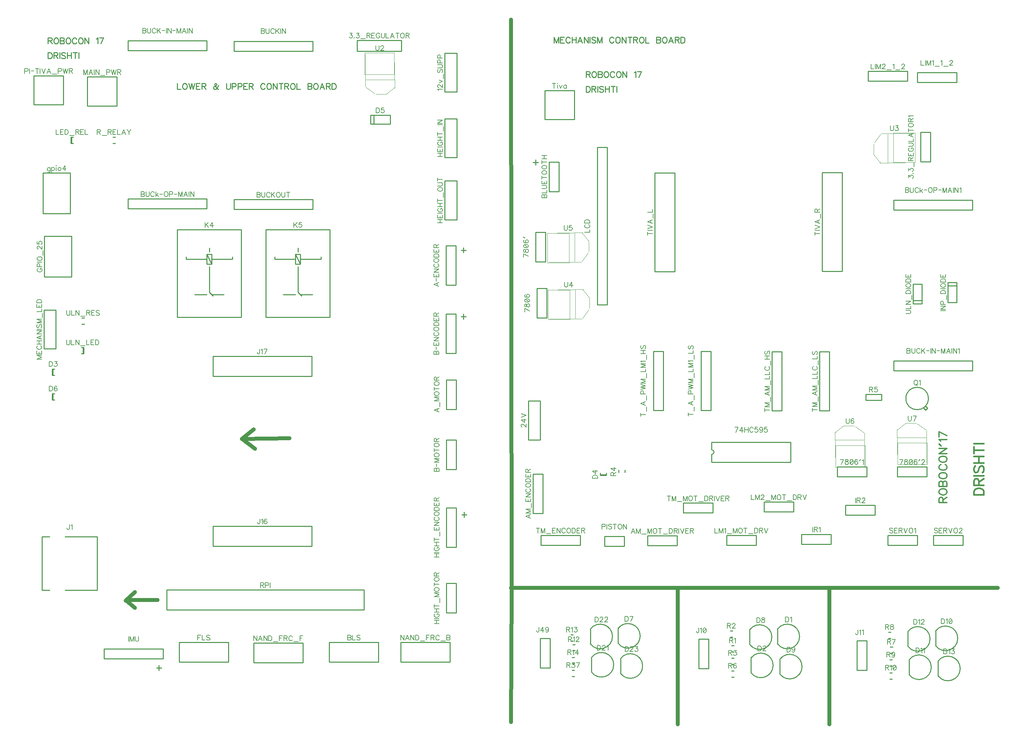
<source format=gbr>
G04 DipTrace 3.0.0.1*
G04 TopSilk.gbr*
%MOIN*%
G04 #@! TF.FileFunction,Legend,Top*
G04 #@! TF.Part,Single*
%ADD10C,0.009843*%
%ADD15C,0.03937*%
%ADD37C,0.001312*%
%ADD100C,0.00772*%
%ADD101C,0.015439*%
%ADD102C,0.012351*%
%ADD103C,0.009264*%
%FSLAX26Y26*%
G04*
G70*
G90*
G75*
G01*
G04 TopSilk*
%LPD*%
X5886845Y4570331D2*
D10*
X5986850D1*
Y4870293D1*
X5886845D1*
Y4570331D1*
X5074934Y7258664D2*
X4952887D1*
Y6864963D1*
X5074934D1*
Y7258664D1*
X5922866Y3724883D2*
X5800819D1*
Y3331182D1*
X5922866D1*
Y3724883D1*
X4511295Y7280139D2*
X4061295D1*
Y7390375D1*
X4511295D1*
Y7280139D1*
X9783773Y6155738D2*
X9883778D1*
Y6455700D1*
X9783773D1*
Y6155738D1*
X7662978Y3307835D2*
X8466127D1*
Y3103102D2*
Y3307835D1*
X7662978Y3103102D2*
X8466127D1*
X7662978D2*
Y3181843D1*
Y3307835D2*
Y3229094D1*
Y3181843D2*
G03X7662978Y3229094I-13J23626D01*
G01*
X5874344Y5139141D2*
X5974349D1*
Y5439103D1*
X5874344D1*
Y5139141D1*
X9237173Y2957638D2*
X8937210D1*
Y3057643D1*
X9237173D1*
Y2957638D1*
X9849737D2*
X9549775D1*
Y3057643D1*
X9849737D1*
Y2957638D1*
X4963906Y4903740D2*
X5063911D1*
Y5303775D1*
X4963906D1*
Y4903740D1*
X4967601Y3641435D2*
X5067606D1*
Y3941397D1*
X4967601D1*
Y3641435D1*
X5947098Y2983090D2*
X5847093D1*
Y2583055D1*
X5947098D1*
Y2983090D1*
X7311971Y2257565D2*
X7012008D1*
Y2357570D1*
X7311971D1*
Y2257565D1*
X4963906Y4209917D2*
X5063911D1*
Y4609952D1*
X4963906D1*
Y4209917D1*
X4967601Y3028871D2*
X5067606D1*
Y3328833D1*
X4967601D1*
Y3028871D1*
X3779982Y1272105D2*
X4279982D1*
Y1072105D1*
X3779982D1*
Y1272105D1*
X6111609Y6154700D2*
X6011604D1*
Y5854738D1*
X6111609D1*
Y6154700D1*
X1736014Y7385179D2*
X2535941D1*
Y7285177D1*
X1736014D1*
Y7385179D1*
X9512311Y4132286D2*
X10312238D1*
Y4032285D1*
X9512311D1*
Y4132286D1*
X2536054Y5678837D2*
X1736127D1*
Y5778839D1*
X2536054D1*
Y5678837D1*
X9512311Y5766145D2*
X10312238D1*
Y5666143D1*
X9512311D1*
Y5766145D1*
X2811063Y7381025D2*
X3610990D1*
Y7281024D1*
X2811063D1*
Y7381025D1*
X3611167Y5672586D2*
X2811240D1*
Y5772588D1*
X3611167D1*
Y5672586D1*
X1286277Y4205484D2*
X1262718D1*
X1286277Y4268413D2*
X1262718D1*
X1278863D2*
Y4205484D1*
X1286312Y4268413D2*
Y4205484D1*
X964054Y4049640D2*
X987613D1*
X964054Y3986711D2*
X987613D1*
X971468D2*
Y4049640D1*
X964019Y3986711D2*
Y4049640D1*
X6530451Y2969723D2*
Y2993282D1*
X6593381Y2969723D2*
Y2993282D1*
Y2977137D2*
X6530451D1*
X6593381Y2969688D2*
X6530451D1*
X4197106Y6539903D2*
Y6630454D1*
X4398051D1*
X4230491Y6539903D2*
Y6630454D1*
X4398051Y6539903D2*
Y6630454D1*
X4197106Y6539903D2*
X4398051D1*
X964054Y3799614D2*
X987613D1*
X964054Y3736685D2*
X987613D1*
X971468D2*
Y3799614D1*
X964019Y3736685D2*
Y3799614D1*
X2254822Y1272105D2*
X2754822D1*
Y1072105D1*
X2254822D1*
Y1272105D1*
X873323Y6043383D2*
X1148323D1*
Y5630883D1*
X873323D1*
Y6043383D1*
X885824Y5399565D2*
X1160824D1*
Y4987065D1*
X885824D1*
Y5399565D1*
X4952887Y6199223D2*
X5074934D1*
Y6592924D1*
X4952887D1*
Y6199223D1*
Y5567907D2*
X5074934D1*
Y5961608D1*
X4952887D1*
Y5567907D1*
X4967601Y2240960D2*
X5067606D1*
Y2640995D1*
X4967601D1*
Y2240960D1*
Y1572176D2*
X5067606D1*
Y1872139D1*
X4967601D1*
Y1572176D1*
X1492165Y1205377D2*
X2092110D1*
Y1105375D1*
X1492165D1*
Y1205377D1*
X10062068Y4928365D2*
X10152619D1*
Y4727420D1*
X10062068Y4894981D2*
X10152619D1*
X10062068Y4727420D2*
X10152619D1*
X10062068Y4928365D2*
Y4727420D1*
X8876318Y2270971D2*
X8576356D1*
Y2370976D1*
X8876318D1*
Y2270971D1*
X9323338Y2567549D2*
X9023376D1*
Y2667554D1*
X9323338D1*
Y2567549D1*
X1422633Y1802834D2*
Y2346171D1*
Y1802834D2*
X1095892D1*
X1422633Y2346171D2*
X1095836D1*
X938357Y1802834D2*
X861609D1*
Y2346171D1*
X938357D1*
X2596970Y2453890D2*
X3600119D1*
Y2250740D1*
X2596970D1*
Y2453890D1*
X2597021Y4180241D2*
X3600171D1*
Y3977092D1*
X2597021D1*
Y4180241D1*
X2886098Y5466301D2*
Y4576301D1*
X2236098D2*
X2886098D1*
X2236098D2*
Y5466301D1*
X2886098D2*
X2236098D1*
X2796073Y5191291D2*
Y5166282D1*
X2586123D1*
Y5216300D1*
X2561098D1*
X2536073D1*
Y5116264D2*
X2586123D1*
Y5166282D1*
X2536073Y5216300D2*
Y5166282D1*
X2326123D1*
X2536073D2*
Y5116264D1*
X2326123Y5166282D2*
Y5191291D1*
X2536073Y5216300D2*
X2586123Y5116264D1*
X2561098Y5091344D2*
Y4831286D1*
X2586123Y4806277D1*
X2708128D2*
X2586123D1*
X2536073D2*
X2413093D1*
X2586123D2*
X2598083Y4793283D1*
X2561098Y5281270D2*
Y5241309D1*
X3786193Y5466387D2*
Y4576387D1*
X3136193D2*
X3786193D1*
X3136193D2*
Y5466387D1*
X3786193D2*
X3136193D1*
X3696168Y5191377D2*
Y5166368D1*
X3486218D1*
Y5216386D1*
X3461193D1*
X3436168D1*
Y5116350D2*
X3486218D1*
Y5166368D1*
X3436168Y5216386D2*
Y5166368D1*
X3226218D1*
X3436168D2*
Y5116350D1*
X3226218Y5166368D2*
Y5191377D1*
X3436168Y5216386D2*
X3486218Y5116350D1*
X3461193Y5091430D2*
Y4831372D1*
X3486218Y4806363D1*
X3608223D2*
X3486218D1*
X3436168D2*
X3313188D1*
X3486218D2*
X3498178Y4793369D1*
X3461193Y5281356D2*
Y5241395D1*
X6501443Y4703200D2*
X6601445D1*
Y6303054D1*
X6501443D1*
Y4703200D1*
X1154181Y6406138D2*
X1177740D1*
X1154181Y6343209D2*
X1177740D1*
X1161595D2*
Y6406138D1*
X1154146Y6343209D2*
Y6406138D1*
X9751246Y7062719D2*
X10151281D1*
Y6962714D1*
X9751246D1*
Y7062719D1*
X9652634Y6975840D2*
X9252599D1*
Y7075845D1*
X9652634D1*
Y6975840D1*
X8115559Y2260626D2*
X7815596D1*
Y2360631D1*
X8115559D1*
Y2260626D1*
X8496056Y2598584D2*
X8196094D1*
Y2698589D1*
X8496056D1*
Y2598584D1*
X1323370Y6724716D2*
X1623370D1*
Y7018465D1*
X1323370D1*
Y6724716D1*
X4505058Y1272105D2*
X5005058D1*
Y1072105D1*
X4505058D1*
Y1272105D1*
X3011151Y1265854D2*
X3511151D1*
Y1065854D1*
X3011151D1*
Y1265854D1*
X779563Y6737217D2*
X1079563D1*
Y7030967D1*
X779563D1*
Y6737217D1*
X6574411Y2351324D2*
X6774435D1*
Y2251319D1*
X6574411D1*
Y2351324D1*
X9834564Y3673822D2*
X9854255Y3654133D1*
X9814874D2*
X9834564Y3634445D1*
X9854255Y3654133D1*
X9635791Y3750769D2*
G02X9635791Y3750769I113949J0D01*
G01*
X6717220Y3021840D2*
Y2998281D1*
X6780150Y3021840D2*
Y2998281D1*
X9387223Y3733416D2*
Y3793416D1*
X9226923Y3733416D2*
X9387223D1*
X9226923D2*
Y3793416D1*
X9387223D1*
X1581833Y6343209D2*
X1605392D1*
X1581833Y6406138D2*
X1605392D1*
X2128234Y1804986D2*
X4131383D1*
Y1601836D1*
X2128234D1*
Y1804986D1*
X9751607Y2260626D2*
X9451645D1*
Y2360631D1*
X9751607D1*
Y2260626D1*
X10216269D2*
X9916306D1*
Y2360631D1*
X10216269D1*
Y2260626D1*
X7071036Y3630357D2*
X7171038D1*
Y4230302D1*
X7071036D1*
Y3630357D1*
X7554500Y3630366D2*
X7654501D1*
Y4230311D1*
X7554500D1*
Y3630366D1*
X5966824Y6878699D2*
X6266824D1*
Y6584949D1*
X5966824D1*
Y6878699D1*
X7287324Y6043112D2*
X7084175D1*
Y5039962D1*
X7287324D1*
Y6043112D1*
X8987324Y6044891D2*
X8784175D1*
Y5041741D1*
X8987324D1*
Y6044891D1*
X8375785Y4225320D2*
X8275783D1*
Y3625375D1*
X8375785D1*
Y4225320D1*
X8859251Y4225331D2*
X8759249D1*
Y3625386D1*
X8859251D1*
Y4225331D1*
X6328022Y2260626D2*
X5927986D1*
Y2360631D1*
X6328022D1*
Y2260626D1*
X7675564Y2588238D2*
X7375602D1*
Y2688243D1*
X7675564D1*
Y2588238D1*
X4139389Y7263375D2*
D37*
X4439423D1*
Y7044597D1*
X4139389D1*
Y7263375D1*
X4145637Y7250853D2*
Y6919587D1*
X4151885Y6913347D2*
X4239390Y6850821D1*
X4439423Y7250853D2*
X4445671Y6907107D1*
Y6988353D2*
X4151885D1*
X4251887Y6844581D2*
X4358166D1*
X4445671Y6913347D1*
X9727873Y6448629D2*
X9509095D1*
Y6148595D1*
X9727873D1*
Y6448629D1*
X9715351Y6442381D2*
X9384085D1*
X9377845Y6436133D2*
X9315319Y6348628D1*
X9715351Y6148595D2*
X9371605Y6142347D1*
X9452851D2*
Y6436133D1*
X9309079Y6336132D2*
Y6229852D1*
X9377845Y6142347D1*
X9799344Y4713318D2*
D10*
X9708793D1*
Y4914262D1*
X9799344Y4746702D2*
X9708793D1*
X9799344Y4914262D2*
X9708793D1*
X9799344Y4713318D2*
Y4914262D1*
X1266693Y4505516D2*
X1290252D1*
X1266693Y4568445D2*
X1290252D1*
X6002482Y4554680D2*
D37*
X6221260D1*
Y4854714D1*
X6002482D1*
Y4554680D1*
X6015004Y4560929D2*
X6346270D1*
X6352510Y4567177D2*
X6415036Y4654682D1*
X6015004Y4854714D2*
X6358750Y4860963D1*
X6277504D2*
Y4567177D1*
X6421276Y4667178D2*
Y4773458D1*
X6352510Y4860963D1*
X5996232Y5129741D2*
X6215010D1*
Y5429775D1*
X5996232D1*
Y5129741D1*
X6008754Y5135989D2*
X6340020D1*
X6346260Y5142237D2*
X6408786Y5229742D1*
X6008754Y5429775D2*
X6352500Y5436023D1*
X6271254D2*
Y5142237D1*
X6415026Y5242238D2*
Y5348518D1*
X6346260Y5436023D1*
X9221570Y3054523D2*
X8921536D1*
Y3273301D1*
X9221570D1*
Y3054523D1*
X9215322Y3067045D2*
Y3398311D1*
X9209074Y3404551D2*
X9121569Y3467077D1*
X8921536Y3067045D2*
X8915288Y3410791D1*
Y3329545D2*
X9209074D1*
X9109073Y3473317D2*
X9002793D1*
X8915288Y3404551D1*
X9852886Y3079526D2*
X9552852D1*
Y3298304D1*
X9852886D1*
Y3079526D1*
X9846638Y3092048D2*
Y3423314D1*
X9840390Y3429554D2*
X9752885Y3492080D1*
X9552852Y3092048D2*
X9546604Y3435794D1*
Y3354548D2*
X9840390D1*
X9740389Y3498320D2*
X9634109D1*
X9546604Y3429554D1*
X6711954Y1263780D2*
D10*
Y1413656D1*
X6712179Y1263480D2*
G03X6712179Y1413956I99796J75238D01*
G01*
X6443176Y969998D2*
Y1119873D1*
X6443401Y969698D2*
G03X6443401Y1120173I99796J75238D01*
G01*
X6430673Y1257528D2*
Y1407404D1*
X6430898Y1257228D2*
G03X6430898Y1407704I99796J75238D01*
G01*
X6736957Y957498D2*
Y1107373D1*
X6737182Y957198D2*
G03X6737182Y1107673I99796J75238D01*
G01*
X5920374Y1013707D2*
X6020379D1*
Y1313669D1*
X5920374D1*
Y1013707D1*
X6251243Y1188490D2*
X6274802D1*
X6251243Y1251419D2*
X6274802D1*
X6231352Y1287362D2*
X6254911D1*
X6231352Y1350291D2*
X6254911D1*
X6244992Y1057227D2*
X6268551D1*
X6244992Y1120156D2*
X6268551D1*
X6244992Y925963D2*
X6268551D1*
X6244992Y988892D2*
X6268551D1*
X8330874Y1257529D2*
Y1407405D1*
X8331099Y1257229D2*
G03X8331099Y1407705I99796J75238D01*
G01*
X8062096Y963747D2*
Y1113623D1*
X8062321Y963447D2*
G03X8062321Y1113923I99796J75238D01*
G01*
X8049593Y1251277D2*
Y1401153D1*
X8049818Y1250977D2*
G03X8049818Y1401453I99796J75238D01*
G01*
X8355877Y951247D2*
Y1101123D1*
X8356102Y950947D2*
G03X8356102Y1101423I99796J75238D01*
G01*
X7533044Y1007456D2*
X7633049D1*
Y1307418D1*
X7533044D1*
Y1007456D1*
X7863912Y1175988D2*
X7887471D1*
X7863912Y1238917D2*
X7887471D1*
X7851411Y1326004D2*
X7874970D1*
X7851411Y1388933D2*
X7874970D1*
X7863912Y1050976D2*
X7887471D1*
X7863912Y1113906D2*
X7887471D1*
X7863912Y919713D2*
X7887471D1*
X7863912Y982642D2*
X7887471D1*
X9937293Y1238777D2*
Y1388653D1*
X9937518Y1238477D2*
G03X9937518Y1388953I99796J75238D01*
G01*
X9668514Y944995D2*
Y1094871D1*
X9668739Y944695D2*
G03X9668739Y1095171I99796J75238D01*
G01*
X9656012Y1232525D2*
Y1382401D1*
X9656237Y1232226D2*
G03X9656237Y1382701I99796J75238D01*
G01*
X9962295Y932495D2*
Y1082371D1*
X9962520Y932195D2*
G03X9962520Y1082671I99796J75238D01*
G01*
X9139462Y988704D2*
X9239467D1*
Y1288666D1*
X9139462D1*
Y988704D1*
X9476581Y1163487D2*
X9500140D1*
X9476581Y1226416D2*
X9500140D1*
X9457829Y1313503D2*
X9481388D1*
X9457829Y1376432D2*
X9481388D1*
X9470331Y1032224D2*
X9493890D1*
X9470331Y1095154D2*
X9493890D1*
X9470331Y900961D2*
X9493890D1*
X9470331Y963890D2*
X9493890D1*
X881051Y4257286D2*
X1003098D1*
Y4650987D1*
X881051D1*
Y4257286D1*
X3373684Y3347339D2*
D15*
X2904885Y3341088D1*
X2892383D2*
X3011146Y3434848D1*
X2036043Y1703416D2*
X1723510D1*
X3023647Y3241077D2*
X2898634Y3334837D1*
X1711009Y1697165D2*
X1804769Y1784675D1*
Y1622157D2*
X1717260Y1697165D1*
X5625500Y7600707D2*
X5630568Y1738760D1*
X5625500Y1825101D2*
X10568587Y1826269D1*
X5630568Y1788765D2*
X5626001Y464531D1*
X7318245Y1801266D2*
X7319929Y439529D1*
X8857089Y1800098D2*
X8857591Y439529D1*
X5813867Y4640972D2*
D100*
X5763683Y4664904D1*
Y4631410D1*
Y4692281D2*
X5766059Y4685151D1*
X5770812Y4682720D1*
X5775621D1*
X5780374Y4685151D1*
X5782806Y4689905D1*
X5785182Y4699466D1*
X5787559Y4706651D1*
X5792368Y4711404D1*
X5797121Y4713781D1*
X5804306D1*
X5809059Y4711404D1*
X5811491Y4709028D1*
X5813867Y4701843D1*
Y4692281D1*
X5811491Y4685151D1*
X5809059Y4682720D1*
X5804306Y4680343D1*
X5797121D1*
X5792368Y4682720D1*
X5787559Y4687528D1*
X5785182Y4694658D1*
X5782806Y4704219D1*
X5780374Y4709028D1*
X5775621Y4711404D1*
X5770812D1*
X5766059Y4709028D1*
X5763683Y4701843D1*
Y4692281D1*
Y4743590D2*
X5766059Y4736405D1*
X5773244Y4731597D1*
X5785182Y4729220D1*
X5792368D1*
X5804306Y4731597D1*
X5811491Y4736405D1*
X5813867Y4743590D1*
Y4748344D1*
X5811491Y4755529D1*
X5804306Y4760282D1*
X5792368Y4762714D1*
X5785182D1*
X5773244Y4760282D1*
X5766059Y4755529D1*
X5763683Y4748344D1*
Y4743590D1*
X5773244Y4760282D2*
X5804306Y4731597D1*
X5770812Y4806838D2*
X5766059Y4804461D1*
X5763683Y4797276D1*
Y4792523D1*
X5766059Y4785338D1*
X5773244Y4780529D1*
X5785182Y4778153D1*
X5797121D1*
X5806682Y4780529D1*
X5811491Y4785338D1*
X5813867Y4792523D1*
Y4794900D1*
X5811491Y4802029D1*
X5806682Y4806838D1*
X5799497Y4809214D1*
X5797121D1*
X5789936Y4806838D1*
X5785182Y4802029D1*
X5782806Y4794900D1*
Y4792523D1*
X5785182Y4785338D1*
X5789936Y4780529D1*
X5797121Y4778153D1*
X4889281Y6880988D2*
X4886849Y6885797D1*
X4879719Y6892982D1*
X4929904D1*
X4891658Y6910853D2*
X4889281D1*
X4884473Y6913229D1*
X4882096Y6915606D1*
X4879719Y6920414D1*
Y6929976D1*
X4882096Y6934729D1*
X4884473Y6937106D1*
X4889281Y6939538D1*
X4894034D1*
X4898843Y6937106D1*
X4905972Y6932352D1*
X4929904Y6908421D1*
Y6941914D1*
X4896411Y6957353D2*
X4929904Y6971723D1*
X4896411Y6986038D1*
X4938195Y7001477D2*
Y7046909D1*
X4886849Y7095842D2*
X4882041Y7091088D1*
X4879664Y7083903D1*
Y7074342D1*
X4882041Y7067157D1*
X4886849Y7062348D1*
X4891602D1*
X4896411Y7064780D1*
X4898787Y7067157D1*
X4901164Y7071910D1*
X4905972Y7086280D1*
X4908349Y7091088D1*
X4910781Y7093465D1*
X4915534Y7095842D1*
X4922719D1*
X4927472Y7091088D1*
X4929904Y7083903D1*
Y7074342D1*
X4927472Y7067157D1*
X4922719Y7062348D1*
X4879664Y7111281D2*
X4915534D1*
X4922719Y7113657D1*
X4927472Y7118466D1*
X4929904Y7125651D1*
Y7130404D1*
X4927472Y7137589D1*
X4922719Y7142398D1*
X4915534Y7144774D1*
X4879664D1*
X4905972Y7160213D2*
Y7181769D1*
X4903596Y7188898D1*
X4901164Y7191330D1*
X4896411Y7193707D1*
X4889226D1*
X4884473Y7191330D1*
X4882041Y7188898D1*
X4879664Y7181769D1*
Y7160213D1*
X4929904D1*
X4905972Y7209146D2*
Y7230701D1*
X4903596Y7237831D1*
X4901164Y7240263D1*
X4896411Y7242639D1*
X4889226D1*
X4884473Y7240263D1*
X4882041Y7237831D1*
X4879664Y7230701D1*
Y7209146D1*
X4929904D1*
X5739589Y3461221D2*
X5737213D1*
X5732404Y3463597D1*
X5730028Y3465974D1*
X5727651Y3470782D1*
Y3480344D1*
X5730028Y3485097D1*
X5732404Y3487474D1*
X5737213Y3489906D1*
X5741966D1*
X5746774Y3487474D1*
X5753904Y3482720D1*
X5777836Y3458789D1*
Y3492282D1*
Y3531653D2*
X5727651D1*
X5761089Y3507721D1*
Y3543591D1*
X5727596Y3559030D2*
X5777836Y3578154D1*
X5727596Y3597277D1*
X3986786Y7463543D2*
X4013039D1*
X3998724Y7444420D1*
X4005909D1*
X4010662Y7442043D1*
X4013039Y7439667D1*
X4015471Y7432482D1*
Y7427728D1*
X4013039Y7420543D1*
X4008286Y7415735D1*
X4001101Y7413358D1*
X3993916D1*
X3986786Y7415735D1*
X3984409Y7418167D1*
X3981977Y7422920D1*
X4033287Y7418167D2*
X4030910Y7415735D1*
X4033287Y7413358D1*
X4035719Y7415735D1*
X4033287Y7418167D1*
X4055966Y7463543D2*
X4082219D1*
X4067904Y7444420D1*
X4075089D1*
X4079843Y7442043D1*
X4082219Y7439667D1*
X4084651Y7432482D1*
Y7427728D1*
X4082219Y7420543D1*
X4077466Y7415735D1*
X4070281Y7413358D1*
X4063096D1*
X4055966Y7415735D1*
X4053590Y7418167D1*
X4051158Y7422920D1*
X4100090Y7405068D2*
X4145522D1*
X4160961Y7439667D2*
X4182461D1*
X4189646Y7442099D1*
X4192078Y7444475D1*
X4194454Y7449228D1*
Y7454037D1*
X4192078Y7458790D1*
X4189646Y7461222D1*
X4182461Y7463598D1*
X4160961D1*
Y7413358D1*
X4177708Y7439667D2*
X4194454Y7413358D1*
X4240955Y7463598D2*
X4209894D1*
Y7413358D1*
X4240955D1*
X4209894Y7439667D2*
X4229017D1*
X4292264Y7451660D2*
X4289888Y7456413D1*
X4285079Y7461222D1*
X4280326Y7463598D1*
X4270765D1*
X4265956Y7461222D1*
X4261203Y7456413D1*
X4258771Y7451660D1*
X4256394Y7444475D1*
Y7432482D1*
X4258771Y7425352D1*
X4261203Y7420543D1*
X4265956Y7415790D1*
X4270765Y7413358D1*
X4280326D1*
X4285079Y7415790D1*
X4289888Y7420543D1*
X4292264Y7425352D1*
Y7432482D1*
X4280326D1*
X4307704Y7463598D2*
Y7427728D1*
X4310080Y7420543D1*
X4314889Y7415790D1*
X4322074Y7413358D1*
X4326827D1*
X4334012Y7415790D1*
X4338820Y7420543D1*
X4341197Y7427728D1*
Y7463598D1*
X4356636D2*
Y7413358D1*
X4385321D1*
X4439062D2*
X4419884Y7463598D1*
X4400760Y7413358D1*
X4407945Y7430105D2*
X4431877D1*
X4471248Y7463598D2*
Y7413358D1*
X4454501Y7463598D2*
X4487995D1*
X4517804D2*
X4512996Y7461222D1*
X4508242Y7456413D1*
X4505811Y7451660D1*
X4503434Y7444475D1*
Y7432482D1*
X4505811Y7425352D1*
X4508242Y7420543D1*
X4512996Y7415790D1*
X4517804Y7413358D1*
X4527366D1*
X4532119Y7415790D1*
X4536927Y7420543D1*
X4539304Y7425352D1*
X4541680Y7432482D1*
Y7444475D1*
X4539304Y7451660D1*
X4536927Y7456413D1*
X4532119Y7461222D1*
X4527366Y7463598D1*
X4517804D1*
X4557120Y7439667D2*
X4578620D1*
X4585805Y7442099D1*
X4588236Y7444475D1*
X4590613Y7449228D1*
Y7454037D1*
X4588236Y7458790D1*
X4585805Y7461222D1*
X4578620Y7463598D1*
X4557120D1*
Y7413358D1*
X4573866Y7439667D2*
X4590613Y7413358D1*
X9660610Y5992494D2*
Y6018747D1*
X9679734Y6004432D1*
Y6011617D1*
X9682110Y6016370D1*
X9684487Y6018747D1*
X9691672Y6021178D1*
X9696425D1*
X9703610Y6018747D1*
X9708419Y6013993D1*
X9710795Y6006808D1*
Y5999623D1*
X9708419Y5992494D1*
X9705987Y5990117D1*
X9701234Y5987685D1*
X9705987Y6038994D2*
X9708419Y6036618D1*
X9710795Y6038994D1*
X9708419Y6041426D1*
X9705987Y6038994D1*
X9660610Y6061674D2*
Y6087927D1*
X9679734Y6073612D1*
Y6080797D1*
X9682110Y6085550D1*
X9684487Y6087927D1*
X9691672Y6090359D1*
X9696425D1*
X9703610Y6087927D1*
X9708419Y6083174D1*
X9710795Y6075989D1*
Y6068804D1*
X9708419Y6061674D1*
X9705987Y6059297D1*
X9701234Y6056865D1*
X9719086Y6105798D2*
Y6151229D1*
X9684487Y6166669D2*
Y6188169D1*
X9682055Y6195354D1*
X9679678Y6197785D1*
X9674925Y6200162D1*
X9670117D1*
X9665364Y6197785D1*
X9662932Y6195354D1*
X9660555Y6188169D1*
Y6166669D1*
X9710795D1*
X9684487Y6183415D2*
X9710795Y6200162D1*
X9660555Y6246663D2*
Y6215601D1*
X9710795D1*
Y6246663D1*
X9684487Y6215601D2*
Y6234725D1*
X9672493Y6297972D2*
X9667740Y6295595D1*
X9662932Y6290787D1*
X9660555Y6286034D1*
Y6276472D1*
X9662932Y6271664D1*
X9667740Y6266910D1*
X9672493Y6264479D1*
X9679678Y6262102D1*
X9691672D1*
X9698802Y6264479D1*
X9703610Y6266910D1*
X9708363Y6271664D1*
X9710795Y6276472D1*
Y6286034D1*
X9708363Y6290787D1*
X9703610Y6295595D1*
X9698802Y6297972D1*
X9691672D1*
Y6286034D1*
X9660555Y6313411D2*
X9696425D1*
X9703610Y6315788D1*
X9708363Y6320596D1*
X9710795Y6327781D1*
Y6332534D1*
X9708363Y6339719D1*
X9703610Y6344528D1*
X9696425Y6346904D1*
X9660555D1*
Y6362344D2*
X9710795D1*
Y6391029D1*
Y6444770D2*
X9660555Y6425591D1*
X9710795Y6406468D1*
X9694048Y6413653D2*
Y6437585D1*
X9660555Y6476956D2*
X9710795D1*
X9660555Y6460209D2*
Y6493702D1*
Y6523512D2*
X9662932Y6518703D1*
X9667740Y6513950D1*
X9672493Y6511518D1*
X9679678Y6509141D1*
X9691672D1*
X9698802Y6511518D1*
X9703610Y6513950D1*
X9708363Y6518703D1*
X9710795Y6523512D1*
Y6533073D1*
X9708363Y6537826D1*
X9703610Y6542635D1*
X9698802Y6545011D1*
X9691672Y6547388D1*
X9679678D1*
X9672493Y6545011D1*
X9667740Y6542635D1*
X9662932Y6537826D1*
X9660555Y6533073D1*
Y6523512D1*
X9684487Y6562827D2*
Y6584327D1*
X9682055Y6591512D1*
X9679678Y6593944D1*
X9674925Y6596321D1*
X9670117D1*
X9665364Y6593944D1*
X9662932Y6591512D1*
X9660555Y6584327D1*
Y6562827D1*
X9710795D1*
X9684487Y6579574D2*
X9710795Y6596321D1*
X9670172Y6611760D2*
X9667740Y6616568D1*
X9660610Y6623753D1*
X9710795D1*
X7909381Y3407979D2*
X7933313Y3458164D1*
X7899820D1*
X7972684Y3407979D2*
Y3458164D1*
X7948752Y3424726D1*
X7984622D1*
X8000062Y3458219D2*
Y3407979D1*
X8033555Y3458219D2*
Y3407979D1*
X8000062Y3434287D2*
X8033555D1*
X8084864Y3446281D2*
X8082487Y3451034D1*
X8077679Y3455843D1*
X8072926Y3458219D1*
X8063364D1*
X8058556Y3455843D1*
X8053803Y3451034D1*
X8051371Y3446281D1*
X8048994Y3439096D1*
Y3427102D1*
X8051371Y3419973D1*
X8053803Y3415164D1*
X8058556Y3410411D1*
X8063364Y3407979D1*
X8072926D1*
X8077679Y3410411D1*
X8082487Y3415164D1*
X8084864Y3419973D1*
X8128988Y3458164D2*
X8105112D1*
X8102735Y3436664D1*
X8105112Y3439041D1*
X8112297Y3441472D1*
X8119427D1*
X8126612Y3439041D1*
X8131420Y3434287D1*
X8133797Y3427102D1*
Y3422349D1*
X8131420Y3415164D1*
X8126612Y3410356D1*
X8119427Y3407979D1*
X8112297D1*
X8105112Y3410356D1*
X8102735Y3412788D1*
X8100303Y3417541D1*
X8180353Y3441472D2*
X8177921Y3434287D1*
X8173168Y3429479D1*
X8165983Y3427102D1*
X8163606D1*
X8156421Y3429479D1*
X8151668Y3434287D1*
X8149236Y3441472D1*
Y3443849D1*
X8151668Y3451034D1*
X8156421Y3455787D1*
X8163606Y3458164D1*
X8165983D1*
X8173168Y3455787D1*
X8177921Y3451034D1*
X8180353Y3441472D1*
Y3429479D1*
X8177921Y3417541D1*
X8173168Y3410356D1*
X8165983Y3407979D1*
X8161229D1*
X8154044Y3410356D1*
X8151668Y3415164D1*
X8224477Y3458164D2*
X8200600D1*
X8198224Y3436664D1*
X8200600Y3439041D1*
X8207785Y3441472D1*
X8214915D1*
X8222100Y3439041D1*
X8226909Y3434287D1*
X8229285Y3427102D1*
Y3422349D1*
X8226909Y3415164D1*
X8222100Y3410356D1*
X8214915Y3407979D1*
X8207785D1*
X8200600Y3410356D1*
X8198224Y3412788D1*
X8195792Y3417541D1*
X5801366Y5194877D2*
X5751181Y5218809D1*
Y5185316D1*
Y5246186D2*
X5753558Y5239057D1*
X5758311Y5236625D1*
X5763120D1*
X5767873Y5239057D1*
X5770305Y5243810D1*
X5772681Y5253371D1*
X5775058Y5260556D1*
X5779866Y5265309D1*
X5784619Y5267686D1*
X5791804D1*
X5796558Y5265309D1*
X5798989Y5262933D1*
X5801366Y5255748D1*
Y5246186D1*
X5798989Y5239056D1*
X5796558Y5236625D1*
X5791804Y5234248D1*
X5784619D1*
X5779866Y5236625D1*
X5775058Y5241433D1*
X5772681Y5248563D1*
X5770305Y5258124D1*
X5767873Y5262933D1*
X5763120Y5265310D1*
X5758311D1*
X5753558Y5262933D1*
X5751181Y5255748D1*
Y5246186D1*
Y5297495D2*
X5753558Y5290310D1*
X5760743Y5285502D1*
X5772681Y5283125D1*
X5779866D1*
X5791804Y5285502D1*
X5798989Y5290310D1*
X5801366Y5297495D1*
Y5302249D1*
X5798989Y5309434D1*
X5791804Y5314187D1*
X5779866Y5316619D1*
X5772681D1*
X5760743Y5314187D1*
X5753558Y5309434D1*
X5751181Y5302249D1*
Y5297495D1*
X5760743Y5314187D2*
X5791804Y5285502D1*
X5758311Y5360743D2*
X5753558Y5358366D1*
X5751181Y5351181D1*
Y5346428D1*
X5753558Y5339243D1*
X5760743Y5334434D1*
X5772681Y5332058D1*
X5784619D1*
X5794181Y5334434D1*
X5798989Y5339243D1*
X5801366Y5346428D1*
Y5348805D1*
X5798989Y5355934D1*
X5794181Y5360743D1*
X5786996Y5363119D1*
X5784619D1*
X5777434Y5360743D1*
X5772681Y5355934D1*
X5770305Y5348805D1*
Y5346428D1*
X5772681Y5339243D1*
X5777434Y5334434D1*
X5784619Y5332058D1*
X5751181Y5390552D2*
X5765551Y5378559D1*
X5753558Y5392929D1*
X5751181Y5390552D1*
X8979230Y3080626D2*
X9003162Y3130811D1*
X8969669D1*
X9030539D2*
X9023410Y3128434D1*
X9020978Y3123681D1*
Y3118873D1*
X9023410Y3114119D1*
X9028163Y3111688D1*
X9037724Y3109311D1*
X9044909Y3106934D1*
X9049663Y3102126D1*
X9052039Y3097373D1*
Y3090188D1*
X9049663Y3085435D1*
X9047286Y3083003D1*
X9040101Y3080626D1*
X9030539D1*
X9023410Y3083003D1*
X9020978Y3085435D1*
X9018601Y3090188D1*
Y3097373D1*
X9020978Y3102126D1*
X9025786Y3106934D1*
X9032916Y3109311D1*
X9042478Y3111688D1*
X9047286Y3114119D1*
X9049663Y3118873D1*
Y3123681D1*
X9047286Y3128434D1*
X9040101Y3130811D1*
X9030539D1*
X9081849D2*
X9074664Y3128434D1*
X9069855Y3121249D1*
X9067478Y3109311D1*
Y3102126D1*
X9069855Y3090188D1*
X9074664Y3083003D1*
X9081849Y3080626D1*
X9086602D1*
X9093787Y3083003D1*
X9098540Y3090188D1*
X9100972Y3102126D1*
Y3109311D1*
X9098540Y3121249D1*
X9093787Y3128434D1*
X9086602Y3130811D1*
X9081849D1*
X9098540Y3121249D2*
X9069855Y3090188D1*
X9145096Y3123681D2*
X9142719Y3128434D1*
X9135534Y3130811D1*
X9130781D1*
X9123596Y3128434D1*
X9118788Y3121249D1*
X9116411Y3109311D1*
Y3097373D1*
X9118788Y3087811D1*
X9123596Y3083003D1*
X9130781Y3080626D1*
X9133158D1*
X9140288Y3083003D1*
X9145096Y3087811D1*
X9147473Y3094996D1*
Y3097373D1*
X9145096Y3104558D1*
X9140288Y3109311D1*
X9133158Y3111688D1*
X9130781D1*
X9123596Y3109311D1*
X9118788Y3104558D1*
X9116411Y3097373D1*
X9174905Y3130811D2*
X9162912Y3116441D1*
X9177282Y3128434D1*
X9174905Y3130811D1*
X9192721Y3121249D2*
X9197530Y3123681D1*
X9204715Y3130811D1*
Y3080626D1*
X9581045D2*
X9604976Y3130811D1*
X9571483D1*
X9632354D2*
X9625224Y3128434D1*
X9622792Y3123681D1*
Y3118873D1*
X9625224Y3114119D1*
X9629977Y3111688D1*
X9639539Y3109311D1*
X9646724Y3106934D1*
X9651477Y3102126D1*
X9653854Y3097373D1*
Y3090188D1*
X9651477Y3085435D1*
X9649100Y3083003D1*
X9641915Y3080626D1*
X9632354D1*
X9625224Y3083003D1*
X9622792Y3085435D1*
X9620416Y3090188D1*
Y3097373D1*
X9622792Y3102126D1*
X9627601Y3106934D1*
X9634730Y3109311D1*
X9644292Y3111688D1*
X9649100Y3114119D1*
X9651477Y3118873D1*
Y3123681D1*
X9649100Y3128434D1*
X9641915Y3130811D1*
X9632354D1*
X9683663D2*
X9676478Y3128434D1*
X9671669Y3121249D1*
X9669293Y3109311D1*
Y3102126D1*
X9671669Y3090188D1*
X9676478Y3083003D1*
X9683663Y3080626D1*
X9688416D1*
X9695601Y3083003D1*
X9700354Y3090188D1*
X9702786Y3102126D1*
Y3109311D1*
X9700354Y3121249D1*
X9695601Y3128434D1*
X9688416Y3130811D1*
X9683663D1*
X9700354Y3121249D2*
X9671669Y3090188D1*
X9746910Y3123681D2*
X9744534Y3128434D1*
X9737349Y3130811D1*
X9732596D1*
X9725410Y3128434D1*
X9720602Y3121249D1*
X9718225Y3109311D1*
Y3097373D1*
X9720602Y3087811D1*
X9725410Y3083003D1*
X9732596Y3080626D1*
X9734972D1*
X9742102Y3083003D1*
X9746910Y3087811D1*
X9749287Y3094996D1*
Y3097373D1*
X9746910Y3104558D1*
X9742102Y3109311D1*
X9734972Y3111688D1*
X9732596D1*
X9725410Y3109311D1*
X9720602Y3104558D1*
X9718225Y3097373D1*
X9776720Y3130811D2*
X9764726Y3116441D1*
X9779096Y3128434D1*
X9776720Y3130811D1*
X9796967Y3118873D2*
Y3121249D1*
X9799344Y3126058D1*
X9801721Y3128434D1*
X9806529Y3130811D1*
X9816091D1*
X9820844Y3128434D1*
X9823220Y3126058D1*
X9825652Y3121249D1*
Y3116496D1*
X9823220Y3111688D1*
X9818467Y3104558D1*
X9794536Y3080626D1*
X9828029D1*
X4890928Y4928974D2*
X4840688Y4909796D1*
X4890928Y4890672D1*
X4874181Y4897857D2*
Y4921789D1*
X4865835Y4944413D2*
Y4972048D1*
X4840688Y5018549D2*
Y4987487D1*
X4890928D1*
Y5018549D1*
X4864619Y4987487D2*
Y5006611D1*
X4840688Y5067481D2*
X4890928D1*
X4840688Y5033988D1*
X4890928D1*
X4852626Y5118791D2*
X4847873Y5116414D1*
X4843064Y5111606D1*
X4840688Y5106852D1*
Y5097291D1*
X4843064Y5092482D1*
X4847873Y5087729D1*
X4852626Y5085297D1*
X4859811Y5082921D1*
X4871804D1*
X4878934Y5085297D1*
X4883743Y5087729D1*
X4888496Y5092482D1*
X4890928Y5097291D1*
Y5106852D1*
X4888496Y5111605D1*
X4883743Y5116414D1*
X4878934Y5118791D1*
X4840688Y5148600D2*
X4843064Y5143791D1*
X4847873Y5139038D1*
X4852626Y5136606D1*
X4859811Y5134230D1*
X4871804D1*
X4878934Y5136606D1*
X4883743Y5139038D1*
X4888496Y5143791D1*
X4890928Y5148600D1*
Y5158161D1*
X4888496Y5162915D1*
X4883743Y5167723D1*
X4878934Y5170100D1*
X4871804Y5172476D1*
X4859811D1*
X4852626Y5170100D1*
X4847873Y5167723D1*
X4843064Y5162915D1*
X4840688Y5158161D1*
Y5148600D1*
Y5187916D2*
X4890928D1*
Y5204662D1*
X4888496Y5211847D1*
X4883743Y5216656D1*
X4878934Y5219032D1*
X4871804Y5221409D1*
X4859811D1*
X4852626Y5219032D1*
X4847873Y5216656D1*
X4843064Y5211847D1*
X4840688Y5204662D1*
Y5187916D1*
Y5267910D2*
Y5236848D1*
X4890928D1*
Y5267910D1*
X4864619Y5236848D2*
Y5255971D1*
Y5283349D2*
Y5304849D1*
X4862188Y5312034D1*
X4859811Y5314466D1*
X4855058Y5316842D1*
X4850249D1*
X4845496Y5314466D1*
X4843064Y5312034D1*
X4840688Y5304849D1*
Y5283349D1*
X4890928D1*
X4864619Y5300096D2*
X4890928Y5316842D1*
X4894623Y3650670D2*
X4844383Y3631492D1*
X4894623Y3612369D1*
X4877877Y3619554D2*
Y3643485D1*
X4902914Y3666110D2*
Y3711541D1*
X4894623Y3765227D2*
X4844383D1*
X4894623Y3746104D1*
X4844383Y3726980D1*
X4894623D1*
X4844383Y3795036D2*
X4846760Y3790228D1*
X4851568Y3785475D1*
X4856321Y3783043D1*
X4863507Y3780666D1*
X4875500D1*
X4882630Y3783043D1*
X4887438Y3785475D1*
X4892191Y3790228D1*
X4894623Y3795036D1*
Y3804598D1*
X4892191Y3809351D1*
X4887438Y3814159D1*
X4882630Y3816536D1*
X4875500Y3818913D1*
X4863507D1*
X4856321Y3816536D1*
X4851568Y3814159D1*
X4846760Y3809351D1*
X4844383Y3804598D1*
Y3795036D1*
Y3851099D2*
X4894623D1*
X4844383Y3834352D2*
Y3867845D1*
Y3897655D2*
X4846760Y3892846D1*
X4851568Y3888093D1*
X4856321Y3885661D1*
X4863507Y3883284D1*
X4875500D1*
X4882630Y3885661D1*
X4887438Y3888093D1*
X4892191Y3892846D1*
X4894623Y3897655D1*
Y3907216D1*
X4892191Y3911969D1*
X4887438Y3916778D1*
X4882630Y3919154D1*
X4875500Y3921531D1*
X4863507D1*
X4856321Y3919154D1*
X4851568Y3916778D1*
X4846760Y3911969D1*
X4844383Y3907216D1*
Y3897655D1*
X4868315Y3936970D2*
Y3958470D1*
X4865883Y3965655D1*
X4863506Y3968087D1*
X4858753Y3970464D1*
X4853945D1*
X4849192Y3968087D1*
X4846760Y3965655D1*
X4844383Y3958470D1*
Y3936970D1*
X4894623D1*
X4868315Y3953717D2*
X4894623Y3970464D1*
X5824110Y2572548D2*
X5773870Y2553369D1*
X5824110Y2534246D1*
X5807363Y2541431D2*
X5807364Y2565363D1*
X5824110Y2626233D2*
X5773870Y2626234D1*
X5824110Y2607110D1*
X5773870Y2587987D1*
X5824110D1*
X5832401Y2641673D2*
Y2687104D1*
X5773870Y2733605D2*
Y2702544D1*
X5824110D1*
Y2733605D1*
X5797802Y2702544D2*
Y2721667D1*
X5773870Y2782538D2*
X5824110D1*
X5773870Y2749044D1*
X5824110D1*
X5785808Y2833847D2*
X5781055Y2831470D1*
X5776247Y2826662D1*
X5773870Y2821909D1*
Y2812347D1*
X5776247Y2807538D1*
X5781055Y2802785D1*
X5785808Y2800353D1*
X5792993Y2797977D1*
X5804987D1*
X5812117Y2800353D1*
X5816925Y2802785D1*
X5821678Y2807538D1*
X5824110Y2812347D1*
Y2821909D1*
X5821678Y2826662D1*
X5816925Y2831470D1*
X5812117Y2833847D1*
X5773870Y2863656D2*
X5776247Y2858848D1*
X5781055Y2854094D1*
X5785808Y2851663D1*
X5792993Y2849286D1*
X5804987D1*
X5812117Y2851663D1*
X5816925Y2854094D1*
X5821678Y2858848D1*
X5824110Y2863656D1*
Y2873218D1*
X5821678Y2877971D1*
X5816925Y2882779D1*
X5812117Y2885156D1*
X5804987Y2887533D1*
X5792993D1*
X5785808Y2885156D1*
X5781055Y2882779D1*
X5776247Y2877971D1*
X5773870Y2873218D1*
Y2863656D1*
Y2902972D2*
X5824110D1*
Y2919718D1*
X5821678Y2926903D1*
X5816925Y2931712D1*
X5812117Y2934089D1*
X5804987Y2936465D1*
X5792993D1*
X5785808Y2934089D1*
X5781055Y2931712D1*
X5776247Y2926903D1*
X5773870Y2919718D1*
Y2902972D1*
Y2982966D2*
Y2951904D1*
X5824110D1*
Y2982966D1*
X5797802Y2951904D2*
Y2971028D1*
Y2998405D2*
Y3019905D1*
X5795370Y3027090D1*
X5792993Y3029522D1*
X5788240Y3031898D1*
X5783432D1*
X5778679Y3029522D1*
X5776247Y3027090D1*
X5773870Y3019905D1*
Y2998405D1*
X5824110D1*
X5797802Y3015152D2*
X5824110Y3031898D1*
X6884063Y2380553D2*
X6864884Y2430793D1*
X6845761Y2380553D1*
X6852946Y2397299D2*
X6876878D1*
X6937749Y2380553D2*
Y2430793D1*
X6918625Y2380553D1*
X6899502Y2430793D1*
Y2380553D1*
X6953188Y2372262D2*
X6998619D1*
X7052305Y2380553D2*
Y2430793D1*
X7033182Y2380553D1*
X7014059Y2430793D1*
Y2380553D1*
X7082115Y2430793D2*
X7077306Y2428416D1*
X7072553Y2423608D1*
X7070121Y2418854D1*
X7067744Y2411669D1*
Y2399676D1*
X7070121Y2392546D1*
X7072553Y2387738D1*
X7077306Y2382984D1*
X7082115Y2380553D1*
X7091676D1*
X7096429Y2382984D1*
X7101238Y2387738D1*
X7103614Y2392546D1*
X7105991Y2399676D1*
Y2411669D1*
X7103614Y2418854D1*
X7101238Y2423608D1*
X7096429Y2428416D1*
X7091676Y2430793D1*
X7082115D1*
X7138177D2*
Y2380553D1*
X7121430Y2430793D2*
X7154924D1*
X7170363Y2372262D2*
X7215794D1*
X7231234Y2430793D2*
Y2380553D1*
X7247980D1*
X7255165Y2382984D1*
X7259974Y2387738D1*
X7262350Y2392546D1*
X7264727Y2399676D1*
Y2411669D1*
X7262350Y2418854D1*
X7259974Y2423608D1*
X7255165Y2428416D1*
X7247980Y2430793D1*
X7231234D1*
X7280166Y2406861D2*
X7301666D1*
X7308851Y2409293D1*
X7311283Y2411669D1*
X7313660Y2416423D1*
Y2421231D1*
X7311283Y2425984D1*
X7308851Y2428416D1*
X7301666Y2430793D1*
X7280166D1*
Y2380553D1*
X7296913Y2406861D2*
X7313660Y2380553D1*
X7329099Y2430793D2*
Y2380553D1*
X7344538Y2430793D2*
X7363661Y2380553D1*
X7382785Y2430793D1*
X7429285D2*
X7398224D1*
Y2380553D1*
X7429285D1*
X7398224Y2406861D2*
X7417347D1*
X7444725D2*
X7466224D1*
X7473409Y2409293D1*
X7475841Y2411669D1*
X7478218Y2416423D1*
Y2421231D1*
X7475841Y2425984D1*
X7473409Y2428416D1*
X7466224Y2430793D1*
X7444725D1*
Y2380553D1*
X7461471Y2406861D2*
X7478218Y2380553D1*
X4840688Y4199254D2*
X4890928D1*
Y4220809D1*
X4888496Y4227994D1*
X4886119Y4230370D1*
X4881366Y4232747D1*
X4874181D1*
X4869373Y4230370D1*
X4866996Y4227994D1*
X4864619Y4220809D1*
X4862188Y4227994D1*
X4859811Y4230370D1*
X4855058Y4232747D1*
X4850249D1*
X4845496Y4230370D1*
X4843064Y4227994D1*
X4840688Y4220809D1*
Y4199254D1*
X4864619D2*
Y4220809D1*
X4865835Y4248186D2*
Y4275821D1*
X4840688Y4322322D2*
Y4291260D1*
X4890928D1*
Y4322322D1*
X4864619Y4291260D2*
Y4310384D1*
X4840688Y4371254D2*
X4890928D1*
X4840688Y4337761D1*
X4890928D1*
X4852626Y4422563D2*
X4847873Y4420187D1*
X4843064Y4415378D1*
X4840688Y4410625D1*
Y4401064D1*
X4843064Y4396255D1*
X4847873Y4391502D1*
X4852626Y4389070D1*
X4859811Y4386694D1*
X4871804D1*
X4878934Y4389070D1*
X4883743Y4391502D1*
X4888496Y4396255D1*
X4890928Y4401064D1*
Y4410625D1*
X4888496Y4415378D1*
X4883743Y4420187D1*
X4878934Y4422563D1*
X4840688Y4452373D2*
X4843064Y4447564D1*
X4847873Y4442811D1*
X4852626Y4440379D1*
X4859811Y4438003D1*
X4871804D1*
X4878934Y4440379D1*
X4883743Y4442811D1*
X4888496Y4447564D1*
X4890928Y4452373D1*
Y4461934D1*
X4888496Y4466688D1*
X4883743Y4471496D1*
X4878934Y4473873D1*
X4871804Y4476249D1*
X4859811D1*
X4852626Y4473873D1*
X4847873Y4471496D1*
X4843064Y4466688D1*
X4840688Y4461934D1*
Y4452373D1*
Y4491688D2*
X4890928D1*
Y4508435D1*
X4888496Y4515620D1*
X4883743Y4520429D1*
X4878934Y4522805D1*
X4871804Y4525182D1*
X4859811D1*
X4852626Y4522805D1*
X4847873Y4520429D1*
X4843064Y4515620D1*
X4840688Y4508435D1*
Y4491688D1*
Y4571683D2*
Y4540621D1*
X4890928D1*
Y4571683D1*
X4864619Y4540621D2*
Y4559744D1*
Y4587122D2*
Y4608622D1*
X4862188Y4615807D1*
X4859811Y4618239D1*
X4855058Y4620615D1*
X4850249D1*
X4845496Y4618239D1*
X4843064Y4615807D1*
X4840688Y4608622D1*
Y4587122D1*
X4890928D1*
X4864619Y4603868D2*
X4890928Y4620615D1*
X4844383Y3011107D2*
X4894623D1*
Y3032662D1*
X4892191Y3039847D1*
X4889815Y3042224D1*
X4885062Y3044600D1*
X4877877D1*
X4873068Y3042224D1*
X4870692Y3039847D1*
X4868315Y3032662D1*
X4865883Y3039847D1*
X4863507Y3042224D1*
X4858753Y3044600D1*
X4853945D1*
X4849192Y3042224D1*
X4846760Y3039847D1*
X4844383Y3032662D1*
Y3011107D1*
X4868315D2*
Y3032662D1*
X4869531Y3060039D2*
Y3087674D1*
X4894623Y3141360D2*
X4844383D1*
X4894623Y3122237D1*
X4844383Y3103113D1*
X4894623D1*
X4844383Y3171169D2*
X4846760Y3166361D1*
X4851568Y3161608D1*
X4856321Y3159176D1*
X4863507Y3156799D1*
X4875500D1*
X4882630Y3159176D1*
X4887438Y3161608D1*
X4892191Y3166361D1*
X4894623Y3171169D1*
Y3180731D1*
X4892191Y3185484D1*
X4887438Y3190293D1*
X4882630Y3192669D1*
X4875500Y3195046D1*
X4863507D1*
X4856321Y3192669D1*
X4851568Y3190293D1*
X4846760Y3185484D1*
X4844383Y3180731D1*
Y3171169D1*
Y3227232D2*
X4894623D1*
X4844383Y3210485D2*
Y3243978D1*
Y3273788D2*
X4846760Y3268979D1*
X4851568Y3264226D1*
X4856321Y3261794D1*
X4863507Y3259418D1*
X4875500D1*
X4882630Y3261794D1*
X4887438Y3264226D1*
X4892191Y3268979D1*
X4894623Y3273788D1*
Y3283349D1*
X4892191Y3288102D1*
X4887438Y3292911D1*
X4882630Y3295287D1*
X4875500Y3297664D1*
X4863507D1*
X4856321Y3295287D1*
X4851568Y3292911D1*
X4846760Y3288102D1*
X4844383Y3283349D1*
Y3273788D1*
X4868315Y3313103D2*
Y3334603D1*
X4865883Y3341788D1*
X4863507Y3344220D1*
X4858753Y3346597D1*
X4853945D1*
X4849192Y3344220D1*
X4846760Y3341788D1*
X4844383Y3334603D1*
Y3313103D1*
X4894623D1*
X4868315Y3329850D2*
X4894623Y3346597D1*
X3966707Y1345328D2*
Y1295088D1*
X3988262D1*
X3995447Y1297520D1*
X3997823Y1299897D1*
X4000200Y1304650D1*
Y1311835D1*
X3997823Y1316643D1*
X3995447Y1319020D1*
X3988262Y1321396D1*
X3995447Y1323828D1*
X3997823Y1326205D1*
X4000200Y1330958D1*
Y1335766D1*
X3997823Y1340520D1*
X3995447Y1342951D1*
X3988262Y1345328D1*
X3966707D1*
Y1321396D2*
X3988262D1*
X4015639Y1345328D2*
Y1295088D1*
X4044324D1*
X4093257Y1338143D2*
X4088503Y1342951D1*
X4081318Y1345328D1*
X4071757D1*
X4064572Y1342951D1*
X4059763Y1338143D1*
Y1333390D1*
X4062195Y1328581D1*
X4064572Y1326205D1*
X4069325Y1323828D1*
X4083695Y1319020D1*
X4088503Y1316643D1*
X4090880Y1314211D1*
X4093257Y1309458D1*
Y1302273D1*
X4088503Y1297520D1*
X4081318Y1295088D1*
X4071757D1*
X4064572Y1297520D1*
X4059763Y1302273D1*
X5938381Y5791109D2*
X5988621D1*
Y5812664D1*
X5986189Y5819849D1*
X5983812Y5822226D1*
X5979059Y5824603D1*
X5971874D1*
X5967066Y5822226D1*
X5964689Y5819849D1*
X5962312Y5812664D1*
X5959881Y5819849D1*
X5957504Y5822226D1*
X5952751Y5824603D1*
X5947942D1*
X5943189Y5822226D1*
X5940757Y5819849D1*
X5938381Y5812664D1*
Y5791109D1*
X5962312D2*
Y5812664D1*
X5938381Y5840042D2*
X5988621D1*
Y5868727D1*
X5938381Y5884166D2*
X5974251D1*
X5981436Y5886542D1*
X5986189Y5891351D1*
X5988621Y5898536D1*
Y5903289D1*
X5986189Y5910474D1*
X5981436Y5915283D1*
X5974251Y5917659D1*
X5938381D1*
Y5964160D2*
Y5933098D1*
X5988621D1*
Y5964160D1*
X5962312Y5933098D2*
Y5952222D1*
X5938381Y5996346D2*
X5988621D1*
X5938381Y5979599D2*
Y6013093D1*
Y6042902D2*
X5940757Y6038093D1*
X5945566Y6033340D1*
X5950319Y6030908D1*
X5957504Y6028532D1*
X5969497D1*
X5976627Y6030908D1*
X5981436Y6033340D1*
X5986189Y6038093D1*
X5988621Y6042902D1*
Y6052463D1*
X5986189Y6057217D1*
X5981436Y6062025D1*
X5976627Y6064402D1*
X5969497Y6066778D1*
X5957504D1*
X5950319Y6064402D1*
X5945566Y6062025D1*
X5940757Y6057217D1*
X5938381Y6052463D1*
Y6042902D1*
Y6096588D2*
X5940757Y6091779D1*
X5945566Y6087026D1*
X5950319Y6084594D1*
X5957504Y6082218D1*
X5969497D1*
X5976627Y6084594D1*
X5981436Y6087026D1*
X5986189Y6091779D1*
X5988621Y6096588D1*
Y6106149D1*
X5986189Y6110902D1*
X5981436Y6115711D1*
X5976627Y6118087D1*
X5969497Y6120464D1*
X5957504D1*
X5950319Y6118087D1*
X5945566Y6115711D1*
X5940757Y6110902D1*
X5938381Y6106149D1*
Y6096588D1*
Y6152650D2*
X5988621D1*
X5938381Y6135903D2*
Y6169397D1*
Y6184836D2*
X5988621D1*
X5938381Y6218329D2*
X5988621D1*
X5962312Y6184836D2*
Y6218329D1*
X1883485Y7513322D2*
Y7463081D1*
X1905040D1*
X1912225Y7465513D1*
X1914601Y7467890D1*
X1916978Y7472643D1*
Y7479828D1*
X1914601Y7484637D1*
X1912225Y7487013D1*
X1905040Y7489390D1*
X1912225Y7491822D1*
X1914601Y7494198D1*
X1916978Y7498951D1*
Y7503760D1*
X1914601Y7508513D1*
X1912225Y7510945D1*
X1905040Y7513322D1*
X1883485D1*
Y7489390D2*
X1905040D1*
X1932417Y7513322D2*
Y7477452D1*
X1934794Y7470267D1*
X1939602Y7465513D1*
X1946787Y7463081D1*
X1951540D1*
X1958725Y7465513D1*
X1963534Y7470267D1*
X1965911Y7477452D1*
Y7513322D1*
X2017220Y7501383D2*
X2014843Y7506136D1*
X2010035Y7510945D1*
X2005281Y7513322D1*
X1995720D1*
X1990911Y7510945D1*
X1986158Y7506136D1*
X1983726Y7501383D1*
X1981350Y7494198D1*
Y7482205D1*
X1983726Y7475075D1*
X1986158Y7470267D1*
X1990911Y7465513D1*
X1995720Y7463081D1*
X2005281D1*
X2010035Y7465513D1*
X2014843Y7470267D1*
X2017220Y7475075D1*
X2032659Y7513322D2*
Y7463081D1*
X2066152Y7513322D2*
X2032659Y7479828D1*
X2044597Y7491822D2*
X2066152Y7463081D1*
X2081592Y7488174D2*
X2109226D1*
X2124666Y7513322D2*
Y7463081D1*
X2173598Y7513322D2*
Y7463081D1*
X2140105Y7513322D1*
Y7463081D1*
X2189037Y7488174D2*
X2216672D1*
X2270358Y7463081D2*
Y7513322D1*
X2251235Y7463081D1*
X2232111Y7513322D1*
Y7463081D1*
X2324099D2*
X2304920Y7513322D1*
X2285797Y7463081D1*
X2292982Y7479828D2*
X2316914D1*
X2339538Y7513322D2*
Y7463081D1*
X2388471Y7513322D2*
Y7463081D1*
X2354977Y7513322D1*
Y7463081D1*
X9646065Y4260429D2*
Y4210189D1*
X9667620D1*
X9674805Y4212621D1*
X9677182Y4214998D1*
X9679558Y4219751D1*
Y4226936D1*
X9677182Y4231744D1*
X9674805Y4234121D1*
X9667620Y4236497D1*
X9674805Y4238929D1*
X9677182Y4241306D1*
X9679558Y4246059D1*
Y4250867D1*
X9677182Y4255621D1*
X9674805Y4258053D1*
X9667620Y4260429D1*
X9646065D1*
Y4236497D2*
X9667620D1*
X9694997Y4260429D2*
Y4224559D1*
X9697374Y4217374D1*
X9702182Y4212621D1*
X9709367Y4210189D1*
X9714121D1*
X9721306Y4212621D1*
X9726114Y4217374D1*
X9728491Y4224559D1*
Y4260429D1*
X9779800Y4248491D2*
X9777423Y4253244D1*
X9772615Y4258053D1*
X9767862Y4260429D1*
X9758300D1*
X9753492Y4258053D1*
X9748738Y4253244D1*
X9746307Y4248491D1*
X9743930Y4241306D1*
Y4229312D1*
X9746307Y4222183D1*
X9748738Y4217374D1*
X9753492Y4212621D1*
X9758300Y4210189D1*
X9767862D1*
X9772615Y4212621D1*
X9777423Y4217374D1*
X9779800Y4222183D1*
X9795239Y4260429D2*
Y4210189D1*
X9828733Y4260429D2*
X9795239Y4226936D1*
X9807177Y4238929D2*
X9828733Y4210189D1*
X9844172Y4235281D2*
X9871807D1*
X9887246Y4260429D2*
Y4210189D1*
X9936178Y4260429D2*
Y4210189D1*
X9902685Y4260429D1*
Y4210189D1*
X9951618Y4235281D2*
X9979252D1*
X10032938Y4210189D2*
Y4260429D1*
X10013815Y4210189D1*
X9994692Y4260429D1*
Y4210189D1*
X10086679D2*
X10067501Y4260429D1*
X10048377Y4210189D1*
X10055562Y4226936D2*
X10079494D1*
X10102118Y4260429D2*
Y4210189D1*
X10151051Y4260429D2*
Y4210189D1*
X10117558Y4260429D1*
Y4210189D1*
X10166490Y4250812D2*
X10171299Y4253244D1*
X10178484Y4260374D1*
Y4210189D1*
X1868067Y5852062D2*
Y5801822D1*
X1889622D1*
X1896807Y5804254D1*
X1899183Y5806630D1*
X1901560Y5811383D1*
Y5818568D1*
X1899183Y5823377D1*
X1896807Y5825753D1*
X1889622Y5828130D1*
X1896807Y5830562D1*
X1899183Y5832938D1*
X1901560Y5837692D1*
Y5842500D1*
X1899183Y5847253D1*
X1896807Y5849685D1*
X1889622Y5852062D1*
X1868067D1*
Y5828130D2*
X1889622D1*
X1916999Y5852062D2*
Y5816192D1*
X1919376Y5809007D1*
X1924184Y5804254D1*
X1931369Y5801822D1*
X1936123D1*
X1943308Y5804254D1*
X1948116Y5809007D1*
X1950493Y5816192D1*
Y5852062D1*
X2001802Y5840123D2*
X1999425Y5844877D1*
X1994617Y5849685D1*
X1989864Y5852062D1*
X1980302D1*
X1975494Y5849685D1*
X1970740Y5844877D1*
X1968308Y5840123D1*
X1965932Y5832938D1*
Y5820945D1*
X1968308Y5813815D1*
X1970740Y5809007D1*
X1975494Y5804254D1*
X1980302Y5801822D1*
X1989864D1*
X1994617Y5804254D1*
X1999425Y5809007D1*
X2001802Y5813815D1*
X2017241Y5852062D2*
Y5801822D1*
X2041173Y5835315D2*
X2017241Y5811383D1*
X2026803Y5820945D2*
X2043549Y5801822D1*
X2058989Y5826914D2*
X2086623D1*
X2116433Y5852062D2*
X2111624Y5849685D1*
X2106871Y5844877D1*
X2104439Y5840123D1*
X2102063Y5832938D1*
Y5820945D1*
X2104439Y5813815D1*
X2106871Y5809007D1*
X2111624Y5804254D1*
X2116433Y5801822D1*
X2125994D1*
X2130748Y5804254D1*
X2135556Y5809007D1*
X2137933Y5813815D1*
X2140309Y5820945D1*
Y5832938D1*
X2137933Y5840123D1*
X2135556Y5844877D1*
X2130748Y5849685D1*
X2125994Y5852062D1*
X2116433D1*
X2155748Y5825753D2*
X2177304D1*
X2184433Y5828130D1*
X2186865Y5830562D1*
X2189242Y5835315D1*
Y5842500D1*
X2186865Y5847253D1*
X2184433Y5849685D1*
X2177304Y5852062D1*
X2155748D1*
Y5801822D1*
X2204681Y5826914D2*
X2232316D1*
X2286002Y5801822D2*
Y5852062D1*
X2266878Y5801822D1*
X2247755Y5852062D1*
Y5801822D1*
X2339743D2*
X2320564Y5852062D1*
X2301441Y5801822D1*
X2308626Y5818568D2*
X2332558D1*
X2355182Y5852062D2*
Y5801822D1*
X2404114Y5852062D2*
Y5801822D1*
X2370621Y5852062D1*
Y5801822D1*
X9630534Y5894287D2*
Y5844047D1*
X9652089D1*
X9659274Y5846479D1*
X9661651Y5848856D1*
X9664027Y5853609D1*
Y5860794D1*
X9661651Y5865602D1*
X9659274Y5867979D1*
X9652089Y5870356D1*
X9659274Y5872788D1*
X9661651Y5875164D1*
X9664027Y5879917D1*
Y5884726D1*
X9661651Y5889479D1*
X9659274Y5891911D1*
X9652089Y5894287D1*
X9630534D1*
Y5870356D2*
X9652089D1*
X9679467Y5894287D2*
Y5858417D1*
X9681843Y5851232D1*
X9686652Y5846479D1*
X9693837Y5844047D1*
X9698590D1*
X9705775Y5846479D1*
X9710583Y5851232D1*
X9712960Y5858417D1*
Y5894287D1*
X9764269Y5882349D2*
X9761893Y5887102D1*
X9757084Y5891911D1*
X9752331Y5894287D1*
X9742769D1*
X9737961Y5891911D1*
X9733208Y5887102D1*
X9730776Y5882349D1*
X9728399Y5875164D1*
Y5863171D1*
X9730776Y5856041D1*
X9733208Y5851232D1*
X9737961Y5846479D1*
X9742769Y5844047D1*
X9752331D1*
X9757084Y5846479D1*
X9761893Y5851232D1*
X9764269Y5856041D1*
X9779708Y5894287D2*
Y5844047D1*
X9803640Y5877541D2*
X9779708Y5853609D1*
X9789270Y5863171D2*
X9806017Y5844047D1*
X9821456Y5869140D2*
X9849091D1*
X9878900Y5894287D2*
X9874092Y5891911D1*
X9869338Y5887102D1*
X9866907Y5882349D1*
X9864530Y5875164D1*
Y5863171D1*
X9866907Y5856041D1*
X9869338Y5851232D1*
X9874092Y5846479D1*
X9878900Y5844047D1*
X9888462D1*
X9893215Y5846479D1*
X9898023Y5851232D1*
X9900400Y5856041D1*
X9902777Y5863171D1*
Y5875164D1*
X9900400Y5882349D1*
X9898023Y5887102D1*
X9893215Y5891911D1*
X9888462Y5894287D1*
X9878900D1*
X9918216Y5867979D2*
X9939771D1*
X9946901Y5870356D1*
X9949333Y5872788D1*
X9951709Y5877541D1*
Y5884726D1*
X9949333Y5889479D1*
X9946901Y5891911D1*
X9939771Y5894287D1*
X9918216D1*
Y5844047D1*
X9967148Y5869140D2*
X9994783D1*
X10048469Y5844047D2*
Y5894287D1*
X10029346Y5844047D1*
X10010222Y5894287D1*
Y5844047D1*
X10102210D2*
X10083031Y5894287D1*
X10063908Y5844047D1*
X10071093Y5860794D2*
X10095025D1*
X10117649Y5894287D2*
Y5844047D1*
X10166582Y5894287D2*
Y5844047D1*
X10133088Y5894287D1*
Y5844047D1*
X10182021Y5884670D2*
X10186829Y5887102D1*
X10194014Y5894232D1*
Y5844047D1*
X3087506Y7509168D2*
Y7458928D1*
X3109062D1*
X3116247Y7461360D1*
X3118623Y7463736D1*
X3121000Y7468490D1*
Y7475675D1*
X3118623Y7480483D1*
X3116247Y7482860D1*
X3109062Y7485236D1*
X3116247Y7487668D1*
X3118623Y7490045D1*
X3121000Y7494798D1*
Y7499606D1*
X3118623Y7504360D1*
X3116247Y7506791D1*
X3109062Y7509168D1*
X3087506D1*
Y7485236D2*
X3109062D1*
X3136439Y7509168D2*
Y7473298D1*
X3138816Y7466113D1*
X3143624Y7461360D1*
X3150809Y7458928D1*
X3155562D1*
X3162747Y7461360D1*
X3167556Y7466113D1*
X3169932Y7473298D1*
Y7509168D1*
X3221242Y7497230D2*
X3218865Y7501983D1*
X3214057Y7506791D1*
X3209303Y7509168D1*
X3199742D1*
X3194933Y7506791D1*
X3190180Y7501983D1*
X3187748Y7497230D1*
X3185372Y7490045D1*
Y7478051D1*
X3187748Y7470921D1*
X3190180Y7466113D1*
X3194933Y7461360D1*
X3199742Y7458928D1*
X3209303D1*
X3214057Y7461360D1*
X3218865Y7466113D1*
X3221242Y7470921D1*
X3236681Y7509168D2*
Y7458928D1*
X3270174Y7509168D2*
X3236681Y7475675D1*
X3248619Y7487668D2*
X3270174Y7458928D1*
X3285613Y7509168D2*
Y7458928D1*
X3334546Y7509168D2*
Y7458928D1*
X3301053Y7509168D1*
Y7458928D1*
X3044094Y5845811D2*
Y5795571D1*
X3065649D1*
X3072834Y5798003D1*
X3075211Y5800379D1*
X3077587Y5805133D1*
Y5812318D1*
X3075211Y5817126D1*
X3072834Y5819503D1*
X3065649Y5821879D1*
X3072834Y5824311D1*
X3075211Y5826688D1*
X3077587Y5831441D1*
Y5836249D1*
X3075211Y5841003D1*
X3072834Y5843434D1*
X3065649Y5845811D1*
X3044094D1*
Y5821879D2*
X3065649D1*
X3093027Y5845811D2*
Y5809941D1*
X3095403Y5802756D1*
X3100212Y5798003D1*
X3107397Y5795571D1*
X3112150D1*
X3119335Y5798003D1*
X3124143Y5802756D1*
X3126520Y5809941D1*
Y5845811D1*
X3177829Y5833873D2*
X3175453Y5838626D1*
X3170644Y5843434D1*
X3165891Y5845811D1*
X3156329D1*
X3151521Y5843434D1*
X3146768Y5838626D1*
X3144336Y5833873D1*
X3141959Y5826688D1*
Y5814694D1*
X3144336Y5807564D1*
X3146768Y5802756D1*
X3151521Y5798003D1*
X3156329Y5795571D1*
X3165891D1*
X3170644Y5798003D1*
X3175453Y5802756D1*
X3177829Y5807564D1*
X3193268Y5845811D2*
Y5795571D1*
X3226762Y5845811D2*
X3193268Y5812318D1*
X3205207Y5824311D2*
X3226762Y5795571D1*
X3256571Y5845811D2*
X3251763Y5843434D1*
X3247009Y5838626D1*
X3244578Y5833873D1*
X3242201Y5826688D1*
Y5814694D1*
X3244578Y5807564D1*
X3247009Y5802756D1*
X3251763Y5798003D1*
X3256571Y5795571D1*
X3266133D1*
X3270886Y5798003D1*
X3275694Y5802756D1*
X3278071Y5807564D1*
X3280448Y5814694D1*
Y5826688D1*
X3278071Y5833873D1*
X3275694Y5838626D1*
X3270886Y5843434D1*
X3266133Y5845811D1*
X3256571D1*
X3295887D2*
Y5809941D1*
X3298263Y5802756D1*
X3303072Y5798003D1*
X3310257Y5795571D1*
X3315010D1*
X3322195Y5798003D1*
X3327004Y5802756D1*
X3329380Y5809941D1*
Y5845811D1*
X3361566D2*
Y5795571D1*
X3344819Y5845811D2*
X3378313D1*
X1111008Y4345605D2*
Y4309735D1*
X1113385Y4302550D1*
X1118193Y4297797D1*
X1125378Y4295365D1*
X1130131D1*
X1137317Y4297797D1*
X1142125Y4302550D1*
X1144502Y4309735D1*
Y4345605D1*
X1159941D2*
Y4295365D1*
X1188626D1*
X1237558Y4345605D2*
Y4295365D1*
X1204065Y4345605D1*
Y4295365D1*
X1252998Y4287075D2*
X1298429D1*
X1313868Y4345605D2*
Y4295365D1*
X1342553D1*
X1389054Y4345605D2*
X1357992D1*
Y4295365D1*
X1389054D1*
X1357992Y4321673D2*
X1377116D1*
X1404493Y4345605D2*
Y4295365D1*
X1421240D1*
X1428425Y4297797D1*
X1433233Y4302550D1*
X1435610Y4307358D1*
X1437987Y4314488D1*
Y4326482D1*
X1435610Y4333667D1*
X1433233Y4338420D1*
X1428425Y4343228D1*
X1421240Y4345605D1*
X1404493D1*
X934620Y4126832D2*
Y4076592D1*
X951367D1*
X958552Y4079024D1*
X963361Y4083777D1*
X965737Y4088585D1*
X968114Y4095715D1*
Y4107709D1*
X965737Y4114894D1*
X963361Y4119647D1*
X958552Y4124455D1*
X951367Y4126832D1*
X934620D1*
X988361Y4126777D2*
X1014614D1*
X1000300Y4107653D1*
X1007485D1*
X1012238Y4105277D1*
X1014614Y4102900D1*
X1017046Y4095715D1*
Y4090962D1*
X1014614Y4083777D1*
X1009861Y4078969D1*
X1002676Y4076592D1*
X995491D1*
X988361Y4078969D1*
X985985Y4081400D1*
X983553Y4086154D1*
X6453260Y2939102D2*
X6503500D1*
Y2955848D1*
X6501068Y2963033D1*
X6496315Y2967842D1*
X6491506Y2970218D1*
X6484377Y2972595D1*
X6472383D1*
X6465198Y2970218D1*
X6460445Y2967842D1*
X6455636Y2963033D1*
X6453260Y2955848D1*
Y2939102D1*
X6503500Y3011966D2*
X6453315D1*
X6486753Y2988034D1*
Y3023904D1*
X4256366Y6703677D2*
Y6653437D1*
X4273112D1*
X4280297Y6655869D1*
X4285106Y6660622D1*
X4287483Y6665431D1*
X4289859Y6672560D1*
Y6684554D1*
X4287483Y6691739D1*
X4285106Y6696492D1*
X4280297Y6701301D1*
X4273112Y6703677D1*
X4256366D1*
X4333983Y6703622D2*
X4310107D1*
X4307730Y6682122D1*
X4310107Y6684499D1*
X4317292Y6686930D1*
X4324422D1*
X4331607Y6684499D1*
X4336415Y6679745D1*
X4338792Y6672560D1*
Y6667807D1*
X4336415Y6660622D1*
X4331607Y6655814D1*
X4324422Y6653437D1*
X4317292D1*
X4310107Y6655814D1*
X4307730Y6658246D1*
X4305298Y6662999D1*
X935836Y3876806D2*
Y3826566D1*
X952583D1*
X959768Y3828998D1*
X964576Y3833751D1*
X966953Y3838559D1*
X969330Y3845689D1*
Y3857682D1*
X966953Y3864868D1*
X964576Y3869621D1*
X959768Y3874429D1*
X952583Y3876806D1*
X935836D1*
X1013454Y3869621D2*
X1011077Y3874374D1*
X1003892Y3876750D1*
X999139D1*
X991954Y3874374D1*
X987145Y3867189D1*
X984769Y3855251D1*
Y3843312D1*
X987145Y3833751D1*
X991954Y3828942D1*
X999139Y3826566D1*
X1001516D1*
X1008645Y3828942D1*
X1013454Y3833751D1*
X1015830Y3840936D1*
Y3843312D1*
X1013454Y3850497D1*
X1008645Y3855251D1*
X1001516Y3857627D1*
X999139D1*
X991954Y3855251D1*
X987145Y3850497D1*
X984769Y3843312D1*
X2473852Y1345328D2*
X2442735D1*
Y1295088D1*
Y1321396D2*
X2461858D1*
X2489291Y1345328D2*
Y1295088D1*
X2517976D1*
X2566908Y1338143D2*
X2562155Y1342951D1*
X2554970Y1345328D1*
X2545408D1*
X2538223Y1342951D1*
X2533415Y1338143D1*
Y1333390D1*
X2535847Y1328581D1*
X2538223Y1326205D1*
X2542977Y1323828D1*
X2557347Y1319020D1*
X2562155Y1316643D1*
X2564532Y1314211D1*
X2566908Y1309458D1*
Y1302273D1*
X2562155Y1297520D1*
X2554970Y1295088D1*
X2545408D1*
X2538223Y1297520D1*
X2533415Y1302273D1*
X944019Y6097482D2*
Y6059181D1*
X941643Y6052051D1*
X939266Y6049619D1*
X934458Y6047242D1*
X927272D1*
X922519Y6049619D1*
X944019Y6090297D2*
X939266Y6095051D1*
X934458Y6097482D1*
X927272D1*
X922519Y6095051D1*
X917711Y6090297D1*
X915334Y6083112D1*
Y6078304D1*
X917711Y6071174D1*
X922519Y6066366D1*
X927272Y6063989D1*
X934458D1*
X939266Y6066366D1*
X944019Y6071174D1*
X959458Y6099859D2*
Y6049619D1*
Y6092674D2*
X964267Y6097427D1*
X969020Y6099859D1*
X976205D1*
X981014Y6097427D1*
X985767Y6092674D1*
X988199Y6085489D1*
Y6080680D1*
X985767Y6073551D1*
X981014Y6068742D1*
X976205Y6066366D1*
X969020D1*
X964267Y6068742D1*
X959458Y6073551D1*
X1003638Y6116606D2*
X1006014Y6114229D1*
X1008446Y6116606D1*
X1006014Y6119037D1*
X1003638Y6116606D1*
X1006014Y6099859D2*
Y6066366D1*
X1035824Y6099859D2*
X1031071Y6097482D1*
X1026262Y6092674D1*
X1023885Y6085489D1*
Y6080736D1*
X1026262Y6073551D1*
X1031071Y6068797D1*
X1035824Y6066366D1*
X1043009D1*
X1047817Y6068797D1*
X1052570Y6073551D1*
X1055002Y6080736D1*
Y6085489D1*
X1052570Y6092674D1*
X1047817Y6097482D1*
X1043009Y6099859D1*
X1035824D1*
X1094373Y6066366D2*
Y6116550D1*
X1070441Y6083112D1*
X1106311D1*
X824539Y5072853D2*
X819786Y5070477D1*
X814978Y5065668D1*
X812601Y5060915D1*
Y5051353D1*
X814978Y5046545D1*
X819786Y5041792D1*
X824539Y5039360D1*
X831724Y5036983D1*
X843718D1*
X850848Y5039360D1*
X855656Y5041792D1*
X860409Y5046545D1*
X862841Y5051353D1*
Y5060915D1*
X860409Y5065668D1*
X855656Y5070477D1*
X850848Y5072853D1*
X843718D1*
Y5060915D1*
X838909Y5088292D2*
Y5109848D1*
X836533Y5116977D1*
X834101Y5119409D1*
X829348Y5121786D1*
X822163D1*
X817410Y5119409D1*
X814978Y5116977D1*
X812601Y5109848D1*
Y5088292D1*
X862841D1*
X812601Y5137225D2*
X862841D1*
X812601Y5167034D2*
X814978Y5162226D1*
X819786Y5157473D1*
X824539Y5155041D1*
X831724Y5152664D1*
X843718D1*
X850848Y5155041D1*
X855656Y5157473D1*
X860409Y5162226D1*
X862841Y5167034D1*
Y5176596D1*
X860409Y5181349D1*
X855656Y5186158D1*
X850848Y5188534D1*
X843718Y5190911D1*
X831724D1*
X824539Y5188534D1*
X819786Y5186158D1*
X814978Y5181349D1*
X812601Y5176596D1*
Y5167034D1*
X871132Y5206350D2*
Y5251782D1*
X824595Y5269653D2*
X822218D1*
X817410Y5272029D1*
X815033Y5274406D1*
X812656Y5279214D1*
Y5288776D1*
X815033Y5293529D1*
X817410Y5295906D1*
X822218Y5298338D1*
X826971D1*
X831780Y5295906D1*
X838909Y5291152D1*
X862841Y5267221D1*
Y5300714D1*
X812656Y5344838D2*
Y5320962D1*
X834156Y5318585D1*
X831780Y5320962D1*
X829348Y5328147D1*
Y5335277D1*
X831780Y5342462D1*
X836533Y5347270D1*
X843718Y5349647D1*
X848471D1*
X855656Y5347270D1*
X860464Y5342462D1*
X862841Y5335277D1*
Y5328147D1*
X860464Y5320962D1*
X858033Y5318585D1*
X853279Y5316153D1*
X4879664Y6211148D2*
X4929904D1*
X4879664Y6244642D2*
X4929904D1*
X4903596Y6211148D2*
Y6244642D1*
X4879664Y6291142D2*
Y6260081D1*
X4929904D1*
Y6291142D1*
X4903596Y6260081D2*
Y6279204D1*
X4879664Y6306582D2*
X4929904D1*
X4891602Y6357891D2*
X4886849Y6355514D1*
X4882041Y6350706D1*
X4879664Y6345953D1*
Y6336391D1*
X4882041Y6331583D1*
X4886849Y6326829D1*
X4891602Y6324398D1*
X4898787Y6322021D1*
X4910781D1*
X4917911Y6324398D1*
X4922719Y6326829D1*
X4927472Y6331583D1*
X4929904Y6336391D1*
Y6345953D1*
X4927472Y6350706D1*
X4922719Y6355514D1*
X4917911Y6357891D1*
X4910781D1*
Y6345953D1*
X4879664Y6373330D2*
X4929904D1*
X4879664Y6406823D2*
X4929904D1*
X4903596Y6373330D2*
Y6406823D1*
X4879664Y6439009D2*
X4929904D1*
X4879664Y6422263D2*
Y6455756D1*
X4938195Y6471195D2*
Y6516627D1*
X4879664Y6532066D2*
X4929904D1*
X4879664Y6580999D2*
X4929904D1*
X4879664Y6547505D1*
X4929904D1*
X4879664Y5536243D2*
X4929904D1*
X4879664Y5569736D2*
X4929904D1*
X4903596Y5536243D2*
Y5569736D1*
X4879664Y5616237D2*
Y5585175D1*
X4929904D1*
Y5616237D1*
X4903596Y5585175D2*
Y5604298D1*
X4879664Y5631676D2*
X4929904D1*
X4891602Y5682985D2*
X4886849Y5680608D1*
X4882041Y5675800D1*
X4879664Y5671047D1*
Y5661485D1*
X4882041Y5656677D1*
X4886849Y5651924D1*
X4891602Y5649492D1*
X4898787Y5647115D1*
X4910781D1*
X4917911Y5649492D1*
X4922719Y5651924D1*
X4927472Y5656677D1*
X4929904Y5661485D1*
Y5671047D1*
X4927472Y5675800D1*
X4922719Y5680608D1*
X4917911Y5682985D1*
X4910781D1*
Y5671047D1*
X4879664Y5698424D2*
X4929904D1*
X4879664Y5731918D2*
X4929904D1*
X4903596Y5698424D2*
Y5731918D1*
X4879664Y5764104D2*
X4929904D1*
X4879664Y5747357D2*
Y5780850D1*
X4938195Y5796289D2*
Y5841721D1*
X4879664Y5871530D2*
X4882041Y5866722D1*
X4886849Y5861969D1*
X4891602Y5859537D1*
X4898787Y5857160D1*
X4910781D1*
X4917911Y5859537D1*
X4922719Y5861969D1*
X4927472Y5866722D1*
X4929904Y5871530D1*
Y5881092D1*
X4927472Y5885845D1*
X4922719Y5890654D1*
X4917911Y5893030D1*
X4910781Y5895407D1*
X4898787D1*
X4891602Y5893030D1*
X4886849Y5890654D1*
X4882041Y5885845D1*
X4879664Y5881092D1*
Y5871530D1*
Y5910846D2*
X4915534D1*
X4922719Y5913223D1*
X4927472Y5918031D1*
X4929904Y5925216D1*
Y5929969D1*
X4927472Y5937154D1*
X4922719Y5941963D1*
X4915534Y5944339D1*
X4879664D1*
Y5976525D2*
X4929904D1*
X4879664Y5959779D2*
Y5993272D1*
X4844383Y2139092D2*
X4894623D1*
X4844383Y2172585D2*
X4894623D1*
X4868315Y2139092D2*
Y2172585D1*
X4844383Y2188024D2*
X4894623D1*
X4856321Y2239334D2*
X4851568Y2236957D1*
X4846760Y2232149D1*
X4844383Y2227395D1*
Y2217834D1*
X4846760Y2213025D1*
X4851568Y2208272D1*
X4856322Y2205840D1*
X4863507Y2203464D1*
X4875500D1*
X4882630Y2205840D1*
X4887438Y2208272D1*
X4892191Y2213025D1*
X4894623Y2217834D1*
Y2227395D1*
X4892191Y2232148D1*
X4887438Y2236957D1*
X4882630Y2239334D1*
X4875500D1*
Y2227395D1*
X4844383Y2254773D2*
X4894623D1*
X4844383Y2288266D2*
X4894623D1*
X4868315Y2254773D2*
Y2288266D1*
X4844383Y2320452D2*
X4894623D1*
X4844383Y2303705D2*
Y2337199D1*
X4902914Y2352638D2*
Y2398069D1*
X4844383Y2444570D2*
Y2413509D1*
X4894623D1*
Y2444570D1*
X4868315Y2413509D2*
Y2432632D1*
X4844383Y2493503D2*
X4894623D1*
X4844383Y2460009D1*
X4894623D1*
X4856321Y2544812D2*
X4851568Y2542435D1*
X4846760Y2537627D1*
X4844383Y2532874D1*
Y2523312D1*
X4846760Y2518504D1*
X4851568Y2513750D1*
X4856321Y2511319D1*
X4863506Y2508942D1*
X4875500D1*
X4882630Y2511319D1*
X4887438Y2513750D1*
X4892191Y2518504D1*
X4894623Y2523312D1*
Y2532874D1*
X4892191Y2537627D1*
X4887438Y2542435D1*
X4882630Y2544812D1*
X4844383Y2574621D2*
X4846760Y2569813D1*
X4851568Y2565060D1*
X4856321Y2562628D1*
X4863506Y2560251D1*
X4875500D1*
X4882630Y2562628D1*
X4887438Y2565060D1*
X4892191Y2569813D1*
X4894623Y2574621D1*
Y2584183D1*
X4892191Y2588936D1*
X4887438Y2593745D1*
X4882630Y2596121D1*
X4875500Y2598498D1*
X4863506D1*
X4856321Y2596121D1*
X4851568Y2593745D1*
X4846760Y2588936D1*
X4844383Y2584183D1*
Y2574621D1*
Y2613937D2*
X4894623D1*
Y2630684D1*
X4892191Y2637869D1*
X4887438Y2642677D1*
X4882630Y2645054D1*
X4875500Y2647430D1*
X4863506D1*
X4856321Y2645054D1*
X4851568Y2642677D1*
X4846760Y2637869D1*
X4844383Y2630684D1*
Y2613937D1*
Y2693931D2*
Y2662870D1*
X4894623D1*
Y2693931D1*
X4868315Y2662870D2*
Y2681993D1*
Y2709370D2*
Y2730870D1*
X4865883Y2738055D1*
X4863506Y2740487D1*
X4858753Y2742864D1*
X4853945D1*
X4849192Y2740487D1*
X4846760Y2738055D1*
X4844383Y2730870D1*
Y2709370D1*
X4894623D1*
X4868315Y2726117D2*
X4894623Y2742864D1*
X4844383Y1463208D2*
X4894623D1*
X4844383Y1496701D2*
X4894623D1*
X4868315Y1463208D2*
Y1496701D1*
X4844383Y1512140D2*
X4894623D1*
X4856321Y1563449D2*
X4851568Y1561073D1*
X4846760Y1556264D1*
X4844383Y1551511D1*
Y1541949D1*
X4846760Y1537141D1*
X4851568Y1532388D1*
X4856322Y1529956D1*
X4863507Y1527579D1*
X4875500D1*
X4882630Y1529956D1*
X4887438Y1532388D1*
X4892191Y1537141D1*
X4894623Y1541949D1*
Y1551511D1*
X4892191Y1556264D1*
X4887438Y1561073D1*
X4882630Y1563449D1*
X4875500D1*
Y1551511D1*
X4844383Y1578888D2*
X4894623D1*
X4844383Y1612382D2*
X4894623D1*
X4868315Y1578888D2*
Y1612382D1*
X4844383Y1644568D2*
X4894623D1*
X4844383Y1627821D2*
Y1661314D1*
X4902914Y1676754D2*
Y1722185D1*
X4894623Y1775871D2*
X4844383D1*
X4894623Y1756748D1*
X4844383Y1737624D1*
X4894623D1*
X4844383Y1805680D2*
X4846760Y1800872D1*
X4851568Y1796119D1*
X4856321Y1793687D1*
X4863507Y1791310D1*
X4875500D1*
X4882630Y1793687D1*
X4887438Y1796119D1*
X4892191Y1800872D1*
X4894623Y1805680D1*
Y1815242D1*
X4892191Y1819995D1*
X4887438Y1824803D1*
X4882630Y1827180D1*
X4875500Y1829557D1*
X4863506D1*
X4856321Y1827180D1*
X4851568Y1824803D1*
X4846760Y1819995D1*
X4844383Y1815242D1*
Y1805680D1*
Y1861743D2*
X4894623D1*
X4844383Y1844996D2*
Y1878489D1*
Y1908299D2*
X4846760Y1903490D1*
X4851568Y1898737D1*
X4856321Y1896305D1*
X4863506Y1893928D1*
X4875500D1*
X4882630Y1896305D1*
X4887438Y1898737D1*
X4892191Y1903490D1*
X4894623Y1908299D1*
Y1917860D1*
X4892191Y1922613D1*
X4887438Y1927422D1*
X4882630Y1929798D1*
X4875500Y1932175D1*
X4863506D1*
X4856321Y1929798D1*
X4851568Y1927422D1*
X4846760Y1922613D1*
X4844383Y1917860D1*
Y1908299D1*
X4868315Y1947614D2*
Y1969114D1*
X4865883Y1976299D1*
X4863506Y1978731D1*
X4858753Y1981108D1*
X4853945D1*
X4849192Y1978731D1*
X4846760Y1976299D1*
X4844383Y1969114D1*
Y1947614D1*
X4894623D1*
X4868315Y1964361D2*
X4894623Y1981108D1*
X1740829Y1333520D2*
Y1283280D1*
X1794514D2*
Y1333520D1*
X1775391Y1283280D1*
X1756268Y1333520D1*
Y1283280D1*
X1809954Y1333520D2*
Y1297650D1*
X1812330Y1290465D1*
X1817139Y1285712D1*
X1824324Y1283280D1*
X1829077D1*
X1836262Y1285712D1*
X1841070Y1290465D1*
X1843447Y1297650D1*
Y1333520D1*
X9988845Y4641779D2*
X10039085D1*
X9988845Y4690712D2*
X10039085D1*
X9988845Y4657218D1*
X10039085D1*
X10015154Y4706151D2*
Y4727706D1*
X10012777Y4734836D1*
X10010345Y4737268D1*
X10005592Y4739644D1*
X9998407D1*
X9993654Y4737268D1*
X9991222Y4734836D1*
X9988845Y4727706D1*
Y4706151D1*
X10039085D1*
X10047376Y4755083D2*
Y4800515D1*
X9988845Y4815954D2*
X10039085D1*
Y4832701D1*
X10036653Y4839886D1*
X10031900Y4844694D1*
X10027092Y4847071D1*
X10019962Y4849448D1*
X10007968D1*
X10000783Y4847071D1*
X9996030Y4844694D1*
X9991222Y4839886D1*
X9988845Y4832701D1*
Y4815954D1*
Y4864887D2*
X10039085D1*
X9988845Y4894696D2*
X9991222Y4889888D1*
X9996030Y4885134D1*
X10000783Y4882703D1*
X10007968Y4880326D1*
X10019962D1*
X10027092Y4882703D1*
X10031900Y4885134D1*
X10036653Y4889888D1*
X10039085Y4894696D1*
Y4904258D1*
X10036653Y4909011D1*
X10031900Y4913819D1*
X10027092Y4916196D1*
X10019962Y4918573D1*
X10007968D1*
X10000783Y4916196D1*
X9996030Y4913819D1*
X9991222Y4909011D1*
X9988845Y4904258D1*
Y4894696D1*
Y4934012D2*
X10039085D1*
Y4950758D1*
X10036653Y4957943D1*
X10031900Y4962752D1*
X10027092Y4965129D1*
X10019962Y4967505D1*
X10007968D1*
X10000783Y4965129D1*
X9996030Y4962752D1*
X9991222Y4957943D1*
X9988845Y4950758D1*
Y4934012D1*
Y5014006D2*
Y4982944D1*
X10039085D1*
Y5014006D1*
X10012777Y4982944D2*
Y5002068D1*
X8688155Y2444199D2*
Y2393959D1*
X8703594Y2420268D2*
X8725094D1*
X8732279Y2422700D1*
X8734711Y2425076D1*
X8737087Y2429829D1*
Y2434638D1*
X8734711Y2439391D1*
X8732279Y2441823D1*
X8725094Y2444199D1*
X8703594D1*
Y2393959D1*
X8720341Y2420268D2*
X8737087Y2393959D1*
X8752526Y2434583D2*
X8757335Y2437014D1*
X8764520Y2444144D1*
Y2393959D1*
X9124424Y2740777D2*
Y2690537D1*
X9139864Y2716845D2*
X9161363D1*
X9168549Y2719277D1*
X9170980Y2721654D1*
X9173357Y2726407D1*
Y2731215D1*
X9170980Y2735968D1*
X9168549Y2738400D1*
X9161363Y2740777D1*
X9139864D1*
Y2690537D1*
X9156610Y2716845D2*
X9173357Y2690537D1*
X9191228Y2728783D2*
Y2731160D1*
X9193605Y2735968D1*
X9195981Y2738345D1*
X9200790Y2740722D1*
X9210351D1*
X9215104Y2738345D1*
X9217481Y2735968D1*
X9219913Y2731160D1*
Y2726407D1*
X9217481Y2721598D1*
X9212728Y2714469D1*
X9188796Y2690537D1*
X9222290D1*
X1140370Y2469379D2*
Y2431133D1*
X1137994Y2423948D1*
X1135562Y2421571D1*
X1130809Y2419139D1*
X1126000D1*
X1121247Y2421571D1*
X1118870Y2423948D1*
X1116439Y2431133D1*
Y2435886D1*
X1155809Y2459762D2*
X1160618Y2462194D1*
X1167803Y2469324D1*
Y2419139D1*
X3073544Y2527113D2*
Y2488866D1*
X3071167Y2481681D1*
X3068735Y2479305D1*
X3063982Y2476873D1*
X3059174D1*
X3054420Y2479305D1*
X3052044Y2481681D1*
X3049612Y2488866D1*
Y2493620D1*
X3088983Y2517496D2*
X3093791Y2519928D1*
X3100976Y2527058D1*
Y2476873D1*
X3145101Y2519928D2*
X3142724Y2524681D1*
X3135539Y2527058D1*
X3130786D1*
X3123601Y2524681D1*
X3118792Y2517496D1*
X3116416Y2505558D1*
Y2493620D1*
X3118792Y2484058D1*
X3123601Y2479249D1*
X3130786Y2476873D1*
X3133162D1*
X3140292Y2479249D1*
X3145101Y2484058D1*
X3147477Y2491243D1*
Y2493620D1*
X3145101Y2500805D1*
X3140292Y2505558D1*
X3133162Y2507934D1*
X3130786D1*
X3123601Y2505558D1*
X3118792Y2500805D1*
X3116416Y2493620D1*
X3072379Y4253465D2*
Y4215218D1*
X3070002Y4208033D1*
X3067571Y4205656D1*
X3062817Y4203225D1*
X3058009D1*
X3053256Y4205656D1*
X3050879Y4208033D1*
X3048447Y4215218D1*
Y4219971D1*
X3087818Y4243848D2*
X3092627Y4246280D1*
X3099812Y4253409D1*
Y4203225D1*
X3124813D2*
X3148744Y4253409D1*
X3115251D1*
X2518697Y5539524D2*
Y5489284D1*
X2552191Y5539524D2*
X2518697Y5506030D1*
X2530635Y5518024D2*
X2552191Y5489284D1*
X2591561D2*
Y5539468D1*
X2567630Y5506030D1*
X2603500D1*
X3419980Y5539610D2*
Y5489370D1*
X3453473Y5539610D2*
X3419980Y5506117D1*
X3431918Y5518110D2*
X3453473Y5489370D1*
X3497597Y5539555D2*
X3473721D1*
X3471344Y5518055D1*
X3473721Y5520432D1*
X3480906Y5522864D1*
X3488036D1*
X3495221Y5520432D1*
X3500029Y5515679D1*
X3502406Y5508493D1*
Y5503740D1*
X3500029Y5496555D1*
X3495221Y5491747D1*
X3488036Y5489370D1*
X3480906D1*
X3473721Y5491747D1*
X3471344Y5494179D1*
X3468913Y5498932D1*
X6373301Y5438664D2*
X6423541D1*
Y5467349D1*
X6385239Y5518658D2*
X6380486Y5516281D1*
X6375677Y5511473D1*
X6373301Y5506720D1*
Y5497158D1*
X6375677Y5492350D1*
X6380486Y5487597D1*
X6385239Y5485165D1*
X6392424Y5482788D1*
X6404417D1*
X6411547Y5485165D1*
X6416356Y5487597D1*
X6421109Y5492350D1*
X6423541Y5497158D1*
Y5506720D1*
X6421109Y5511473D1*
X6416356Y5516281D1*
X6411547Y5518658D1*
X6373301Y5534097D2*
X6423541D1*
Y5550844D1*
X6421109Y5558029D1*
X6416356Y5562837D1*
X6411547Y5565214D1*
X6404417Y5567591D1*
X6392424D1*
X6385239Y5565214D1*
X6380486Y5562837D1*
X6375677Y5558029D1*
X6373301Y5550844D1*
Y5534097D1*
X1003687Y6483329D2*
Y6433089D1*
X1032372D1*
X1078873Y6483329D2*
X1047812D1*
Y6433089D1*
X1078873D1*
X1047812Y6459398D2*
X1066935D1*
X1094312Y6483329D2*
Y6433089D1*
X1111059D1*
X1118244Y6435521D1*
X1123052Y6440274D1*
X1125429Y6445083D1*
X1127806Y6452213D1*
Y6464206D1*
X1125429Y6471391D1*
X1123052Y6476144D1*
X1118244Y6480953D1*
X1111059Y6483329D1*
X1094312D1*
X1143245Y6424799D2*
X1188676D1*
X1204116Y6459398D2*
X1225616D1*
X1232801Y6461830D1*
X1235232Y6464206D1*
X1237609Y6468959D1*
Y6473768D1*
X1235232Y6478521D1*
X1232801Y6480953D1*
X1225616Y6483329D1*
X1204116D1*
Y6433089D1*
X1220862Y6459398D2*
X1237609Y6433089D1*
X1284110Y6483329D2*
X1253048D1*
Y6433089D1*
X1284110D1*
X1253048Y6459398D2*
X1272171D1*
X1299549Y6483329D2*
Y6433089D1*
X1328234D1*
X9789589Y7185937D2*
Y7135697D1*
X9818274D1*
X9833713Y7185937D2*
Y7135697D1*
X9887399D2*
Y7185937D1*
X9868276Y7135697D1*
X9849152Y7185937D1*
Y7135697D1*
X9902838Y7176320D2*
X9907647Y7178752D1*
X9914832Y7185882D1*
Y7135697D1*
X9930271Y7127407D2*
X9975702D1*
X9991142Y7176320D2*
X9995950Y7178752D1*
X10003135Y7185882D1*
Y7135697D1*
X10018574Y7127407D2*
X10064006D1*
X10081877Y7173943D2*
Y7176320D1*
X10084254Y7181129D1*
X10086630Y7183505D1*
X10091439Y7185882D1*
X10101000D1*
X10105754Y7183505D1*
X10108130Y7181129D1*
X10110562Y7176320D1*
Y7171567D1*
X10108130Y7166758D1*
X10103377Y7159629D1*
X10079445Y7135697D1*
X10112939D1*
X9280192Y7149068D2*
Y7098828D1*
X9308877D1*
X9324316Y7149068D2*
Y7098828D1*
X9378002D2*
Y7149068D1*
X9358879Y7098828D1*
X9339755Y7149068D1*
Y7098828D1*
X9395873Y7137075D2*
Y7139451D1*
X9398250Y7144260D1*
X9400626Y7146636D1*
X9405435Y7149013D1*
X9414996D1*
X9419750Y7146636D1*
X9422126Y7144260D1*
X9424558Y7139451D1*
Y7134698D1*
X9422126Y7129890D1*
X9417373Y7122760D1*
X9393441Y7098828D1*
X9426935D1*
X9442374Y7090538D2*
X9487805D1*
X9503245Y7139451D2*
X9508053Y7141883D1*
X9515238Y7149013D1*
Y7098828D1*
X9530677Y7090538D2*
X9576109D1*
X9593980Y7137075D2*
Y7139451D1*
X9596357Y7144260D1*
X9598733Y7146636D1*
X9603542Y7149013D1*
X9613103D1*
X9617856Y7146636D1*
X9620233Y7144260D1*
X9622665Y7139451D1*
Y7134698D1*
X9620233Y7129890D1*
X9615480Y7122760D1*
X9591548Y7098828D1*
X9625042D1*
X7695877Y2433854D2*
Y2383614D1*
X7724562D1*
X7778248D2*
Y2433854D1*
X7759125Y2383614D1*
X7740002Y2433854D1*
Y2383614D1*
X7793687Y2424237D2*
X7798496Y2426669D1*
X7805681Y2433799D1*
Y2383614D1*
X7821120Y2375324D2*
X7866552D1*
X7920237Y2383614D2*
Y2433854D1*
X7901114Y2383614D1*
X7881991Y2433854D1*
Y2383614D1*
X7950047Y2433854D2*
X7945238Y2431478D1*
X7940485Y2426669D1*
X7938053Y2421916D1*
X7935677Y2414731D1*
Y2402738D1*
X7938053Y2395608D1*
X7940485Y2390799D1*
X7945238Y2386046D1*
X7950047Y2383614D1*
X7959608D1*
X7964361Y2386046D1*
X7969170Y2390799D1*
X7971547Y2395608D1*
X7973923Y2402738D1*
Y2414731D1*
X7971547Y2421916D1*
X7969170Y2426669D1*
X7964361Y2431478D1*
X7959608Y2433854D1*
X7950047D1*
X8006109D2*
Y2383614D1*
X7989362Y2433854D2*
X8022856D1*
X8038295Y2375324D2*
X8083727D1*
X8099166Y2433854D2*
Y2383614D1*
X8115912D1*
X8123097Y2386046D1*
X8127906Y2390799D1*
X8130283Y2395608D1*
X8132659Y2402738D1*
Y2414731D1*
X8130283Y2421916D1*
X8127906Y2426669D1*
X8123097Y2431478D1*
X8115912Y2433854D1*
X8099166D1*
X8148098Y2409923D2*
X8169598D1*
X8176783Y2412354D1*
X8179215Y2414731D1*
X8181592Y2419484D1*
Y2424293D1*
X8179215Y2429046D1*
X8176783Y2431478D1*
X8169598Y2433854D1*
X8148098D1*
Y2383614D1*
X8164845Y2409923D2*
X8181592Y2383614D1*
X8197031Y2433854D2*
X8216154Y2383614D1*
X8235277Y2433854D1*
X8065625Y2771812D2*
Y2721572D1*
X8094310D1*
X8147996D2*
Y2771812D1*
X8128872Y2721572D1*
X8109749Y2771812D1*
Y2721572D1*
X8165867Y2759819D2*
Y2762195D1*
X8168243Y2767004D1*
X8170620Y2769380D1*
X8175428Y2771757D1*
X8184990D1*
X8189743Y2769380D1*
X8192120Y2767004D1*
X8194552Y2762195D1*
Y2757442D1*
X8192120Y2752634D1*
X8187366Y2745504D1*
X8163435Y2721572D1*
X8196928D1*
X8212367Y2713282D2*
X8257799D1*
X8311485Y2721572D2*
Y2771812D1*
X8292361Y2721572D1*
X8273238Y2771812D1*
Y2721572D1*
X8341294Y2771812D2*
X8336486Y2769436D1*
X8331732Y2764627D1*
X8329300Y2759874D1*
X8326924Y2752689D1*
Y2740696D1*
X8329300Y2733566D1*
X8331732Y2728757D1*
X8336486Y2724004D1*
X8341294Y2721572D1*
X8350856D1*
X8355609Y2724004D1*
X8360417Y2728757D1*
X8362794Y2733566D1*
X8365170Y2740696D1*
Y2752689D1*
X8362794Y2759874D1*
X8360417Y2764627D1*
X8355609Y2769436D1*
X8350856Y2771812D1*
X8341294D1*
X8397356D2*
Y2721572D1*
X8380610Y2771812D2*
X8414103D1*
X8429542Y2713282D2*
X8474974D1*
X8490413Y2771812D2*
Y2721572D1*
X8507160D1*
X8514345Y2724004D1*
X8519153Y2728757D1*
X8521530Y2733566D1*
X8523906Y2740696D1*
Y2752689D1*
X8521530Y2759874D1*
X8519153Y2764627D1*
X8514345Y2769436D1*
X8507160Y2771812D1*
X8490413D1*
X8539346Y2747881D2*
X8560845D1*
X8568031Y2750312D1*
X8570462Y2752689D1*
X8572839Y2757442D1*
Y2762251D1*
X8570462Y2767004D1*
X8568031Y2769436D1*
X8560845Y2771812D1*
X8539346D1*
Y2721572D1*
X8556092Y2747881D2*
X8572839Y2721572D1*
X8588278Y2771812D2*
X8607401Y2721572D1*
X8626525Y2771812D1*
X1322418Y7041448D2*
Y7091688D1*
X1303294Y7041448D1*
X1284171Y7091688D1*
Y7041448D1*
X1376159D2*
X1356980Y7091688D1*
X1337857Y7041448D1*
X1345042Y7058195D2*
X1368974D1*
X1391598Y7091688D2*
Y7041448D1*
X1440530Y7091688D2*
Y7041448D1*
X1407037Y7091688D1*
Y7041448D1*
X1455970Y7033158D2*
X1501401D1*
X1516841Y7065380D2*
X1538396D1*
X1545525Y7067757D1*
X1547957Y7070188D1*
X1550334Y7074942D1*
Y7082127D1*
X1547957Y7086880D1*
X1545525Y7089312D1*
X1538396Y7091688D1*
X1516841D1*
Y7041448D1*
X1565773Y7091688D2*
X1577767Y7041448D1*
X1589705Y7091688D1*
X1601643Y7041448D1*
X1613637Y7091688D1*
X1629076Y7067757D2*
X1650576D1*
X1657761Y7070188D1*
X1660192Y7072565D1*
X1662569Y7077318D1*
Y7082127D1*
X1660192Y7086880D1*
X1657761Y7089312D1*
X1650576Y7091688D1*
X1629076D1*
Y7041448D1*
X1645822Y7067757D2*
X1662569Y7041448D1*
X4537265Y1345328D2*
Y1295088D1*
X4503772Y1345328D1*
Y1295088D1*
X4591006D2*
X4571828Y1345328D1*
X4552705Y1295088D1*
X4559890Y1311835D2*
X4583821D1*
X4639939Y1345328D2*
Y1295088D1*
X4606446Y1345328D1*
Y1295088D1*
X4655378Y1345328D2*
Y1295088D1*
X4672125D1*
X4679310Y1297520D1*
X4684118Y1302273D1*
X4686495Y1307082D1*
X4688872Y1314211D1*
Y1326205D1*
X4686495Y1333390D1*
X4684118Y1338143D1*
X4679310Y1342951D1*
X4672125Y1345328D1*
X4655378D1*
X4704311Y1286798D2*
X4749742D1*
X4796298Y1345328D2*
X4765182D1*
Y1295088D1*
Y1321396D2*
X4784305D1*
X4811738D2*
X4833237D1*
X4840422Y1323828D1*
X4842854Y1326205D1*
X4845231Y1330958D1*
Y1335766D1*
X4842854Y1340520D1*
X4840422Y1342951D1*
X4833237Y1345328D1*
X4811738D1*
Y1295088D1*
X4828484Y1321396D2*
X4845231Y1295088D1*
X4896540Y1333390D2*
X4894164Y1338143D1*
X4889355Y1342951D1*
X4884602Y1345328D1*
X4875040D1*
X4870232Y1342951D1*
X4865479Y1338143D1*
X4863047Y1333390D1*
X4860670Y1326205D1*
Y1314211D1*
X4863047Y1307082D1*
X4865479Y1302273D1*
X4870232Y1297520D1*
X4875040Y1295088D1*
X4884602D1*
X4889355Y1297520D1*
X4894164Y1302273D1*
X4896540Y1307082D1*
X4911979Y1286798D2*
X4957411D1*
X4972850Y1345328D2*
Y1295088D1*
X4994405D1*
X5001590Y1297520D1*
X5003967Y1299897D1*
X5006343Y1304650D1*
Y1311835D1*
X5003967Y1316643D1*
X5001590Y1319020D1*
X4994405Y1321396D1*
X5001590Y1323828D1*
X5003967Y1326205D1*
X5006343Y1330958D1*
Y1335766D1*
X5003967Y1340520D1*
X5001590Y1342951D1*
X4994405Y1345328D1*
X4972850D1*
Y1321396D2*
X4994405D1*
X3044547Y1339077D2*
Y1288837D1*
X3011053Y1339077D1*
Y1288837D1*
X3098288D2*
X3079109Y1339077D1*
X3059986Y1288837D1*
X3067171Y1305584D2*
X3091103D1*
X3147220Y1339077D2*
Y1288837D1*
X3113727Y1339077D1*
Y1288837D1*
X3162660Y1339077D2*
Y1288837D1*
X3179406D1*
X3186591Y1291269D1*
X3191400Y1296022D1*
X3193776Y1300831D1*
X3196153Y1307961D1*
Y1319954D1*
X3193776Y1327139D1*
X3191400Y1331892D1*
X3186591Y1336701D1*
X3179406Y1339077D1*
X3162660D1*
X3211592Y1280547D2*
X3257024D1*
X3303580Y1339077D2*
X3272463D1*
Y1288837D1*
Y1315146D2*
X3291586D1*
X3319019D2*
X3340519D1*
X3347704Y1317578D1*
X3350136Y1319954D1*
X3352512Y1324707D1*
Y1329516D1*
X3350136Y1334269D1*
X3347704Y1336701D1*
X3340519Y1339077D1*
X3319019D1*
Y1288837D1*
X3335766Y1315146D2*
X3352512Y1288837D1*
X3403822Y1327139D2*
X3401445Y1331892D1*
X3396637Y1336701D1*
X3391883Y1339077D1*
X3382322D1*
X3377513Y1336701D1*
X3372760Y1331892D1*
X3370328Y1327139D1*
X3367952Y1319954D1*
Y1307961D1*
X3370328Y1300831D1*
X3372760Y1296022D1*
X3377513Y1291269D1*
X3382322Y1288837D1*
X3391883D1*
X3396637Y1291269D1*
X3401445Y1296022D1*
X3403822Y1300831D1*
X3419261Y1280547D2*
X3464692D1*
X3511248Y1339077D2*
X3480132D1*
Y1288837D1*
Y1315146D2*
X3499255D1*
X686641Y7077881D2*
X708196D1*
X715326Y7080258D1*
X717758Y7082690D1*
X720134Y7087443D1*
Y7094628D1*
X717758Y7099381D1*
X715326Y7101813D1*
X708196Y7104190D1*
X686641D1*
Y7053950D1*
X735574Y7104190D2*
Y7053950D1*
X751013Y7079042D2*
X778648D1*
X810834Y7104190D2*
Y7053950D1*
X794087Y7104190D2*
X827580D1*
X843019D2*
Y7053950D1*
X858459Y7104190D2*
X877582Y7053950D1*
X896705Y7104190D1*
X950446Y7053950D2*
X931268Y7104190D1*
X912145Y7053950D1*
X919330Y7070696D2*
X943261D1*
X965886Y7045659D2*
X1011317D1*
X1026756Y7077881D2*
X1048311D1*
X1055441Y7080258D1*
X1057873Y7082690D1*
X1060250Y7087443D1*
Y7094628D1*
X1057873Y7099381D1*
X1055441Y7101813D1*
X1048311Y7104190D1*
X1026756D1*
Y7053950D1*
X1075689Y7104190D2*
X1087682Y7053950D1*
X1099621Y7104190D1*
X1111559Y7053950D1*
X1123552Y7104190D1*
X1138992Y7080258D2*
X1160491D1*
X1167676Y7082690D1*
X1170108Y7085066D1*
X1172485Y7089820D1*
Y7094628D1*
X1170108Y7099381D1*
X1167676Y7101813D1*
X1160491Y7104190D1*
X1138992D1*
Y7053950D1*
X1155738Y7080258D2*
X1172485Y7053950D1*
X6549715Y2448234D2*
X6571270D1*
X6578399Y2450610D1*
X6580831Y2453042D1*
X6583208Y2457795D1*
Y2464980D1*
X6580831Y2469734D1*
X6578399Y2472165D1*
X6571270Y2474542D1*
X6549715D1*
Y2424302D1*
X6598647Y2474542D2*
Y2424302D1*
X6647580Y2467357D2*
X6642827Y2472165D1*
X6635641Y2474542D1*
X6626080D1*
X6618895Y2472165D1*
X6614086Y2467357D1*
Y2462604D1*
X6616518Y2457795D1*
X6618895Y2455419D1*
X6623648Y2453042D1*
X6638018Y2448234D1*
X6642827Y2445857D1*
X6645203Y2443425D1*
X6647580Y2438672D1*
Y2431487D1*
X6642827Y2426734D1*
X6635641Y2424302D1*
X6626080D1*
X6618895Y2426734D1*
X6614086Y2431487D1*
X6679766Y2474542D2*
Y2424302D1*
X6663019Y2474542D2*
X6696512D1*
X6726322D2*
X6721513Y2472165D1*
X6716760Y2467357D1*
X6714328Y2462604D1*
X6711952Y2455419D1*
Y2443425D1*
X6714328Y2436295D1*
X6716760Y2431487D1*
X6721513Y2426734D1*
X6726322Y2424302D1*
X6735883D1*
X6740636Y2426734D1*
X6745445Y2431487D1*
X6747821Y2436295D1*
X6750198Y2443425D1*
Y2455419D1*
X6747821Y2462604D1*
X6745445Y2467357D1*
X6740636Y2472165D1*
X6735883Y2474542D1*
X6726322D1*
X6799131D2*
Y2424302D1*
X6765637Y2474542D1*
Y2424302D1*
X9731243Y3937944D2*
X9726490Y3935622D1*
X9721681Y3930814D1*
X9719305Y3926005D1*
X9716873Y3918820D1*
Y3906882D1*
X9719305Y3899697D1*
X9721681Y3894944D1*
X9726490Y3890135D1*
X9731243Y3887759D1*
X9740805D1*
X9745613Y3890135D1*
X9750366Y3894944D1*
X9752743Y3899697D1*
X9755175Y3906882D1*
Y3918820D1*
X9752743Y3926005D1*
X9750366Y3930814D1*
X9745613Y3935622D1*
X9740805Y3937944D1*
X9731243D1*
X9738428Y3897320D2*
X9752743Y3882950D1*
X9770614Y3928327D2*
X9775422Y3930759D1*
X9782607Y3937888D1*
Y3887704D1*
X6663961Y2967659D2*
Y2989159D1*
X6661529Y2996344D1*
X6659152Y2998776D1*
X6654399Y3001153D1*
X6649591D1*
X6644837Y2998776D1*
X6642406Y2996344D1*
X6640029Y2989159D1*
Y2967659D1*
X6690269D1*
X6663961Y2984406D2*
X6690269Y3001152D1*
Y3040523D2*
X6640084D1*
X6673522Y3016592D1*
Y3052462D1*
X9265861Y3842707D2*
X9287360D1*
X9294545Y3845139D1*
X9296977Y3847516D1*
X9299354Y3852269D1*
Y3857077D1*
X9296977Y3861831D1*
X9294545Y3864262D1*
X9287360Y3866639D1*
X9265861D1*
Y3816399D1*
X9282607Y3842707D2*
X9299354Y3816399D1*
X9343478Y3866584D2*
X9319602D1*
X9317225Y3845084D1*
X9319602Y3847461D1*
X9326787Y3849892D1*
X9333916D1*
X9341101Y3847461D1*
X9345910Y3842707D1*
X9348286Y3835522D1*
Y3830769D1*
X9345910Y3823584D1*
X9341101Y3818776D1*
X9333916Y3816399D1*
X9326787D1*
X9319602Y3818776D1*
X9317225Y3821208D1*
X9314793Y3825961D1*
X1422939Y6459398D2*
X1444439D1*
X1451624Y6461830D1*
X1454055Y6464206D1*
X1456432Y6468959D1*
Y6473768D1*
X1454055Y6478521D1*
X1451624Y6480953D1*
X1444439Y6483329D1*
X1422939D1*
Y6433089D1*
X1439685Y6459398D2*
X1456432Y6433089D1*
X1471871Y6424799D2*
X1517303D1*
X1532742Y6459398D2*
X1554242D1*
X1561427Y6461830D1*
X1563859Y6464206D1*
X1566235Y6468959D1*
Y6473768D1*
X1563859Y6478521D1*
X1561427Y6480953D1*
X1554242Y6483329D1*
X1532742D1*
Y6433089D1*
X1549489Y6459398D2*
X1566235Y6433089D1*
X1612736Y6483329D2*
X1581675D1*
Y6433089D1*
X1612736D1*
X1581675Y6459398D2*
X1600798D1*
X1628175Y6483329D2*
Y6433089D1*
X1656860D1*
X1710601D2*
X1691423Y6483329D1*
X1672300Y6433089D1*
X1679485Y6449836D2*
X1703416D1*
X1726041Y6483329D2*
X1745164Y6459398D1*
Y6433089D1*
X1764287Y6483329D2*
X1745164Y6459398D1*
X3080876Y1854277D2*
X3102376D1*
X3109561Y1856709D1*
X3111993Y1859085D1*
X3114369Y1863839D1*
Y1868647D1*
X3111993Y1873400D1*
X3109561Y1875832D1*
X3102376Y1878209D1*
X3080876D1*
Y1827969D1*
X3097622Y1854277D2*
X3114369Y1827969D1*
X3129808Y1851900D2*
X3151364D1*
X3158493Y1854277D1*
X3160925Y1856709D1*
X3163302Y1861462D1*
Y1868647D1*
X3160925Y1873400D1*
X3158493Y1875832D1*
X3151364Y1878209D1*
X3129808D1*
Y1827969D1*
X3178741Y1878209D2*
Y1827969D1*
X9503254Y2426669D2*
X9498501Y2431478D1*
X9491316Y2433854D1*
X9481754D1*
X9474569Y2431478D1*
X9469761Y2426669D1*
Y2421916D1*
X9472192Y2417108D1*
X9474569Y2414731D1*
X9479322Y2412354D1*
X9493692Y2407546D1*
X9498501Y2405169D1*
X9500877Y2402738D1*
X9503254Y2397984D1*
Y2390799D1*
X9498501Y2386046D1*
X9491316Y2383614D1*
X9481754D1*
X9474569Y2386046D1*
X9469761Y2390799D1*
X9549755Y2433854D2*
X9518693D1*
Y2383614D1*
X9549755D1*
X9518693Y2409923D2*
X9537816D1*
X9565194D2*
X9586694D1*
X9593879Y2412354D1*
X9596311Y2414731D1*
X9598687Y2419484D1*
Y2424293D1*
X9596311Y2429046D1*
X9593879Y2431478D1*
X9586694Y2433854D1*
X9565194D1*
Y2383614D1*
X9581941Y2409923D2*
X9598687Y2383614D1*
X9614126Y2433854D2*
X9633250Y2383614D1*
X9652373Y2433854D1*
X9682182D2*
X9677374Y2431478D1*
X9672621Y2426669D1*
X9670189Y2421916D1*
X9667812Y2414731D1*
Y2402738D1*
X9670189Y2395608D1*
X9672621Y2390799D1*
X9677374Y2386046D1*
X9682182Y2383614D1*
X9691744D1*
X9696497Y2386046D1*
X9701306Y2390799D1*
X9703682Y2395608D1*
X9706059Y2402738D1*
Y2414731D1*
X9703682Y2421916D1*
X9701306Y2426669D1*
X9696497Y2431478D1*
X9691744Y2433854D1*
X9682182D1*
X9721498Y2424237D2*
X9726306Y2426669D1*
X9733491Y2433799D1*
Y2383614D1*
X9957165Y2426669D2*
X9952412Y2431478D1*
X9945227Y2433854D1*
X9935666D1*
X9928480Y2431478D1*
X9923672Y2426669D1*
Y2421916D1*
X9926104Y2417108D1*
X9928480Y2414731D1*
X9933234Y2412354D1*
X9947604Y2407546D1*
X9952412Y2405169D1*
X9954789Y2402738D1*
X9957165Y2397984D1*
Y2390799D1*
X9952412Y2386046D1*
X9945227Y2383614D1*
X9935666D1*
X9928480Y2386046D1*
X9923672Y2390799D1*
X10003666Y2433854D2*
X9972605D1*
Y2383614D1*
X10003666D1*
X9972605Y2409923D2*
X9991728D1*
X10019105D2*
X10040605D1*
X10047790Y2412354D1*
X10050222Y2414731D1*
X10052599Y2419484D1*
Y2424293D1*
X10050222Y2429046D1*
X10047790Y2431478D1*
X10040605Y2433854D1*
X10019105D1*
Y2383614D1*
X10035852Y2409923D2*
X10052599Y2383614D1*
X10068038Y2433854D2*
X10087161Y2383614D1*
X10106284Y2433854D1*
X10136094D2*
X10131285Y2431478D1*
X10126532Y2426669D1*
X10124100Y2421916D1*
X10121724Y2414731D1*
Y2402738D1*
X10124100Y2395608D1*
X10126532Y2390799D1*
X10131285Y2386046D1*
X10136094Y2383614D1*
X10145655D1*
X10150409Y2386046D1*
X10155217Y2390799D1*
X10157594Y2395608D1*
X10159970Y2402738D1*
Y2414731D1*
X10157594Y2421916D1*
X10155217Y2426669D1*
X10150409Y2431478D1*
X10145655Y2433854D1*
X10136094D1*
X10177841Y2421861D2*
Y2424237D1*
X10180218Y2429046D1*
X10182594Y2431422D1*
X10187403Y2433799D1*
X10196965D1*
X10201718Y2431422D1*
X10204094Y2429046D1*
X10206526Y2424237D1*
Y2419484D1*
X10204094Y2414676D1*
X10199341Y2407546D1*
X10175409Y2383614D1*
X10208903D1*
X6942894Y3587203D2*
X6993134D1*
X6942894Y3570456D2*
Y3603950D1*
X7001424Y3619389D2*
Y3664820D1*
X6993134Y3718561D2*
X6942894Y3699383D1*
X6993134Y3680260D1*
X6976387Y3687445D2*
Y3711376D1*
X7001424Y3734001D2*
Y3779432D1*
X6969202Y3794871D2*
Y3816427D1*
X6966825Y3823556D1*
X6964394Y3825988D1*
X6959640Y3828365D1*
X6952455D1*
X6947702Y3825988D1*
X6945270Y3823556D1*
X6942894Y3816427D1*
Y3794871D1*
X6993134D1*
X6942894Y3843804D2*
X6993134Y3855797D1*
X6942894Y3867736D1*
X6993134Y3879674D1*
X6942894Y3891667D1*
X6993134Y3945353D2*
X6942894D1*
X6993134Y3926230D1*
X6942894Y3907107D1*
X6993134D1*
X7001424Y3960792D2*
Y4006224D1*
X6942894Y4021663D2*
X6993134D1*
Y4050348D1*
Y4104034D2*
X6942894D1*
X6993134Y4084911D1*
X6942894Y4065787D1*
X6993134D1*
X6952511Y4119473D2*
X6950079Y4124282D1*
X6942949Y4131467D1*
X6993134D1*
X7001424Y4146906D2*
Y4192337D1*
X6942894Y4207777D2*
X6993134D1*
X6942894Y4241270D2*
X6993134D1*
X6966825Y4207777D2*
Y4241270D1*
X6950079Y4290203D2*
X6945270Y4285449D1*
X6942894Y4278264D1*
Y4268703D1*
X6945270Y4261518D1*
X6950079Y4256709D1*
X6954832D1*
X6959640Y4259141D1*
X6962017Y4261518D1*
X6964394Y4266271D1*
X6969202Y4280641D1*
X6971579Y4285449D1*
X6974010Y4287826D1*
X6978764Y4290203D1*
X6985949D1*
X6990702Y4285449D1*
X6993134Y4278264D1*
Y4268703D1*
X6990702Y4261518D1*
X6985949Y4256709D1*
X7426357Y3589616D2*
X7476597D1*
X7426357Y3572870D2*
Y3606363D1*
X7484887Y3621802D2*
Y3667234D1*
X7476597Y3720975D2*
X7426357Y3701796D1*
X7476597Y3682673D1*
X7459850Y3689858D2*
Y3713790D1*
X7484887Y3736414D2*
Y3781846D1*
X7452665Y3797285D2*
Y3818840D1*
X7450289Y3825970D1*
X7447857Y3828402D1*
X7443104Y3830778D1*
X7435919D1*
X7431165Y3828402D1*
X7428734Y3825970D1*
X7426357Y3818840D1*
Y3797285D1*
X7476597D1*
X7426357Y3846217D2*
X7476597Y3858211D1*
X7426357Y3870149D1*
X7476597Y3882087D1*
X7426357Y3894081D1*
X7476597Y3947767D2*
X7426357D1*
X7476597Y3928643D1*
X7426357Y3909520D1*
X7476597D1*
X7484887Y3963206D2*
Y4008637D1*
X7426357Y4024077D2*
X7476597D1*
Y4052762D1*
Y4106447D2*
X7426357D1*
X7476597Y4087324D1*
X7426357Y4068201D1*
X7476597D1*
X7435974Y4121887D2*
X7433542Y4126695D1*
X7426412Y4133880D1*
X7476597D1*
X7484887Y4149319D2*
Y4194751D1*
X7426357Y4210190D2*
X7476597D1*
Y4238875D1*
X7433542Y4287808D2*
X7428734Y4283054D1*
X7426357Y4275869D1*
Y4266308D1*
X7428734Y4259123D1*
X7433542Y4254314D1*
X7438295D1*
X7443104Y4256746D1*
X7445480Y4259123D1*
X7447857Y4263876D1*
X7452665Y4278246D1*
X7455042Y4283054D1*
X7457474Y4285431D1*
X7462227Y4287808D1*
X7469412D1*
X7474165Y4283054D1*
X7476597Y4275869D1*
Y4266308D1*
X7474165Y4259123D1*
X7469412Y4254314D1*
X6062576Y6951922D2*
Y6901682D1*
X6045829Y6951922D2*
X6079323D1*
X6094762D2*
X6097139Y6949545D1*
X6099571Y6951922D1*
X6097139Y6954354D1*
X6094762Y6951922D1*
X6097139Y6935175D2*
Y6901682D1*
X6115010Y6935175D2*
X6129380Y6901682D1*
X6143695Y6935175D1*
X6187819D2*
Y6901682D1*
Y6927990D2*
X6183066Y6932799D1*
X6178257Y6935175D1*
X6171127D1*
X6166319Y6932799D1*
X6161566Y6927990D1*
X6159134Y6920805D1*
Y6916052D1*
X6161566Y6908867D1*
X6166319Y6904114D1*
X6171127Y6901682D1*
X6178257D1*
X6183066Y6904114D1*
X6187819Y6908867D1*
X7010951Y5427606D2*
X7061192D1*
X7010951Y5410860D2*
X7010952Y5444353D1*
Y5459792D2*
X7061192D1*
X7010952Y5475231D2*
X7061191Y5494355D1*
X7010952Y5513478D1*
X7061191Y5567219D2*
X7010952Y5548040D1*
X7061191Y5528917D1*
X7044445Y5536102D2*
Y5560034D1*
X7069482Y5582658D2*
Y5628090D1*
X7010952Y5643529D2*
X7061191D1*
Y5672214D1*
X8710951Y5426982D2*
X8761192D1*
X8710951Y5410235D2*
X8710952Y5443728D1*
Y5459168D2*
X8761192Y5459167D1*
X8710952Y5474607D2*
X8761191Y5493730D1*
X8710952Y5512853D1*
X8761191Y5566594D2*
X8710952Y5547416D1*
X8761191Y5528292D1*
X8744445Y5535478D2*
Y5559409D1*
X8769482Y5582034D2*
Y5627465D1*
X8734883Y5642904D2*
Y5664404D1*
X8732451Y5671589D1*
X8730075Y5674021D1*
X8725322Y5676398D1*
X8720513D1*
X8715760Y5674021D1*
X8713328Y5671589D1*
X8710951Y5664404D1*
X8710952Y5642904D1*
X8761191D1*
X8734883Y5659651D2*
X8761191Y5676398D1*
X8202560Y3634774D2*
X8252800D1*
X8202560Y3618027D2*
Y3651521D1*
X8252800Y3705206D2*
X8202560D1*
X8252800Y3686083D1*
X8202560Y3666960D1*
X8252800D1*
X8261091Y3720646D2*
Y3766077D1*
X8252800Y3819818D2*
X8202560Y3800640D1*
X8252800Y3781516D1*
X8236054Y3788702D2*
Y3812633D1*
X8252800Y3873504D2*
X8202560D1*
X8252800Y3854381D1*
X8202560Y3835258D1*
X8252800Y3835257D1*
X8261091Y3888943D2*
Y3934375D1*
X8202560Y3949814D2*
X8252800D1*
Y3978499D1*
X8202560Y3993938D2*
X8252800D1*
Y4022623D1*
X8214499Y4073932D2*
X8209745Y4071556D1*
X8204937Y4066747D1*
X8202560Y4061994D1*
Y4052432D1*
X8204937Y4047624D1*
X8209745Y4042871D1*
X8214499Y4040439D1*
X8221684Y4038062D1*
X8233677D1*
X8240807Y4040439D1*
X8245615Y4042871D1*
X8250369Y4047624D1*
X8252800Y4052432D1*
Y4061994D1*
X8250369Y4066747D1*
X8245615Y4071556D1*
X8240807Y4073932D1*
X8261091Y4089372D2*
Y4134803D1*
X8202560Y4150242D2*
X8252800D1*
X8202560Y4183736D2*
X8252800D1*
X8226492Y4150242D2*
Y4183736D1*
X8209745Y4232668D2*
X8204937Y4227915D1*
X8202560Y4220730D1*
Y4211168D1*
X8204937Y4203983D1*
X8209745Y4199175D1*
X8214499D1*
X8219307Y4201607D1*
X8221684Y4203983D1*
X8224060Y4208737D1*
X8228869Y4223107D1*
X8231245Y4227915D1*
X8233677Y4230292D1*
X8238430Y4232668D1*
X8245615D1*
X8250369Y4227915D1*
X8252800Y4220730D1*
Y4211168D1*
X8250369Y4203983D1*
X8245615Y4199175D1*
X8686026Y3637189D2*
X8736266D1*
X8686026Y3620442D2*
Y3653935D1*
X8736266Y3707621D2*
X8686026D1*
X8736266Y3688498D1*
X8686026Y3669375D1*
X8736266D1*
X8744557Y3723060D2*
Y3768492D1*
X8736266Y3822233D2*
X8686026Y3803054D1*
X8736266Y3783931D1*
X8719520Y3791116D2*
Y3815048D1*
X8736266Y3875919D2*
X8686026D1*
X8736266Y3856795D1*
X8686026Y3837672D1*
X8736266D1*
X8744557Y3891358D2*
Y3936790D1*
X8686026Y3952229D2*
X8736266D1*
Y3980914D1*
X8686026Y3996353D2*
X8736266D1*
Y4025038D1*
X8697965Y4076347D2*
X8693211Y4073970D1*
X8688403Y4069162D1*
X8686026Y4064409D1*
Y4054847D1*
X8688403Y4050039D1*
X8693211Y4045286D1*
X8697965Y4042854D1*
X8705150Y4040477D1*
X8717143D1*
X8724273Y4042854D1*
X8729081Y4045286D1*
X8733834Y4050039D1*
X8736266Y4054847D1*
Y4064409D1*
X8733834Y4069162D1*
X8729081Y4073970D1*
X8724273Y4076347D1*
X8744557Y4091786D2*
Y4137218D1*
X8686026Y4152657D2*
X8736266D1*
Y4181342D1*
X8693211Y4230275D2*
X8688403Y4225521D1*
X8686026Y4218336D1*
Y4208775D1*
X8688403Y4201590D1*
X8693211Y4196781D1*
X8697964D1*
X8702773Y4199213D1*
X8705150Y4201590D1*
X8707526Y4206343D1*
X8712335Y4220713D1*
X8714711Y4225521D1*
X8717143Y4227898D1*
X8721896Y4230275D1*
X8729081D1*
X8733834Y4225521D1*
X8736266Y4218336D1*
Y4208775D1*
X8733834Y4201590D1*
X8729081Y4196781D1*
X5898329Y2433854D2*
Y2383614D1*
X5881582Y2433854D2*
X5915075D1*
X5968761Y2383614D2*
Y2433854D1*
X5949638Y2383614D1*
X5930514Y2433854D1*
Y2383614D1*
X5984200Y2375324D2*
X6029632D1*
X6076133Y2433854D2*
X6045071D1*
Y2383614D1*
X6076133D1*
X6045071Y2409923D2*
X6064194D1*
X6125065Y2433854D2*
Y2383614D1*
X6091572Y2433854D1*
Y2383614D1*
X6176374Y2421916D2*
X6173998Y2426669D1*
X6169189Y2431478D1*
X6164436Y2433854D1*
X6154874D1*
X6150066Y2431478D1*
X6145313Y2426669D1*
X6142881Y2421916D1*
X6140504Y2414731D1*
Y2402738D1*
X6142881Y2395608D1*
X6145313Y2390799D1*
X6150066Y2386046D1*
X6154874Y2383614D1*
X6164436D1*
X6169189Y2386046D1*
X6173998Y2390799D1*
X6176374Y2395608D1*
X6206184Y2433854D2*
X6201375Y2431478D1*
X6196622Y2426669D1*
X6194190Y2421916D1*
X6191814Y2414731D1*
Y2402738D1*
X6194190Y2395608D1*
X6196622Y2390799D1*
X6201375Y2386046D1*
X6206184Y2383614D1*
X6215745D1*
X6220498Y2386046D1*
X6225307Y2390799D1*
X6227683Y2395608D1*
X6230060Y2402738D1*
Y2414731D1*
X6227683Y2421916D1*
X6225307Y2426669D1*
X6220498Y2431478D1*
X6215745Y2433854D1*
X6206184D1*
X6245499D2*
Y2383614D1*
X6262246D1*
X6269431Y2386046D1*
X6274239Y2390799D1*
X6276616Y2395608D1*
X6278993Y2402738D1*
Y2414731D1*
X6276616Y2421916D1*
X6274239Y2426669D1*
X6269431Y2431478D1*
X6262246Y2433854D1*
X6245499D1*
X6325493D2*
X6294432D1*
Y2383614D1*
X6325493D1*
X6294432Y2409923D2*
X6313555D1*
X6340933D2*
X6362432D1*
X6369618Y2412354D1*
X6372049Y2414731D1*
X6374426Y2419484D1*
Y2424293D1*
X6372049Y2429046D1*
X6369618Y2431478D1*
X6362432Y2433854D1*
X6340933D1*
Y2383614D1*
X6357679Y2409923D2*
X6374426Y2383614D1*
X7228505Y2761466D2*
Y2711226D1*
X7211759Y2761466D2*
X7245252D1*
X7298938Y2711226D2*
Y2761466D1*
X7279814Y2711226D1*
X7260691Y2761466D1*
Y2711226D1*
X7314377Y2702935D2*
X7359808D1*
X7413494Y2711226D2*
Y2761466D1*
X7394371Y2711226D1*
X7375248Y2761466D1*
Y2711226D1*
X7443304Y2761466D2*
X7438495Y2759089D1*
X7433742Y2754281D1*
X7431310Y2749528D1*
X7428933Y2742343D1*
Y2730349D1*
X7431310Y2723219D1*
X7433742Y2718411D1*
X7438495Y2713658D1*
X7443304Y2711226D1*
X7452865D1*
X7457618Y2713658D1*
X7462427Y2718411D1*
X7464803Y2723219D1*
X7467180Y2730349D1*
Y2742343D1*
X7464803Y2749528D1*
X7462427Y2754281D1*
X7457618Y2759089D1*
X7452865Y2761466D1*
X7443304D1*
X7499366D2*
Y2711226D1*
X7482619Y2761466D2*
X7516113D1*
X7531552Y2702935D2*
X7576983D1*
X7592423Y2761466D2*
Y2711226D1*
X7609169D1*
X7616354Y2713658D1*
X7621163Y2718411D1*
X7623539Y2723219D1*
X7625916Y2730349D1*
Y2742343D1*
X7623539Y2749528D1*
X7621163Y2754281D1*
X7616354Y2759089D1*
X7609169Y2761466D1*
X7592423D1*
X7641355Y2737534D2*
X7662855D1*
X7670040Y2739966D1*
X7672472Y2742343D1*
X7674849Y2747096D1*
Y2751904D1*
X7672472Y2756657D1*
X7670040Y2759089D1*
X7662855Y2761466D1*
X7641355D1*
Y2711226D1*
X7658102Y2737534D2*
X7674849Y2711226D1*
X7690288Y2761466D2*
Y2711226D1*
X7705727Y2761466D2*
X7724850Y2711226D1*
X7743974Y2761466D1*
X7790474D2*
X7759413D1*
Y2711226D1*
X7790474D1*
X7759413Y2737534D2*
X7778536D1*
X7805913D2*
X7827413D1*
X7834598Y2739966D1*
X7837030Y2742343D1*
X7839407Y2747096D1*
Y2751904D1*
X7837030Y2756657D1*
X7834598Y2759089D1*
X7827413Y2761466D1*
X7805913D1*
Y2711226D1*
X7822660Y2737534D2*
X7839407Y2711226D1*
X4251317Y7336598D2*
Y7300728D1*
X4253694Y7293543D1*
X4258502Y7288790D1*
X4265687Y7286358D1*
X4270440D1*
X4277626Y7288790D1*
X4282434Y7293543D1*
X4284811Y7300728D1*
Y7336598D1*
X4302682Y7324604D2*
Y7326981D1*
X4305058Y7331789D1*
X4307435Y7334166D1*
X4312243Y7336542D1*
X4321805D1*
X4326558Y7334166D1*
X4328935Y7331789D1*
X4331367Y7326981D1*
Y7322228D1*
X4328935Y7317419D1*
X4324182Y7310289D1*
X4300250Y7286358D1*
X4333743D1*
X9477263Y6521852D2*
Y6485982D1*
X9479640Y6478797D1*
X9484448Y6474044D1*
X9491633Y6471612D1*
X9496387D1*
X9503572Y6474044D1*
X9508380Y6478797D1*
X9510757Y6485982D1*
Y6521852D1*
X9531004Y6521797D2*
X9557257D1*
X9542943Y6502674D1*
X9550128D1*
X9554881Y6500297D1*
X9557257Y6497921D1*
X9559689Y6490736D1*
Y6485982D1*
X9557257Y6478797D1*
X9552504Y6473989D1*
X9545319Y6471612D1*
X9538134D1*
X9531004Y6473989D1*
X9528628Y6476421D1*
X9526196Y6481174D1*
X9635570Y4613334D2*
X9671440D1*
X9678625Y4615711D1*
X9683378Y4620519D1*
X9685810Y4627704D1*
Y4632457D1*
X9683378Y4639642D1*
X9678625Y4644451D1*
X9671440Y4646828D1*
X9635570D1*
Y4662267D2*
X9685810D1*
Y4690952D1*
X9635570Y4739884D2*
X9685810D1*
X9635570Y4706391D1*
X9685810D1*
X9694100Y4755323D2*
Y4800755D1*
X9635570Y4816194D2*
X9685810D1*
Y4832941D1*
X9683378Y4840126D1*
X9678625Y4844934D1*
X9673816Y4847311D1*
X9666686Y4849688D1*
X9654693D1*
X9647508Y4847311D1*
X9642755Y4844934D1*
X9637946Y4840126D1*
X9635570Y4832941D1*
Y4816194D1*
Y4865127D2*
X9685810D1*
X9635570Y4894936D2*
X9637946Y4890128D1*
X9642755Y4885375D1*
X9647508Y4882943D1*
X9654693Y4880566D1*
X9666686D1*
X9673816Y4882943D1*
X9678625Y4885375D1*
X9683378Y4890128D1*
X9685810Y4894936D1*
Y4904498D1*
X9683378Y4909251D1*
X9678625Y4914059D1*
X9673816Y4916436D1*
X9666686Y4918813D1*
X9654693D1*
X9647508Y4916436D1*
X9642755Y4914059D1*
X9637946Y4909251D1*
X9635570Y4904498D1*
Y4894936D1*
Y4934252D2*
X9685810D1*
Y4950999D1*
X9683378Y4958184D1*
X9678625Y4962992D1*
X9673816Y4965369D1*
X9666686Y4967745D1*
X9654693D1*
X9647508Y4965369D1*
X9642755Y4962992D1*
X9637946Y4958184D1*
X9635570Y4950999D1*
Y4934252D1*
Y5014246D2*
Y4983184D1*
X9685810D1*
Y5014246D1*
X9659501Y4983184D2*
Y5002308D1*
X1112579Y4645636D2*
Y4609767D1*
X1114956Y4602581D1*
X1119764Y4597828D1*
X1126949Y4595396D1*
X1131702D1*
X1138887Y4597828D1*
X1143696Y4602581D1*
X1146072Y4609767D1*
Y4645636D1*
X1161512D2*
Y4595396D1*
X1190197D1*
X1239129Y4645636D2*
Y4595396D1*
X1205636Y4645636D1*
Y4595396D1*
X1254568Y4587106D2*
X1300000D1*
X1315439Y4621705D2*
X1336939D1*
X1344124Y4624137D1*
X1346556Y4626513D1*
X1348933Y4631266D1*
Y4636075D1*
X1346556Y4640828D1*
X1344124Y4643260D1*
X1336939Y4645636D1*
X1315439D1*
Y4595396D1*
X1332186Y4621705D2*
X1348933Y4595396D1*
X1395433Y4645636D2*
X1364372D1*
Y4595396D1*
X1395433D1*
X1364372Y4621705D2*
X1383495D1*
X1444366Y4638451D2*
X1439613Y4643260D1*
X1432428Y4645636D1*
X1422866D1*
X1415681Y4643260D1*
X1410872Y4638451D1*
Y4633698D1*
X1413304Y4628890D1*
X1415681Y4626513D1*
X1420434Y4624137D1*
X1434804Y4619328D1*
X1439613Y4616952D1*
X1441989Y4614520D1*
X1444366Y4609767D1*
Y4602581D1*
X1439613Y4597828D1*
X1432428Y4595396D1*
X1422866D1*
X1415681Y4597828D1*
X1410872Y4602581D1*
X6169478Y4934186D2*
Y4898316D1*
X6171855Y4891131D1*
X6176663Y4886378D1*
X6183848Y4883946D1*
X6188601D1*
X6195786Y4886378D1*
X6200595Y4891131D1*
X6202971Y4898316D1*
Y4934186D1*
X6242342Y4883946D2*
Y4934130D1*
X6218411Y4900692D1*
X6254281D1*
X6164416Y5509246D2*
Y5473376D1*
X6166792Y5466191D1*
X6171601Y5461438D1*
X6178786Y5459006D1*
X6183539D1*
X6190724Y5461438D1*
X6195532Y5466191D1*
X6197909Y5473376D1*
Y5509246D1*
X6242033Y5509191D2*
X6218157D1*
X6215780Y5487691D1*
X6218157Y5490068D1*
X6225342Y5492499D1*
X6232471D1*
X6239657Y5490068D1*
X6244465Y5485314D1*
X6246842Y5478129D1*
Y5473376D1*
X6244465Y5466191D1*
X6239657Y5461383D1*
X6232471Y5459006D1*
X6225342D1*
X6218157Y5461383D1*
X6215780Y5463814D1*
X6213348Y5468568D1*
X9028432Y3546540D2*
Y3510670D1*
X9030809Y3503485D1*
X9035617Y3498732D1*
X9042802Y3496300D1*
X9047555D1*
X9054740Y3498732D1*
X9059549Y3503485D1*
X9061925Y3510670D1*
Y3546540D1*
X9106050Y3539355D2*
X9103673Y3544108D1*
X9096488Y3546485D1*
X9091735D1*
X9084550Y3544108D1*
X9079741Y3536923D1*
X9077365Y3524985D1*
Y3513047D1*
X9079741Y3503485D1*
X9084550Y3498677D1*
X9091735Y3496300D1*
X9094111D1*
X9101241Y3498677D1*
X9106050Y3503485D1*
X9108426Y3510670D1*
Y3513047D1*
X9106050Y3520232D1*
X9101241Y3524985D1*
X9094111Y3527361D1*
X9091735D1*
X9084550Y3524985D1*
X9079741Y3520232D1*
X9077365Y3513047D1*
X9658532Y3571543D2*
Y3535673D1*
X9660909Y3528488D1*
X9665717Y3523734D1*
X9672903Y3521303D1*
X9677656D1*
X9684841Y3523734D1*
X9689649Y3528488D1*
X9692026Y3535673D1*
Y3571543D1*
X9717027Y3521303D2*
X9740958Y3571487D1*
X9707465D1*
X6783241Y1536920D2*
Y1486680D1*
X6799988D1*
X6807173Y1489112D1*
X6811981Y1493865D1*
X6814358Y1498674D1*
X6816734Y1505804D1*
Y1517797D1*
X6814358Y1524982D1*
X6811981Y1529735D1*
X6807173Y1534544D1*
X6799988Y1536920D1*
X6783241D1*
X6841735Y1486680D2*
X6865667Y1536865D1*
X6832174D1*
X6500747Y1243138D2*
Y1192898D1*
X6517493D1*
X6524678Y1195330D1*
X6529487Y1200083D1*
X6531863Y1204892D1*
X6534240Y1212021D1*
Y1224015D1*
X6531863Y1231200D1*
X6529487Y1235953D1*
X6524678Y1240762D1*
X6517493Y1243138D1*
X6500747D1*
X6552111Y1231145D2*
Y1233521D1*
X6554488Y1238330D1*
X6556864Y1240706D1*
X6561673Y1243083D1*
X6571234D1*
X6575987Y1240706D1*
X6578364Y1238330D1*
X6580796Y1233521D1*
Y1228768D1*
X6578364Y1223960D1*
X6573611Y1216830D1*
X6549679Y1192898D1*
X6583172D1*
X6598612Y1233521D2*
X6603420Y1235953D1*
X6610605Y1243083D1*
Y1192898D1*
X6477494Y1530668D2*
Y1480428D1*
X6494241D1*
X6501426Y1482860D1*
X6506234Y1487613D1*
X6508611Y1492422D1*
X6510987Y1499552D1*
Y1511545D1*
X6508611Y1518730D1*
X6506234Y1523483D1*
X6501426Y1528292D1*
X6494241Y1530668D1*
X6477494D1*
X6528858Y1518675D2*
Y1521052D1*
X6531235Y1525860D1*
X6533612Y1528237D1*
X6538420Y1530613D1*
X6547982D1*
X6552735Y1528237D1*
X6555111Y1525860D1*
X6557543Y1521052D1*
Y1516298D1*
X6555111Y1511490D1*
X6550358Y1504360D1*
X6526427Y1480428D1*
X6559920D1*
X6577791Y1518675D2*
Y1521052D1*
X6580168Y1525860D1*
X6582544Y1528237D1*
X6587353Y1530613D1*
X6596914D1*
X6601667Y1528237D1*
X6604044Y1525860D1*
X6606476Y1521052D1*
Y1516298D1*
X6604044Y1511490D1*
X6599291Y1504360D1*
X6575359Y1480428D1*
X6608852D1*
X6783777Y1230638D2*
Y1180398D1*
X6800524D1*
X6807709Y1182830D1*
X6812518Y1187583D1*
X6814894Y1192392D1*
X6817271Y1199521D1*
Y1211515D1*
X6814894Y1218700D1*
X6812518Y1223453D1*
X6807709Y1228262D1*
X6800524Y1230638D1*
X6783777D1*
X6835142Y1218645D2*
Y1221021D1*
X6837518Y1225830D1*
X6839895Y1228206D1*
X6844704Y1230583D1*
X6854265D1*
X6859018Y1228206D1*
X6861395Y1225830D1*
X6863827Y1221021D1*
Y1216268D1*
X6861395Y1211460D1*
X6856642Y1204330D1*
X6832710Y1180398D1*
X6866203D1*
X6886451Y1230583D2*
X6912704D1*
X6898389Y1211460D1*
X6905574D1*
X6910327Y1209083D1*
X6912704Y1206707D1*
X6915136Y1199521D1*
Y1194768D1*
X6912704Y1187583D1*
X6907951Y1182775D1*
X6900766Y1180398D1*
X6893581D1*
X6886451Y1182775D1*
X6884074Y1185207D1*
X6881643Y1189960D1*
X5908413Y1426281D2*
Y1388034D1*
X5906036Y1380849D1*
X5903604Y1378473D1*
X5898851Y1376041D1*
X5894042D1*
X5889289Y1378473D1*
X5886913Y1380849D1*
X5884481Y1388034D1*
Y1392787D1*
X5947783Y1376041D2*
Y1426226D1*
X5923852Y1392787D1*
X5959722D1*
X6006278Y1409534D2*
X6003846Y1402349D1*
X5999093Y1397541D1*
X5991908Y1395164D1*
X5989531D1*
X5982346Y1397541D1*
X5977593Y1402349D1*
X5975161Y1409534D1*
Y1411911D1*
X5977593Y1419096D1*
X5982346Y1423849D1*
X5989531Y1426226D1*
X5991908D1*
X5999093Y1423849D1*
X6003846Y1419096D1*
X6006278Y1409534D1*
Y1397541D1*
X6003846Y1385602D1*
X5999093Y1378417D1*
X5991908Y1376041D1*
X5987154D1*
X5979969Y1378417D1*
X5977593Y1383226D1*
X6208093Y1304679D2*
X6229593D1*
X6236778Y1307110D1*
X6239210Y1309487D1*
X6241586Y1314240D1*
Y1319049D1*
X6239210Y1323802D1*
X6236778Y1326234D1*
X6229593Y1328610D1*
X6208093D1*
Y1278370D1*
X6224840Y1304679D2*
X6241586Y1278370D1*
X6257026Y1318993D2*
X6261834Y1321425D1*
X6269019Y1328555D1*
Y1278370D1*
X6286890Y1316617D2*
Y1318993D1*
X6289267Y1323802D1*
X6291643Y1326178D1*
X6296452Y1328555D1*
X6306013D1*
X6310767Y1326178D1*
X6313143Y1323802D1*
X6315575Y1318993D1*
Y1314240D1*
X6313143Y1309432D1*
X6308390Y1302302D1*
X6284458Y1278370D1*
X6317952D1*
X6188202Y1403551D2*
X6209702D1*
X6216887Y1405983D1*
X6219319Y1408360D1*
X6221695Y1413113D1*
Y1417921D1*
X6219319Y1422674D1*
X6216887Y1425106D1*
X6209702Y1427483D1*
X6188202D1*
Y1377243D1*
X6204949Y1403551D2*
X6221695Y1377243D1*
X6237134Y1417866D2*
X6241943Y1420298D1*
X6249128Y1427428D1*
Y1377243D1*
X6269376Y1427428D2*
X6295629D1*
X6281314Y1408304D1*
X6288499D1*
X6293252Y1405928D1*
X6295629Y1403551D1*
X6298061Y1396366D1*
Y1391613D1*
X6295629Y1384428D1*
X6290876Y1379620D1*
X6283690Y1377243D1*
X6276505D1*
X6269376Y1379620D1*
X6266999Y1382051D1*
X6264567Y1386805D1*
X6200654Y1173416D2*
X6222154D1*
X6229339Y1175848D1*
X6231771Y1178224D1*
X6234147Y1182978D1*
Y1187786D1*
X6231771Y1192539D1*
X6229339Y1194971D1*
X6222154Y1197348D1*
X6200654D1*
Y1147108D1*
X6217401Y1173416D2*
X6234147Y1147108D1*
X6249587Y1187731D2*
X6254395Y1190163D1*
X6261580Y1197292D1*
Y1147108D1*
X6300951D2*
Y1197292D1*
X6277019Y1163854D1*
X6312889D1*
X6191092Y1042152D2*
X6212592D1*
X6219777Y1044584D1*
X6222209Y1046961D1*
X6224586Y1051714D1*
Y1056522D1*
X6222209Y1061276D1*
X6219777Y1063707D1*
X6212592Y1066084D1*
X6191092D1*
Y1015844D1*
X6207839Y1042152D2*
X6224586Y1015844D1*
X6244833Y1066029D2*
X6271086D1*
X6256772Y1046905D1*
X6263957D1*
X6268710Y1044529D1*
X6271086Y1042152D1*
X6273518Y1034967D1*
Y1030214D1*
X6271086Y1023029D1*
X6266333Y1018221D1*
X6259148Y1015844D1*
X6251963D1*
X6244833Y1018221D1*
X6242457Y1020652D1*
X6240025Y1025406D1*
X6298519Y1015844D2*
X6322451Y1066029D1*
X6288958D1*
X8412911Y1530670D2*
Y1480430D1*
X8429658D1*
X8436843Y1482862D1*
X8441651Y1487615D1*
X8444028Y1492423D1*
X8446404Y1499553D1*
Y1511546D1*
X8444028Y1518732D1*
X8441651Y1523485D1*
X8436843Y1528293D1*
X8429658Y1530670D1*
X8412911D1*
X8461844Y1521053D2*
X8466652Y1523485D1*
X8473837Y1530614D1*
Y1480430D1*
X8133383Y1236888D2*
Y1186648D1*
X8150130D1*
X8157315Y1189079D1*
X8162123Y1193833D1*
X8164500Y1198641D1*
X8166876Y1205771D1*
Y1217764D1*
X8164500Y1224949D1*
X8162123Y1229703D1*
X8157315Y1234511D1*
X8150130Y1236888D1*
X8133383D1*
X8184747Y1224894D2*
Y1227271D1*
X8187124Y1232079D1*
X8189500Y1234456D1*
X8194309Y1236832D1*
X8203871D1*
X8208624Y1234456D1*
X8211000Y1232079D1*
X8213432Y1227271D1*
Y1222518D1*
X8211000Y1217709D1*
X8206247Y1210579D1*
X8182315Y1186648D1*
X8215809D1*
X8120908Y1524418D2*
Y1474178D1*
X8137655D1*
X8144840Y1476610D1*
X8149648Y1481363D1*
X8152025Y1486171D1*
X8154401Y1493301D1*
Y1505295D1*
X8152025Y1512480D1*
X8149648Y1517233D1*
X8144840Y1522041D1*
X8137655Y1524418D1*
X8120908D1*
X8181779Y1524362D2*
X8174649Y1521986D1*
X8172217Y1517233D1*
Y1512424D1*
X8174649Y1507671D1*
X8179402Y1505239D1*
X8188964Y1502863D1*
X8196149Y1500486D1*
X8200902Y1495678D1*
X8203279Y1490924D1*
Y1483739D1*
X8200902Y1478986D1*
X8198525Y1476554D1*
X8191340Y1474178D1*
X8181779D1*
X8174649Y1476554D1*
X8172217Y1478986D1*
X8169840Y1483739D1*
Y1490924D1*
X8172217Y1495678D1*
X8177025Y1500486D1*
X8184155Y1502863D1*
X8193717Y1505239D1*
X8198525Y1507671D1*
X8200902Y1512424D1*
Y1517233D1*
X8198525Y1521986D1*
X8191340Y1524362D1*
X8181779D1*
X8428352Y1224388D2*
Y1174148D1*
X8445099D1*
X8452284Y1176579D1*
X8457092Y1181333D1*
X8459469Y1186141D1*
X8461845Y1193271D1*
Y1205264D1*
X8459469Y1212449D1*
X8457092Y1217203D1*
X8452284Y1222011D1*
X8445099Y1224388D1*
X8428352D1*
X8508401Y1207641D2*
X8505969Y1200456D1*
X8501216Y1195647D1*
X8494031Y1193271D1*
X8491655D1*
X8484470Y1195647D1*
X8479716Y1200456D1*
X8477285Y1207641D1*
Y1210018D1*
X8479716Y1217203D1*
X8484470Y1221956D1*
X8491655Y1224332D1*
X8494031D1*
X8501216Y1221956D1*
X8505969Y1217203D1*
X8508401Y1207641D1*
Y1195647D1*
X8505969Y1183709D1*
X8501216Y1176524D1*
X8494031Y1174148D1*
X8489278D1*
X8482093Y1176524D1*
X8479716Y1181333D1*
X7531832Y1420030D2*
Y1381784D1*
X7529455Y1374599D1*
X7527023Y1372222D1*
X7522270Y1369790D1*
X7517462D1*
X7512708Y1372222D1*
X7510332Y1374599D1*
X7507900Y1381784D1*
Y1386537D1*
X7547271Y1410413D2*
X7552079Y1412845D1*
X7559264Y1419975D1*
Y1369790D1*
X7589074Y1419975D2*
X7581889Y1417598D1*
X7577080Y1410413D1*
X7574704Y1398475D1*
Y1391290D1*
X7577080Y1379352D1*
X7581889Y1372167D1*
X7589074Y1369790D1*
X7593827D1*
X7601012Y1372167D1*
X7605765Y1379352D1*
X7608197Y1391290D1*
Y1398475D1*
X7605765Y1410413D1*
X7601012Y1417598D1*
X7593827Y1419975D1*
X7589074D1*
X7605765Y1410413D2*
X7577080Y1379352D1*
X7845229Y1292177D2*
X7866728D1*
X7873913Y1294609D1*
X7876345Y1296986D1*
X7878722Y1301739D1*
Y1306547D1*
X7876345Y1311300D1*
X7873913Y1313732D1*
X7866728Y1316109D1*
X7845229D1*
Y1265869D1*
X7861975Y1292177D2*
X7878722Y1265869D1*
X7894161Y1306492D2*
X7898970Y1308924D1*
X7906155Y1316054D1*
Y1265869D1*
X7821977Y1442193D2*
X7843477D1*
X7850662Y1444625D1*
X7853094Y1447001D1*
X7855471Y1451755D1*
Y1456563D1*
X7853094Y1461316D1*
X7850662Y1463748D1*
X7843477Y1466125D1*
X7821977D1*
Y1415885D1*
X7838724Y1442193D2*
X7855471Y1415885D1*
X7873342Y1454131D2*
Y1456508D1*
X7875718Y1461316D1*
X7878095Y1463693D1*
X7882903Y1466069D1*
X7892465D1*
X7897218Y1463693D1*
X7899595Y1461316D1*
X7902027Y1456508D1*
Y1451755D1*
X7899595Y1446946D1*
X7894842Y1439816D1*
X7870910Y1415885D1*
X7904403D1*
X7834479Y1167165D2*
X7855978D1*
X7863164Y1169597D1*
X7865595Y1171974D1*
X7867972Y1176727D1*
Y1181535D1*
X7865595Y1186289D1*
X7863164Y1188721D1*
X7855978Y1191097D1*
X7834479D1*
Y1140857D1*
X7851225Y1167165D2*
X7867972Y1140857D1*
X7888220Y1191042D2*
X7914473D1*
X7900158Y1171919D1*
X7907343D1*
X7912096Y1169542D1*
X7914473Y1167165D1*
X7916905Y1159980D1*
Y1155227D1*
X7914473Y1148042D1*
X7909720Y1143234D1*
X7902534Y1140857D1*
X7895349D1*
X7888220Y1143234D1*
X7885843Y1145666D1*
X7883411Y1150419D1*
X7835695Y1035902D2*
X7857194D1*
X7864379Y1038333D1*
X7866811Y1040710D1*
X7869188Y1045463D1*
Y1050272D1*
X7866811Y1055025D1*
X7864379Y1057457D1*
X7857194Y1059833D1*
X7835695D1*
Y1009593D1*
X7852441Y1035902D2*
X7869188Y1009593D1*
X7913312Y1052648D2*
X7910935Y1057401D1*
X7903750Y1059778D1*
X7898997D1*
X7891812Y1057401D1*
X7887004Y1050216D1*
X7884627Y1038278D1*
Y1026340D1*
X7887004Y1016778D1*
X7891812Y1011970D1*
X7898997Y1009593D1*
X7901374D1*
X7908504Y1011970D1*
X7913312Y1016778D1*
X7915689Y1023963D1*
Y1026340D1*
X7913312Y1033525D1*
X7908504Y1038278D1*
X7901374Y1040655D1*
X7898997D1*
X7891812Y1038278D1*
X7887004Y1033525D1*
X7884627Y1026340D1*
X9994863Y1511918D2*
Y1461678D1*
X10011610D1*
X10018795Y1464110D1*
X10023603Y1468863D1*
X10025980Y1473671D1*
X10028357Y1480801D1*
Y1492795D1*
X10025980Y1499980D1*
X10023603Y1504733D1*
X10018795Y1509541D1*
X10011610Y1511918D1*
X9994863D1*
X10043796Y1502301D2*
X10048604Y1504733D1*
X10055789Y1511862D1*
Y1461678D1*
X10085599Y1511862D2*
X10078414Y1509486D1*
X10073605Y1502301D1*
X10071229Y1490363D1*
Y1483178D1*
X10073605Y1471239D1*
X10078414Y1464054D1*
X10085599Y1461678D1*
X10090352D1*
X10097537Y1464054D1*
X10102290Y1471239D1*
X10104722Y1483178D1*
Y1490363D1*
X10102290Y1502301D1*
X10097537Y1509486D1*
X10090352Y1511862D1*
X10085599D1*
X10102290Y1502301D2*
X10073605Y1471239D1*
X9736835Y1218136D2*
Y1167896D1*
X9753582D1*
X9760767Y1170327D1*
X9765575Y1175081D1*
X9767952Y1179889D1*
X9770328Y1187019D1*
Y1199012D1*
X9767952Y1206197D1*
X9765575Y1210951D1*
X9760767Y1215759D1*
X9753582Y1218136D1*
X9736835D1*
X9785768Y1208519D2*
X9790576Y1210951D1*
X9797761Y1218080D1*
Y1167896D1*
X9813200Y1208519D2*
X9818009Y1210951D1*
X9825194Y1218080D1*
Y1167896D1*
X9713582Y1505666D2*
Y1455426D1*
X9730329D1*
X9737514Y1457858D1*
X9742323Y1462611D1*
X9744699Y1467419D1*
X9747076Y1474549D1*
Y1486543D1*
X9744699Y1493728D1*
X9742323Y1498481D1*
X9737514Y1503289D1*
X9730329Y1505666D1*
X9713582D1*
X9762515Y1496049D2*
X9767324Y1498481D1*
X9774509Y1505611D1*
Y1455426D1*
X9792380Y1493672D2*
Y1496049D1*
X9794756Y1500857D1*
X9797133Y1503234D1*
X9801941Y1505611D1*
X9811503D1*
X9816256Y1503234D1*
X9818633Y1500857D1*
X9821065Y1496049D1*
Y1491296D1*
X9818633Y1486487D1*
X9813880Y1479358D1*
X9789948Y1455426D1*
X9823441D1*
X10019866Y1205636D2*
Y1155396D1*
X10036613D1*
X10043798Y1157827D1*
X10048606Y1162581D1*
X10050983Y1167389D1*
X10053359Y1174519D1*
Y1186512D1*
X10050983Y1193697D1*
X10048606Y1198451D1*
X10043798Y1203259D1*
X10036613Y1205636D1*
X10019866D1*
X10068799Y1196019D2*
X10073607Y1198451D1*
X10080792Y1205580D1*
Y1155396D1*
X10101040Y1205580D2*
X10127293D1*
X10112978Y1186457D1*
X10120163D1*
X10124916Y1184080D1*
X10127293Y1181704D1*
X10129725Y1174519D1*
Y1169766D1*
X10127293Y1162581D1*
X10122540Y1157772D1*
X10115355Y1155396D1*
X10108169D1*
X10101040Y1157772D1*
X10098663Y1160204D1*
X10096231Y1164957D1*
X9149000Y1401278D2*
Y1363032D1*
X9146624Y1355847D1*
X9144192Y1353470D1*
X9139439Y1351038D1*
X9134630D1*
X9129877Y1353470D1*
X9127500Y1355847D1*
X9125069Y1363032D1*
Y1367785D1*
X9164440Y1391661D2*
X9169248Y1394093D1*
X9176433Y1401223D1*
Y1351038D1*
X9191872Y1391661D2*
X9196681Y1394093D1*
X9203866Y1401223D1*
Y1351038D1*
X9447148Y1279676D2*
X9468648D1*
X9475833Y1282108D1*
X9478265Y1284484D1*
X9480641Y1289238D1*
Y1294046D1*
X9478265Y1298799D1*
X9475833Y1301231D1*
X9468648Y1303608D1*
X9447148D1*
Y1253368D1*
X9463895Y1279676D2*
X9480641Y1253368D1*
X9505642D2*
X9529574Y1303552D1*
X9496081D1*
X9428424Y1429692D2*
X9449923D1*
X9457108Y1432123D1*
X9459540Y1434500D1*
X9461917Y1439253D1*
Y1444062D1*
X9459540Y1448815D1*
X9457108Y1451247D1*
X9449923Y1453623D1*
X9428424D1*
Y1403383D1*
X9445170Y1429692D2*
X9461917Y1403383D1*
X9489294Y1453568D2*
X9482165Y1451191D1*
X9479733Y1446438D1*
Y1441630D1*
X9482165Y1436877D1*
X9486918Y1434445D1*
X9496479Y1432068D1*
X9503664Y1429692D1*
X9508418Y1424883D1*
X9510794Y1420130D1*
Y1412945D1*
X9508418Y1408192D1*
X9506041Y1405760D1*
X9498856Y1403383D1*
X9489294D1*
X9482165Y1405760D1*
X9479733Y1408192D1*
X9477356Y1412945D1*
Y1420130D1*
X9479733Y1424883D1*
X9484541Y1429692D1*
X9491671Y1432068D1*
X9501233Y1434445D1*
X9506041Y1436877D1*
X9508418Y1441630D1*
Y1446438D1*
X9506041Y1451191D1*
X9498856Y1453568D1*
X9489294D1*
X9442086Y1148413D2*
X9463585D1*
X9470770Y1150845D1*
X9473202Y1153222D1*
X9475579Y1157975D1*
Y1162783D1*
X9473202Y1167537D1*
X9470770Y1169969D1*
X9463585Y1172345D1*
X9442086D1*
Y1122105D1*
X9458832Y1148413D2*
X9475579Y1122105D1*
X9522135Y1155598D2*
X9519703Y1148413D1*
X9514950Y1143605D1*
X9507765Y1141228D1*
X9505388D1*
X9498203Y1143605D1*
X9493450Y1148413D1*
X9491018Y1155598D1*
Y1157975D1*
X9493450Y1165160D1*
X9498203Y1169913D1*
X9505388Y1172290D1*
X9507765D1*
X9514950Y1169913D1*
X9519703Y1165160D1*
X9522135Y1155598D1*
Y1143605D1*
X9519703Y1131667D1*
X9514950Y1124482D1*
X9507765Y1122105D1*
X9503012D1*
X9495827Y1124482D1*
X9493450Y1129290D1*
X9427181Y1017150D2*
X9448681D1*
X9455866Y1019581D1*
X9458298Y1021958D1*
X9460674Y1026711D1*
Y1031520D1*
X9458298Y1036273D1*
X9455866Y1038705D1*
X9448681Y1041081D1*
X9427181D1*
Y990841D1*
X9443928Y1017150D2*
X9460674Y990841D1*
X9476113Y1031464D2*
X9480922Y1033896D1*
X9488107Y1041026D1*
Y990841D1*
X9517916Y1041026D2*
X9510731Y1038649D1*
X9505923Y1031464D1*
X9503546Y1019526D1*
Y1012341D1*
X9505923Y1000403D1*
X9510731Y993218D1*
X9517916Y990841D1*
X9522669D1*
X9529855Y993218D1*
X9534608Y1000403D1*
X9537040Y1012341D1*
Y1019526D1*
X9534608Y1031464D1*
X9529855Y1038649D1*
X9522669Y1041026D1*
X9517916D1*
X9534608Y1031464D2*
X9505923Y1000403D1*
X858068Y4189309D2*
X807828D1*
X858068Y4170186D1*
X807828Y4151062D1*
X858068D1*
X807828Y4235810D2*
Y4204748D1*
X858068D1*
Y4235810D1*
X831760Y4204748D2*
Y4223871D1*
X819766Y4287119D2*
X815013Y4284742D1*
X810205Y4279934D1*
X807828Y4275180D1*
Y4265619D1*
X810205Y4260810D1*
X815013Y4256057D1*
X819766Y4253625D1*
X826951Y4251249D1*
X838945D1*
X846075Y4253625D1*
X850883Y4256057D1*
X855636Y4260810D1*
X858068Y4265619D1*
Y4275180D1*
X855636Y4279934D1*
X850883Y4284742D1*
X846075Y4287119D1*
X807828Y4302558D2*
X858068D1*
X807828Y4336051D2*
X858068D1*
X831760Y4302558D2*
Y4336051D1*
X858068Y4389792D2*
X807828Y4370614D1*
X858068Y4351491D1*
X841321Y4358676D2*
Y4382607D1*
X807828Y4438725D2*
X858068D1*
X807828Y4405232D1*
X858068D1*
X807828Y4454164D2*
X858068D1*
X815013Y4503097D2*
X810205Y4498344D1*
X807828Y4491158D1*
Y4481597D1*
X810205Y4474412D1*
X815013Y4469603D1*
X819766D1*
X824575Y4472035D1*
X826951Y4474412D1*
X829328Y4479165D1*
X834136Y4493535D1*
X836513Y4498344D1*
X838945Y4500720D1*
X843698Y4503097D1*
X850883D1*
X855636Y4498344D1*
X858068Y4491158D1*
Y4481597D1*
X855636Y4474412D1*
X850883Y4469603D1*
X858068Y4556782D2*
X807828D1*
X858068Y4537659D1*
X807828Y4518536D1*
X858068D1*
X866359Y4572222D2*
Y4617653D1*
X807828Y4633093D2*
X858068D1*
Y4661777D1*
X807828Y4708278D2*
Y4677217D1*
X858068D1*
Y4708278D1*
X831760Y4677217D2*
Y4696340D1*
X807828Y4723717D2*
X858068D1*
Y4740464D1*
X855636Y4747649D1*
X850883Y4752458D1*
X846075Y4754834D1*
X838945Y4757211D1*
X826951D1*
X819766Y4754834D1*
X815013Y4752458D1*
X810205Y4747649D1*
X807828Y4740464D1*
Y4723717D1*
X10011158Y2693109D2*
D102*
Y2727509D1*
X10007267Y2739005D1*
X10003465Y2742896D1*
X9995860Y2746698D1*
X9988166D1*
X9980561Y2742896D1*
X9976670Y2739005D1*
X9972868Y2727509D1*
Y2693109D1*
X10053252D1*
X10011158Y2719904D2*
X10053252Y2746698D1*
X9972868Y2794393D2*
X9976670Y2786700D1*
X9984364Y2779094D1*
X9991969Y2775204D1*
X10003465Y2771401D1*
X10022654D1*
X10034062Y2775203D1*
X10041756Y2779094D1*
X10049361Y2786700D1*
X10053252Y2794393D1*
Y2809692D1*
X10049361Y2817297D1*
X10041755Y2824990D1*
X10034062Y2828793D1*
X10022654Y2832595D1*
X10003465D1*
X9991969Y2828793D1*
X9984364Y2824990D1*
X9976670Y2817297D1*
X9972868Y2809692D1*
Y2794393D1*
Y2857298D2*
X10053252D1*
Y2891786D1*
X10049361Y2903282D1*
X10045558Y2907085D1*
X10037953Y2910887D1*
X10026457D1*
X10018763Y2907085D1*
X10014961Y2903282D1*
X10011158Y2891786D1*
X10007267Y2903282D1*
X10003465Y2907085D1*
X9995860Y2910887D1*
X9988166D1*
X9980561Y2907085D1*
X9976670Y2903282D1*
X9972868Y2891786D1*
Y2857298D1*
X10011158D2*
Y2891786D1*
X9972868Y2958582D2*
X9976670Y2950889D1*
X9984364Y2943284D1*
X9991969Y2939393D1*
X10003465Y2935590D1*
X10022654D1*
X10034062Y2939393D1*
X10041755Y2943284D1*
X10049361Y2950889D1*
X10053252Y2958582D1*
Y2973881D1*
X10049361Y2981486D1*
X10041755Y2989180D1*
X10034062Y2992982D1*
X10022654Y2996785D1*
X10003465D1*
X9991969Y2992982D1*
X9984364Y2989180D1*
X9976670Y2981486D1*
X9972868Y2973881D1*
Y2958582D1*
X9991969Y3078879D2*
X9984364Y3075077D1*
X9976670Y3067383D1*
X9972868Y3059778D1*
Y3044480D1*
X9976670Y3036786D1*
X9984364Y3029181D1*
X9991969Y3025290D1*
X10003465Y3021487D1*
X10022654D1*
X10034062Y3025290D1*
X10041755Y3029181D1*
X10049361Y3036786D1*
X10053252Y3044480D1*
Y3059778D1*
X10049361Y3067383D1*
X10041755Y3075077D1*
X10034062Y3078879D1*
X9972868Y3126574D2*
X9976670Y3118881D1*
X9984364Y3111276D1*
X9991969Y3107385D1*
X10003465Y3103582D1*
X10022654D1*
X10034062Y3107385D1*
X10041755Y3111276D1*
X10049361Y3118881D1*
X10053252Y3126574D1*
Y3141873D1*
X10049361Y3149478D1*
X10041755Y3157172D1*
X10034062Y3160974D1*
X10022654Y3164777D1*
X10003465D1*
X9991969Y3160974D1*
X9984364Y3157172D1*
X9976670Y3149478D1*
X9972868Y3141873D1*
Y3126574D1*
Y3243069D2*
X10053252D1*
X9972868Y3189479D1*
X10053252D1*
X9972956Y3286961D2*
X9995948Y3267772D1*
X9976758Y3290764D1*
X9972956Y3286961D1*
X9988255Y3315466D2*
X9984364Y3323160D1*
X9972956Y3334656D1*
X10053252D1*
Y3374657D2*
X9972956Y3412948D1*
Y3359359D1*
X10325738Y2771767D2*
D101*
X10426218D1*
Y2805260D1*
X10421354Y2819630D1*
X10411848Y2829247D1*
X10402231Y2834000D1*
X10387971Y2838753D1*
X10363984D1*
X10349614Y2834000D1*
X10340108Y2829247D1*
X10330491Y2819630D1*
X10325738Y2805260D1*
Y2771767D1*
X10373601Y2869632D2*
Y2912632D1*
X10368737Y2927002D1*
X10363984Y2931865D1*
X10354478Y2936619D1*
X10344861D1*
X10335355Y2931865D1*
X10330491Y2927002D1*
X10325738Y2912632D1*
Y2869632D1*
X10426218D1*
X10373601Y2903125D2*
X10426218Y2936619D1*
X10325738Y2967497D2*
X10426218D1*
X10340108Y3065362D2*
X10330491Y3055856D1*
X10325738Y3041486D1*
Y3022363D1*
X10330491Y3007992D1*
X10340108Y2998376D1*
X10349614D1*
X10359231Y3003239D1*
X10363984Y3007992D1*
X10368737Y3017499D1*
X10378354Y3046239D1*
X10383107Y3055856D1*
X10387971Y3060609D1*
X10397477Y3065362D1*
X10411848D1*
X10421354Y3055856D1*
X10426218Y3041486D1*
Y3022363D1*
X10421354Y3007992D1*
X10411848Y2998376D1*
X10325738Y3096241D2*
X10426218D1*
X10325738Y3163227D2*
X10426218D1*
X10373601Y3096241D2*
Y3163227D1*
X10325738Y3227599D2*
X10426218D1*
X10325738Y3194106D2*
Y3261093D1*
Y3291971D2*
X10426218D1*
X2049303Y1039455D2*
D103*
Y987789D1*
X2023503Y1013589D2*
X2075169D1*
X5143417Y5283731D2*
Y5232065D1*
X5117617Y5257864D2*
X5169283D1*
X5143417Y4608660D2*
Y4556994D1*
X5117617Y4582794D2*
X5169283D1*
X5149668Y2595948D2*
Y2544282D1*
X5123868Y2570082D2*
X5175534D1*
X6107760Y7363351D2*
Y7423639D1*
X6084812Y7363351D1*
X6061864Y7423639D1*
Y7363351D1*
X6163561Y7423639D2*
X6126287D1*
Y7363351D1*
X6163561D1*
X6126287Y7394921D2*
X6149235D1*
X6225132Y7409313D2*
X6222280Y7415017D1*
X6216510Y7420787D1*
X6210806Y7423639D1*
X6199332D1*
X6193562Y7420787D1*
X6187858Y7415017D1*
X6184940Y7409313D1*
X6182088Y7400691D1*
Y7386299D1*
X6184940Y7377743D1*
X6187858Y7371973D1*
X6193562Y7366269D1*
X6199332Y7363351D1*
X6210806D1*
X6216510Y7366269D1*
X6222280Y7371973D1*
X6225132Y7377743D1*
X6243659Y7423639D2*
Y7363351D1*
X6283851Y7423639D2*
Y7363351D1*
X6243659Y7394921D2*
X6283851D1*
X6348340Y7363351D2*
X6325326Y7423639D1*
X6302378Y7363351D1*
X6311000Y7383447D2*
X6339718D1*
X6407059Y7423639D2*
Y7363351D1*
X6366867Y7423639D1*
Y7363351D1*
X6425586Y7423639D2*
Y7363351D1*
X6484305Y7415017D2*
X6478602Y7420787D1*
X6469980Y7423639D1*
X6458506D1*
X6449884Y7420787D1*
X6444113Y7415017D1*
Y7409313D1*
X6447032Y7403543D1*
X6449884Y7400691D1*
X6455587Y7397839D1*
X6472831Y7392069D1*
X6478602Y7389217D1*
X6481453Y7386299D1*
X6484305Y7380595D1*
Y7371973D1*
X6478602Y7366269D1*
X6469980Y7363351D1*
X6458506D1*
X6449884Y7366269D1*
X6444113Y7371973D1*
X6548728Y7363351D2*
Y7423639D1*
X6525780Y7363351D1*
X6502832Y7423639D1*
Y7363351D1*
X6668620Y7409313D2*
X6665769Y7415017D1*
X6659998Y7420787D1*
X6654295Y7423639D1*
X6642821D1*
X6637051Y7420787D1*
X6631347Y7415017D1*
X6628428Y7409313D1*
X6625577Y7400691D1*
Y7386299D1*
X6628428Y7377743D1*
X6631347Y7371973D1*
X6637051Y7366269D1*
X6642821Y7363351D1*
X6654295D1*
X6659998Y7366269D1*
X6665769Y7371973D1*
X6668620Y7377743D1*
X6704392Y7423639D2*
X6698622Y7420787D1*
X6692918Y7415017D1*
X6689999Y7409313D1*
X6687148Y7400691D1*
Y7386299D1*
X6689999Y7377743D1*
X6692918Y7371973D1*
X6698622Y7366269D1*
X6704392Y7363351D1*
X6715866D1*
X6721569Y7366269D1*
X6727340Y7371973D1*
X6730191Y7377743D1*
X6733043Y7386299D1*
Y7400691D1*
X6730191Y7409313D1*
X6727340Y7415017D1*
X6721569Y7420787D1*
X6715866Y7423639D1*
X6704392D1*
X6791762D2*
Y7363351D1*
X6751570Y7423639D1*
Y7363351D1*
X6830386Y7423639D2*
Y7363351D1*
X6810290Y7423639D2*
X6850482D1*
X6869009Y7394921D2*
X6894809D1*
X6903431Y7397839D1*
X6906349Y7400691D1*
X6909201Y7406395D1*
Y7412165D1*
X6906349Y7417869D1*
X6903431Y7420787D1*
X6894809Y7423639D1*
X6869009D1*
Y7363351D1*
X6889105Y7394921D2*
X6909201Y7363351D1*
X6944972Y7423639D2*
X6939202Y7420787D1*
X6933498Y7415017D1*
X6930580Y7409313D1*
X6927728Y7400691D1*
Y7386299D1*
X6930580Y7377743D1*
X6933498Y7371973D1*
X6939202Y7366269D1*
X6944972Y7363351D1*
X6956446D1*
X6962150Y7366269D1*
X6967920Y7371973D1*
X6970772Y7377743D1*
X6973624Y7386299D1*
Y7400691D1*
X6970772Y7409313D1*
X6967920Y7415017D1*
X6962150Y7420787D1*
X6956446Y7423639D1*
X6944972D1*
X6992151D2*
Y7363351D1*
X7026573D1*
X7103421Y7423639D2*
Y7363351D1*
X7129287D1*
X7137909Y7366269D1*
X7140761Y7369121D1*
X7143613Y7374825D1*
Y7383447D1*
X7140761Y7389217D1*
X7137909Y7392069D1*
X7129287Y7394921D1*
X7137909Y7397839D1*
X7140761Y7400691D1*
X7143613Y7406395D1*
Y7412165D1*
X7140761Y7417869D1*
X7137909Y7420787D1*
X7129287Y7423639D1*
X7103421D1*
Y7394921D2*
X7129287D1*
X7179384Y7423639D2*
X7173614Y7420787D1*
X7167910Y7415017D1*
X7164992Y7409313D1*
X7162140Y7400691D1*
Y7386299D1*
X7164992Y7377743D1*
X7167910Y7371973D1*
X7173614Y7366269D1*
X7179384Y7363351D1*
X7190858D1*
X7196562Y7366269D1*
X7202332Y7371973D1*
X7205184Y7377743D1*
X7208036Y7386299D1*
Y7400691D1*
X7205184Y7409313D1*
X7202332Y7415017D1*
X7196562Y7420787D1*
X7190858Y7423639D1*
X7179384D1*
X7272525Y7363351D2*
X7249511Y7423639D1*
X7226563Y7363351D1*
X7235185Y7383447D2*
X7263903D1*
X7291052Y7394921D2*
X7316852D1*
X7325474Y7397839D1*
X7328392Y7400691D1*
X7331244Y7406395D1*
Y7412165D1*
X7328392Y7417869D1*
X7325474Y7420787D1*
X7316852Y7423639D1*
X7291052D1*
Y7363351D1*
X7311148Y7394921D2*
X7331244Y7363351D1*
X7349771Y7423639D2*
Y7363351D1*
X7369867D1*
X7378489Y7366269D1*
X7384259Y7371973D1*
X7387111Y7377743D1*
X7389963Y7386299D1*
Y7400691D1*
X7387111Y7409313D1*
X7384259Y7415017D1*
X7378489Y7420787D1*
X7369867Y7423639D1*
X7349771D1*
X2235961Y6952766D2*
Y6892478D1*
X2270383D1*
X2306154Y6952766D2*
X2300384Y6949914D1*
X2294680Y6944144D1*
X2291762Y6938441D1*
X2288910Y6929818D1*
Y6915426D1*
X2291762Y6906871D1*
X2294680Y6901100D1*
X2300384Y6895397D1*
X2306154Y6892478D1*
X2317628D1*
X2323332Y6895397D1*
X2329102Y6901100D1*
X2331954Y6906871D1*
X2334806Y6915426D1*
Y6929818D1*
X2331954Y6938441D1*
X2329102Y6944144D1*
X2323332Y6949914D1*
X2317628Y6952766D1*
X2306154D1*
X2353333D2*
X2367725Y6892478D1*
X2382051Y6952766D1*
X2396377Y6892478D1*
X2410769Y6952766D1*
X2466570D2*
X2429296D1*
Y6892478D1*
X2466570D1*
X2429296Y6924048D2*
X2452244D1*
X2485097D2*
X2510897D1*
X2519519Y6926967D1*
X2522437Y6929818D1*
X2525289Y6935522D1*
Y6941292D1*
X2522437Y6946996D1*
X2519519Y6949914D1*
X2510897Y6952766D1*
X2485097D1*
Y6892478D1*
X2505193Y6924048D2*
X2525289Y6892478D1*
X2656655Y6932670D2*
X2653737D1*
X2650885Y6929752D1*
X2648033Y6924048D1*
X2642263Y6909722D1*
X2636559Y6901100D1*
X2630855Y6895330D1*
X2625085Y6892478D1*
X2613611D1*
X2607908Y6895330D1*
X2604989Y6898249D1*
X2602137Y6903952D1*
Y6909722D1*
X2604989Y6915426D1*
X2607908Y6918278D1*
X2627937Y6929752D1*
X2630855Y6932670D1*
X2633707Y6938374D1*
Y6944144D1*
X2630855Y6949848D1*
X2625085Y6952700D1*
X2619381Y6949848D1*
X2616463Y6944144D1*
Y6938374D1*
X2619381Y6929752D1*
X2625085Y6921196D1*
X2639411Y6901100D1*
X2645181Y6895330D1*
X2650885Y6892478D1*
X2656655D1*
X2733503Y6952766D2*
Y6909722D1*
X2736355Y6901100D1*
X2742126Y6895397D1*
X2750748Y6892478D1*
X2756451D1*
X2765073Y6895397D1*
X2770844Y6901100D1*
X2773696Y6909722D1*
Y6952766D1*
X2792223Y6921196D2*
X2818089D1*
X2826644Y6924048D1*
X2829563Y6926967D1*
X2832415Y6932670D1*
Y6941292D1*
X2829563Y6946996D1*
X2826644Y6949914D1*
X2818089Y6952766D1*
X2792223D1*
Y6892478D1*
X2850942Y6921196D2*
X2876808D1*
X2885364Y6924048D1*
X2888282Y6926967D1*
X2891134Y6932670D1*
Y6941292D1*
X2888282Y6946996D1*
X2885364Y6949914D1*
X2876808Y6952766D1*
X2850942D1*
Y6892478D1*
X2946935Y6952766D2*
X2909661D1*
Y6892478D1*
X2946935D1*
X2909661Y6924048D2*
X2932609D1*
X2965462D2*
X2991261D1*
X2999884Y6926967D1*
X3002802Y6929818D1*
X3005654Y6935522D1*
Y6941292D1*
X3002802Y6946996D1*
X2999884Y6949914D1*
X2991261Y6952766D1*
X2965462D1*
Y6892478D1*
X2985558Y6924048D2*
X3005654Y6892478D1*
X3125546Y6938441D2*
X3122694Y6944144D1*
X3116924Y6949914D1*
X3111220Y6952766D1*
X3099746D1*
X3093976Y6949914D1*
X3088272Y6944144D1*
X3085354Y6938441D1*
X3082502Y6929818D1*
Y6915426D1*
X3085354Y6906871D1*
X3088272Y6901100D1*
X3093976Y6895397D1*
X3099746Y6892478D1*
X3111220D1*
X3116924Y6895397D1*
X3122694Y6901100D1*
X3125546Y6906871D1*
X3161317Y6952766D2*
X3155547Y6949914D1*
X3149843Y6944144D1*
X3146925Y6938441D1*
X3144073Y6929818D1*
Y6915426D1*
X3146925Y6906871D1*
X3149843Y6901100D1*
X3155547Y6895397D1*
X3161317Y6892478D1*
X3172791D1*
X3178495Y6895397D1*
X3184265Y6901100D1*
X3187117Y6906871D1*
X3189969Y6915426D1*
Y6929818D1*
X3187117Y6938441D1*
X3184265Y6944144D1*
X3178495Y6949914D1*
X3172791Y6952766D1*
X3161317D1*
X3248688D2*
Y6892478D1*
X3208496Y6952766D1*
Y6892478D1*
X3287311Y6952766D2*
Y6892478D1*
X3267215Y6952766D2*
X3307407D1*
X3325934Y6924048D2*
X3351734D1*
X3360356Y6926967D1*
X3363274Y6929818D1*
X3366126Y6935522D1*
Y6941292D1*
X3363274Y6946996D1*
X3360356Y6949914D1*
X3351734Y6952766D1*
X3325934D1*
Y6892478D1*
X3346030Y6924048D2*
X3366126Y6892478D1*
X3401897Y6952766D2*
X3396127Y6949914D1*
X3390423Y6944144D1*
X3387505Y6938441D1*
X3384653Y6929818D1*
Y6915426D1*
X3387505Y6906871D1*
X3390423Y6901100D1*
X3396127Y6895397D1*
X3401897Y6892478D1*
X3413371D1*
X3419075Y6895397D1*
X3424845Y6901100D1*
X3427697Y6906871D1*
X3430549Y6915426D1*
Y6929818D1*
X3427697Y6938441D1*
X3424845Y6944144D1*
X3419075Y6949914D1*
X3413371Y6952766D1*
X3401897D1*
X3449076D2*
Y6892478D1*
X3483498D1*
X3560346Y6952766D2*
Y6892478D1*
X3586212D1*
X3594834Y6895397D1*
X3597686Y6898249D1*
X3600538Y6903952D1*
Y6912574D1*
X3597686Y6918345D1*
X3594834Y6921196D1*
X3586212Y6924048D1*
X3594834Y6926967D1*
X3597686Y6929818D1*
X3600538Y6935522D1*
Y6941292D1*
X3597686Y6946996D1*
X3594834Y6949914D1*
X3586212Y6952766D1*
X3560346D1*
Y6924048D2*
X3586212D1*
X3636309Y6952766D2*
X3630539Y6949914D1*
X3624835Y6944144D1*
X3621917Y6938441D1*
X3619065Y6929818D1*
Y6915426D1*
X3621917Y6906871D1*
X3624835Y6901100D1*
X3630539Y6895397D1*
X3636309Y6892478D1*
X3647783D1*
X3653487Y6895397D1*
X3659257Y6901100D1*
X3662109Y6906871D1*
X3664961Y6915426D1*
Y6929818D1*
X3662109Y6938441D1*
X3659257Y6944144D1*
X3653487Y6949914D1*
X3647783Y6952766D1*
X3636309D1*
X3729450Y6892478D2*
X3706436Y6952766D1*
X3683488Y6892478D1*
X3692110Y6912574D2*
X3720828D1*
X3747977Y6924048D2*
X3773777D1*
X3782399Y6926967D1*
X3785318Y6929818D1*
X3788169Y6935522D1*
Y6941292D1*
X3785318Y6946996D1*
X3782399Y6949914D1*
X3773777Y6952766D1*
X3747977D1*
Y6892478D1*
X3768073Y6924048D2*
X3788169Y6892478D1*
X3806697Y6952766D2*
Y6892478D1*
X3826793D1*
X3835415Y6895397D1*
X3841185Y6901100D1*
X3844037Y6906871D1*
X3846889Y6915426D1*
Y6929818D1*
X3844037Y6938441D1*
X3841185Y6944144D1*
X3835415Y6949914D1*
X3826793Y6952766D1*
X3806697D1*
X923323Y7386597D2*
X949123D1*
X957745Y7389515D1*
X960663Y7392367D1*
X963515Y7398071D1*
Y7403841D1*
X960663Y7409545D1*
X957745Y7412463D1*
X949123Y7415315D1*
X923323D1*
Y7355027D1*
X943419Y7386597D2*
X963515Y7355027D1*
X999287Y7415315D2*
X993516Y7412463D1*
X987813Y7406693D1*
X984894Y7400989D1*
X982042Y7392367D1*
Y7377975D1*
X984894Y7369419D1*
X987813Y7363649D1*
X993516Y7357945D1*
X999287Y7355027D1*
X1010761D1*
X1016464Y7357945D1*
X1022234Y7363649D1*
X1025086Y7369419D1*
X1027938Y7377975D1*
Y7392367D1*
X1025086Y7400989D1*
X1022234Y7406693D1*
X1016464Y7412463D1*
X1010761Y7415315D1*
X999287D1*
X1046465D2*
Y7355027D1*
X1072332D1*
X1080954Y7357945D1*
X1083805Y7360797D1*
X1086657Y7366501D1*
Y7375123D1*
X1083805Y7380893D1*
X1080954Y7383745D1*
X1072332Y7386597D1*
X1080954Y7389515D1*
X1083805Y7392367D1*
X1086657Y7398071D1*
Y7403841D1*
X1083805Y7409545D1*
X1080954Y7412463D1*
X1072332Y7415315D1*
X1046465D1*
Y7386597D2*
X1072332D1*
X1122429Y7415315D2*
X1116658Y7412463D1*
X1110955Y7406693D1*
X1108036Y7400989D1*
X1105184Y7392367D1*
Y7377975D1*
X1108036Y7369419D1*
X1110955Y7363649D1*
X1116658Y7357945D1*
X1122429Y7355027D1*
X1133903D1*
X1139606Y7357945D1*
X1145376Y7363649D1*
X1148228Y7369419D1*
X1151080Y7377975D1*
Y7392367D1*
X1148228Y7400989D1*
X1145376Y7406693D1*
X1139606Y7412463D1*
X1133903Y7415315D1*
X1122429D1*
X1212651Y7400989D2*
X1209799Y7406693D1*
X1204029Y7412463D1*
X1198325Y7415315D1*
X1186852D1*
X1181081Y7412463D1*
X1175378Y7406693D1*
X1172459Y7400989D1*
X1169607Y7392367D1*
Y7377975D1*
X1172459Y7369419D1*
X1175378Y7363649D1*
X1181081Y7357945D1*
X1186852Y7355027D1*
X1198325D1*
X1204029Y7357945D1*
X1209799Y7363649D1*
X1212651Y7369419D1*
X1248423Y7415315D2*
X1242652Y7412463D1*
X1236949Y7406693D1*
X1234030Y7400989D1*
X1231178Y7392367D1*
Y7377975D1*
X1234030Y7369419D1*
X1236949Y7363649D1*
X1242652Y7357945D1*
X1248423Y7355027D1*
X1259896D1*
X1265600Y7357945D1*
X1271370Y7363649D1*
X1274222Y7369419D1*
X1277074Y7377975D1*
Y7392367D1*
X1274222Y7400989D1*
X1271370Y7406693D1*
X1265600Y7412463D1*
X1259896Y7415315D1*
X1248423D1*
X1335793D2*
Y7355027D1*
X1295601Y7415315D1*
Y7355027D1*
X1412642Y7403775D2*
X1418412Y7406693D1*
X1427034Y7415249D1*
Y7355027D1*
X1457035D2*
X1485753Y7415249D1*
X1445561D1*
X923323Y7265299D2*
Y7205011D1*
X943419D1*
X952041Y7207929D1*
X957812Y7213633D1*
X960663Y7219403D1*
X963515Y7227959D1*
Y7242351D1*
X960663Y7250973D1*
X957812Y7256677D1*
X952041Y7262447D1*
X943419Y7265299D1*
X923323D1*
X982042Y7236581D2*
X1007842D1*
X1016464Y7239499D1*
X1019383Y7242351D1*
X1022234Y7248055D1*
Y7253825D1*
X1019383Y7259529D1*
X1016464Y7262447D1*
X1007842Y7265299D1*
X982042D1*
Y7205011D1*
X1002138Y7236581D2*
X1022234Y7205011D1*
X1040762Y7265299D2*
Y7205011D1*
X1099481Y7256677D2*
X1093777Y7262447D1*
X1085155Y7265299D1*
X1073681D1*
X1065059Y7262447D1*
X1059289Y7256677D1*
Y7250973D1*
X1062207Y7245203D1*
X1065059Y7242351D1*
X1070763Y7239499D1*
X1088007Y7233729D1*
X1093777Y7230877D1*
X1096629Y7227959D1*
X1099481Y7222255D1*
Y7213633D1*
X1093777Y7207929D1*
X1085155Y7205011D1*
X1073681D1*
X1065059Y7207929D1*
X1059289Y7213633D1*
X1118008Y7265299D2*
Y7205011D1*
X1158200Y7265299D2*
Y7205011D1*
X1118008Y7236581D2*
X1158200D1*
X1196823Y7265299D2*
Y7205011D1*
X1176727Y7265299D2*
X1216919D1*
X1235446D2*
Y7205011D1*
X6386898Y7044884D2*
X6412698D1*
X6421320Y7047803D1*
X6424238Y7050654D1*
X6427090Y7056358D1*
Y7062128D1*
X6424238Y7067832D1*
X6421320Y7070750D1*
X6412698Y7073602D1*
X6386898D1*
Y7013314D1*
X6406994Y7044884D2*
X6427090Y7013314D1*
X6462861Y7073602D2*
X6457091Y7070750D1*
X6451387Y7064980D1*
X6448469Y7059276D1*
X6445617Y7050654D1*
Y7036262D1*
X6448469Y7027707D1*
X6451387Y7021936D1*
X6457091Y7016233D1*
X6462861Y7013314D1*
X6474335D1*
X6480039Y7016233D1*
X6485809Y7021936D1*
X6488661Y7027707D1*
X6491513Y7036262D1*
Y7050654D1*
X6488661Y7059276D1*
X6485809Y7064980D1*
X6480039Y7070750D1*
X6474335Y7073602D1*
X6462861D1*
X6510040D2*
Y7013314D1*
X6535906D1*
X6544528Y7016233D1*
X6547380Y7019084D1*
X6550232Y7024788D1*
Y7033410D1*
X6547380Y7039180D1*
X6544528Y7042032D1*
X6535906Y7044884D1*
X6544528Y7047803D1*
X6547380Y7050654D1*
X6550232Y7056358D1*
Y7062128D1*
X6547380Y7067832D1*
X6544528Y7070750D1*
X6535906Y7073602D1*
X6510040D1*
Y7044884D2*
X6535906D1*
X6586003Y7073602D2*
X6580233Y7070750D1*
X6574529Y7064980D1*
X6571611Y7059276D1*
X6568759Y7050654D1*
Y7036262D1*
X6571611Y7027707D1*
X6574529Y7021936D1*
X6580233Y7016233D1*
X6586003Y7013314D1*
X6597477D1*
X6603181Y7016233D1*
X6608951Y7021936D1*
X6611803Y7027707D1*
X6614655Y7036262D1*
Y7050654D1*
X6611803Y7059276D1*
X6608951Y7064980D1*
X6603181Y7070750D1*
X6597477Y7073602D1*
X6586003D1*
X6676226Y7059276D2*
X6673374Y7064980D1*
X6667604Y7070750D1*
X6661900Y7073602D1*
X6650426D1*
X6644656Y7070750D1*
X6638952Y7064980D1*
X6636034Y7059276D1*
X6633182Y7050654D1*
Y7036262D1*
X6636034Y7027707D1*
X6638952Y7021936D1*
X6644656Y7016233D1*
X6650426Y7013314D1*
X6661900D1*
X6667604Y7016233D1*
X6673374Y7021936D1*
X6676226Y7027707D1*
X6711997Y7073602D2*
X6706227Y7070750D1*
X6700523Y7064980D1*
X6697605Y7059276D1*
X6694753Y7050654D1*
Y7036262D1*
X6697605Y7027707D1*
X6700523Y7021936D1*
X6706227Y7016233D1*
X6711997Y7013314D1*
X6723471D1*
X6729175Y7016233D1*
X6734945Y7021936D1*
X6737797Y7027707D1*
X6740649Y7036262D1*
Y7050654D1*
X6737797Y7059276D1*
X6734945Y7064980D1*
X6729175Y7070750D1*
X6723471Y7073602D1*
X6711997D1*
X6799368D2*
Y7013314D1*
X6759176Y7073602D1*
Y7013314D1*
X6876216Y7062062D2*
X6881987Y7064980D1*
X6890609Y7073536D1*
Y7013314D1*
X6920610D2*
X6949328Y7073536D1*
X6909136D1*
X6386898Y6923587D2*
Y6863299D1*
X6406994D1*
X6415616Y6866217D1*
X6421386Y6871921D1*
X6424238Y6877691D1*
X6427090Y6886246D1*
Y6900639D1*
X6424238Y6909261D1*
X6421386Y6914965D1*
X6415616Y6920735D1*
X6406994Y6923587D1*
X6386898D1*
X6445617Y6894869D2*
X6471417D1*
X6480039Y6897787D1*
X6482957Y6900639D1*
X6485809Y6906342D1*
Y6912113D1*
X6482957Y6917816D1*
X6480039Y6920735D1*
X6471417Y6923587D1*
X6445617D1*
Y6863299D1*
X6465713Y6894869D2*
X6485809Y6863299D1*
X6504336Y6923587D2*
Y6863299D1*
X6563055Y6914965D2*
X6557352Y6920735D1*
X6548730Y6923587D1*
X6537256D1*
X6528634Y6920735D1*
X6522863Y6914965D1*
Y6909261D1*
X6525782Y6903491D1*
X6528634Y6900639D1*
X6534337Y6897787D1*
X6551582Y6892017D1*
X6557352Y6889165D1*
X6560204Y6886246D1*
X6563055Y6880543D1*
Y6871921D1*
X6557352Y6866217D1*
X6548730Y6863299D1*
X6537256D1*
X6528634Y6866217D1*
X6522863Y6871921D1*
X6581583Y6923587D2*
Y6863299D1*
X6621775Y6923587D2*
Y6863299D1*
X6581583Y6894869D2*
X6621775D1*
X6660398Y6923587D2*
Y6863299D1*
X6640302Y6923587D2*
X6680494D1*
X6699021D2*
Y6863299D1*
X5875142Y6175414D2*
Y6123748D1*
X5849342Y6149548D2*
X5901008D1*
M02*

</source>
